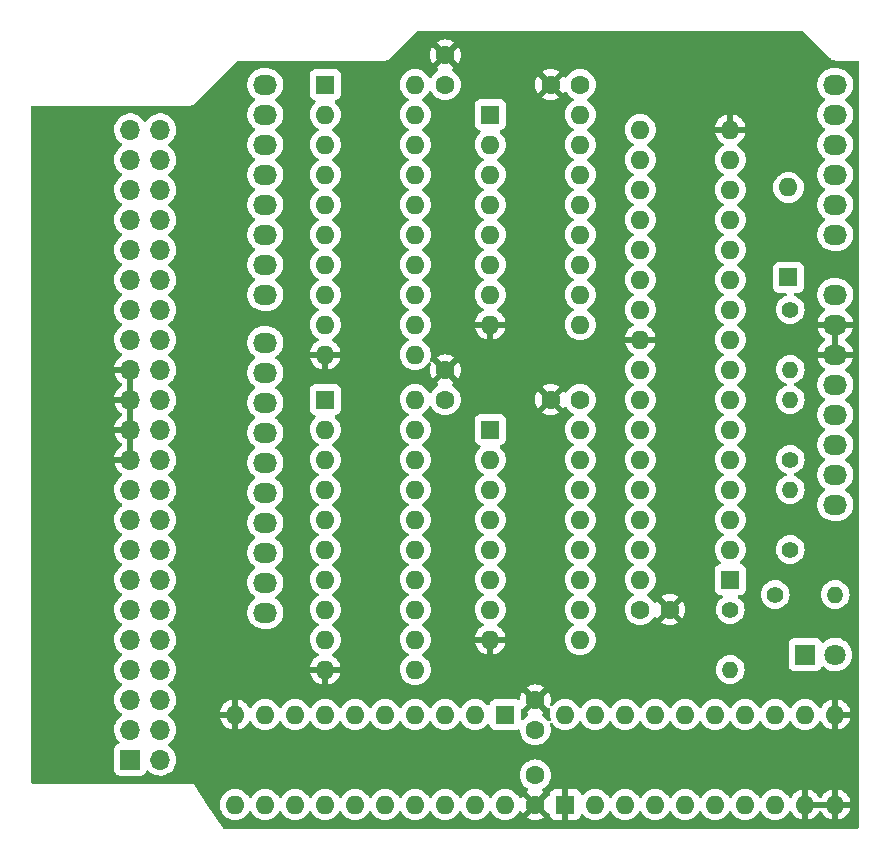
<source format=gbl>
G04 #@! TF.GenerationSoftware,KiCad,Pcbnew,(6.0.5)*
G04 #@! TF.CreationDate,2022-06-29T15:53:13+12:00*
G04 #@! TF.ProjectId,APEDSK-AU,41504544-534b-42d4-9155-2e6b69636164,rev?*
G04 #@! TF.SameCoordinates,Original*
G04 #@! TF.FileFunction,Copper,L4,Bot*
G04 #@! TF.FilePolarity,Positive*
%FSLAX46Y46*%
G04 Gerber Fmt 4.6, Leading zero omitted, Abs format (unit mm)*
G04 Created by KiCad (PCBNEW (6.0.5)) date 2022-06-29 15:53:13*
%MOMM*%
%LPD*%
G01*
G04 APERTURE LIST*
G04 #@! TA.AperFunction,ComponentPad*
%ADD10O,2.032000X1.727200*%
G04 #@! TD*
G04 #@! TA.AperFunction,ComponentPad*
%ADD11C,1.600000*%
G04 #@! TD*
G04 #@! TA.AperFunction,ComponentPad*
%ADD12R,1.800000X1.800000*%
G04 #@! TD*
G04 #@! TA.AperFunction,ComponentPad*
%ADD13C,1.800000*%
G04 #@! TD*
G04 #@! TA.AperFunction,ComponentPad*
%ADD14C,1.400000*%
G04 #@! TD*
G04 #@! TA.AperFunction,ComponentPad*
%ADD15O,1.400000X1.400000*%
G04 #@! TD*
G04 #@! TA.AperFunction,ComponentPad*
%ADD16R,1.600000X1.600000*%
G04 #@! TD*
G04 #@! TA.AperFunction,ComponentPad*
%ADD17O,1.600000X1.600000*%
G04 #@! TD*
G04 #@! TA.AperFunction,ComponentPad*
%ADD18R,1.700000X1.700000*%
G04 #@! TD*
G04 #@! TA.AperFunction,ComponentPad*
%ADD19O,1.700000X1.700000*%
G04 #@! TD*
G04 APERTURE END LIST*
D10*
X171958000Y-108585000D03*
X171958000Y-106045000D03*
X171958000Y-103505000D03*
X171958000Y-100965000D03*
X171958000Y-98425000D03*
X171958000Y-95885000D03*
X171958000Y-93345000D03*
X171958000Y-90805000D03*
X171958000Y-85725000D03*
X171958000Y-83185000D03*
X171958000Y-80645000D03*
X171958000Y-78105000D03*
X171958000Y-75565000D03*
X171958000Y-73025000D03*
X123698000Y-117729000D03*
X123698000Y-115189000D03*
X123698000Y-112649000D03*
X123698000Y-110109000D03*
X123698000Y-107569000D03*
X123698000Y-105029000D03*
X123698000Y-102489000D03*
X123698000Y-99949000D03*
X123698000Y-97409000D03*
X123698000Y-94869000D03*
X123698000Y-90805000D03*
X123698000Y-88265000D03*
X123698000Y-85725000D03*
X123698000Y-83185000D03*
X123698000Y-80645000D03*
X123698000Y-78105000D03*
X123698000Y-75565000D03*
X123698000Y-73025000D03*
D11*
X138938000Y-99695000D03*
X138938000Y-97195000D03*
D12*
X169418000Y-121285000D03*
D13*
X171958000Y-121285000D03*
D14*
X168148000Y-92075000D03*
D15*
X168148000Y-97155000D03*
D14*
X168148000Y-112395000D03*
D15*
X168148000Y-107315000D03*
D14*
X166878000Y-116205000D03*
D15*
X171958000Y-116205000D03*
D11*
X146558000Y-133985000D03*
X146558000Y-131485000D03*
D16*
X144018000Y-126365000D03*
D17*
X141478000Y-126365000D03*
X138938000Y-126365000D03*
X136398000Y-126365000D03*
X133858000Y-126365000D03*
X131318000Y-126365000D03*
X128778000Y-126365000D03*
X126238000Y-126365000D03*
X123698000Y-126365000D03*
X121158000Y-126365000D03*
X121158000Y-133985000D03*
X123698000Y-133985000D03*
X126238000Y-133985000D03*
X128778000Y-133985000D03*
X131318000Y-133985000D03*
X133858000Y-133985000D03*
X136398000Y-133985000D03*
X138938000Y-133985000D03*
X141478000Y-133985000D03*
X144018000Y-133985000D03*
D11*
X146558000Y-127635000D03*
X146558000Y-125135000D03*
D14*
X168148000Y-104775000D03*
D15*
X168148000Y-99695000D03*
D14*
X163068000Y-117475000D03*
D15*
X163068000Y-122555000D03*
D16*
X149098000Y-133985000D03*
D17*
X151638000Y-133985000D03*
X154178000Y-133985000D03*
X156718000Y-133985000D03*
X159258000Y-133985000D03*
X161798000Y-133985000D03*
X164338000Y-133985000D03*
X166878000Y-133985000D03*
X169418000Y-133985000D03*
X171958000Y-133985000D03*
X171958000Y-126365000D03*
X169418000Y-126365000D03*
X166878000Y-126365000D03*
X164338000Y-126365000D03*
X161798000Y-126365000D03*
X159258000Y-126365000D03*
X156718000Y-126365000D03*
X154178000Y-126365000D03*
X151638000Y-126365000D03*
X149098000Y-126365000D03*
D16*
X163068000Y-114935000D03*
D17*
X163068000Y-112395000D03*
X163068000Y-109855000D03*
X163068000Y-107315000D03*
X163068000Y-104775000D03*
X163068000Y-102235000D03*
X163068000Y-99695000D03*
X163068000Y-97155000D03*
X163068000Y-94615000D03*
X163068000Y-92075000D03*
X163068000Y-89535000D03*
X163068000Y-86995000D03*
X163068000Y-84455000D03*
X163068000Y-81915000D03*
X163068000Y-79375000D03*
X163068000Y-76835000D03*
X155448000Y-76835000D03*
X155448000Y-79375000D03*
X155448000Y-81915000D03*
X155448000Y-84455000D03*
X155448000Y-86995000D03*
X155448000Y-89535000D03*
X155448000Y-92075000D03*
X155448000Y-94615000D03*
X155448000Y-97155000D03*
X155448000Y-99695000D03*
X155448000Y-102235000D03*
X155448000Y-104775000D03*
X155448000Y-107315000D03*
X155448000Y-109855000D03*
X155448000Y-112395000D03*
X155448000Y-114935000D03*
D11*
X138938000Y-73025000D03*
X138938000Y-70525000D03*
D16*
X128778000Y-73025000D03*
D17*
X128778000Y-75565000D03*
X128778000Y-78105000D03*
X128778000Y-80645000D03*
X128778000Y-83185000D03*
X128778000Y-85725000D03*
X128778000Y-88265000D03*
X128778000Y-90805000D03*
X128778000Y-93345000D03*
X128778000Y-95885000D03*
X136398000Y-95885000D03*
X136398000Y-93345000D03*
X136398000Y-90805000D03*
X136398000Y-88265000D03*
X136398000Y-85725000D03*
X136398000Y-83185000D03*
X136398000Y-80645000D03*
X136398000Y-78105000D03*
X136398000Y-75565000D03*
X136398000Y-73025000D03*
D16*
X128778000Y-99695000D03*
D17*
X128778000Y-102235000D03*
X128778000Y-104775000D03*
X128778000Y-107315000D03*
X128778000Y-109855000D03*
X128778000Y-112395000D03*
X128778000Y-114935000D03*
X128778000Y-117475000D03*
X128778000Y-120015000D03*
X128778000Y-122555000D03*
X136398000Y-122555000D03*
X136398000Y-120015000D03*
X136398000Y-117475000D03*
X136398000Y-114935000D03*
X136398000Y-112395000D03*
X136398000Y-109855000D03*
X136398000Y-107315000D03*
X136398000Y-104775000D03*
X136398000Y-102235000D03*
X136398000Y-99695000D03*
D16*
X142748000Y-102235000D03*
D17*
X142748000Y-104775000D03*
X142748000Y-107315000D03*
X142748000Y-109855000D03*
X142748000Y-112395000D03*
X142748000Y-114935000D03*
X142748000Y-117475000D03*
X142748000Y-120015000D03*
X150368000Y-120015000D03*
X150368000Y-117475000D03*
X150368000Y-114935000D03*
X150368000Y-112395000D03*
X150368000Y-109855000D03*
X150368000Y-107315000D03*
X150368000Y-104775000D03*
X150368000Y-102235000D03*
D11*
X150368000Y-73025000D03*
X147868000Y-73025000D03*
D16*
X142748000Y-75565000D03*
D17*
X142748000Y-78105000D03*
X142748000Y-80645000D03*
X142748000Y-83185000D03*
X142748000Y-85725000D03*
X142748000Y-88265000D03*
X142748000Y-90805000D03*
X142748000Y-93345000D03*
X150368000Y-93345000D03*
X150368000Y-90805000D03*
X150368000Y-88265000D03*
X150368000Y-85725000D03*
X150368000Y-83185000D03*
X150368000Y-80645000D03*
X150368000Y-78105000D03*
X150368000Y-75565000D03*
D11*
X150368000Y-99695000D03*
X147868000Y-99695000D03*
X155448000Y-117475000D03*
X157948000Y-117475000D03*
D16*
X167998000Y-89365000D03*
D17*
X167998000Y-81745000D03*
D18*
X112268000Y-130175000D03*
D19*
X114808000Y-130175000D03*
X112268000Y-127635000D03*
X114808000Y-127635000D03*
X112268000Y-125095000D03*
X114808000Y-125095000D03*
X112268000Y-122555000D03*
X114808000Y-122555000D03*
X112268000Y-120015000D03*
X114808000Y-120015000D03*
X112268000Y-117475000D03*
X114808000Y-117475000D03*
X112268000Y-114935000D03*
X114808000Y-114935000D03*
X112268000Y-112395000D03*
X114808000Y-112395000D03*
X112268000Y-109855000D03*
X114808000Y-109855000D03*
X112268000Y-107315000D03*
X114808000Y-107315000D03*
X112268000Y-104775000D03*
X114808000Y-104775000D03*
X112268000Y-102235000D03*
X114808000Y-102235000D03*
X112268000Y-99695000D03*
X114808000Y-99695000D03*
X112268000Y-97155000D03*
X114808000Y-97155000D03*
X112268000Y-94615000D03*
X114808000Y-94615000D03*
X112268000Y-92075000D03*
X114808000Y-92075000D03*
X112268000Y-89535000D03*
X114808000Y-89535000D03*
X112268000Y-86995000D03*
X114808000Y-86995000D03*
X112268000Y-84455000D03*
X114808000Y-84455000D03*
X112268000Y-81915000D03*
X114808000Y-81915000D03*
X112268000Y-79375000D03*
X114808000Y-79375000D03*
X112268000Y-76835000D03*
X114808000Y-76835000D03*
G04 #@! TA.AperFunction,Conductor*
G36*
X169223304Y-68473502D02*
G01*
X169244278Y-68490405D01*
X171548180Y-70794308D01*
X171555800Y-70803845D01*
X171556169Y-70803531D01*
X171561984Y-70810364D01*
X171566776Y-70817958D01*
X171578799Y-70828576D01*
X171607116Y-70853585D01*
X171612803Y-70858931D01*
X171624254Y-70870382D01*
X171632638Y-70876666D01*
X171640463Y-70883037D01*
X171675951Y-70914378D01*
X171684075Y-70918192D01*
X171686553Y-70919820D01*
X171701534Y-70928822D01*
X171704115Y-70930235D01*
X171711295Y-70935616D01*
X171755650Y-70952244D01*
X171764948Y-70956162D01*
X171807800Y-70976281D01*
X171816666Y-70977662D01*
X171819467Y-70978518D01*
X171836404Y-70982962D01*
X171839284Y-70983595D01*
X171847684Y-70986744D01*
X171856629Y-70987409D01*
X171856630Y-70987409D01*
X171894889Y-70990252D01*
X171904937Y-70991406D01*
X171908856Y-70992016D01*
X171918386Y-70993500D01*
X171933923Y-70993500D01*
X171943261Y-70993847D01*
X171983990Y-70996874D01*
X171983991Y-70996874D01*
X171992941Y-70997539D01*
X172001716Y-70995666D01*
X172009973Y-70995103D01*
X172025162Y-70993500D01*
X173863500Y-70993500D01*
X173931621Y-71013502D01*
X173978114Y-71067158D01*
X173989500Y-71119500D01*
X173989500Y-135890500D01*
X173969498Y-135958621D01*
X173915842Y-136005114D01*
X173863500Y-136016500D01*
X120227573Y-136016500D01*
X120159452Y-135996498D01*
X120122735Y-135960392D01*
X118805808Y-133985000D01*
X119844502Y-133985000D01*
X119864457Y-134213087D01*
X119865881Y-134218400D01*
X119865881Y-134218402D01*
X119903025Y-134357022D01*
X119923716Y-134434243D01*
X119926039Y-134439224D01*
X119926039Y-134439225D01*
X120018151Y-134636762D01*
X120018154Y-134636767D01*
X120020477Y-134641749D01*
X120066650Y-134707691D01*
X120147559Y-134823240D01*
X120151802Y-134829300D01*
X120313700Y-134991198D01*
X120318208Y-134994355D01*
X120318211Y-134994357D01*
X120359195Y-135023054D01*
X120501251Y-135122523D01*
X120506233Y-135124846D01*
X120506238Y-135124849D01*
X120702765Y-135216490D01*
X120708757Y-135219284D01*
X120714065Y-135220706D01*
X120714067Y-135220707D01*
X120924598Y-135277119D01*
X120924600Y-135277119D01*
X120929913Y-135278543D01*
X121158000Y-135298498D01*
X121386087Y-135278543D01*
X121391400Y-135277119D01*
X121391402Y-135277119D01*
X121601933Y-135220707D01*
X121601935Y-135220706D01*
X121607243Y-135219284D01*
X121613235Y-135216490D01*
X121809762Y-135124849D01*
X121809767Y-135124846D01*
X121814749Y-135122523D01*
X121956805Y-135023054D01*
X121997789Y-134994357D01*
X121997792Y-134994355D01*
X122002300Y-134991198D01*
X122164198Y-134829300D01*
X122168442Y-134823240D01*
X122249350Y-134707691D01*
X122295523Y-134641749D01*
X122297846Y-134636767D01*
X122297849Y-134636762D01*
X122313805Y-134602543D01*
X122360722Y-134549258D01*
X122428999Y-134529797D01*
X122496959Y-134550339D01*
X122542195Y-134602543D01*
X122558151Y-134636762D01*
X122558154Y-134636767D01*
X122560477Y-134641749D01*
X122606650Y-134707691D01*
X122687559Y-134823240D01*
X122691802Y-134829300D01*
X122853700Y-134991198D01*
X122858208Y-134994355D01*
X122858211Y-134994357D01*
X122899195Y-135023054D01*
X123041251Y-135122523D01*
X123046233Y-135124846D01*
X123046238Y-135124849D01*
X123242765Y-135216490D01*
X123248757Y-135219284D01*
X123254065Y-135220706D01*
X123254067Y-135220707D01*
X123464598Y-135277119D01*
X123464600Y-135277119D01*
X123469913Y-135278543D01*
X123698000Y-135298498D01*
X123926087Y-135278543D01*
X123931400Y-135277119D01*
X123931402Y-135277119D01*
X124141933Y-135220707D01*
X124141935Y-135220706D01*
X124147243Y-135219284D01*
X124153235Y-135216490D01*
X124349762Y-135124849D01*
X124349767Y-135124846D01*
X124354749Y-135122523D01*
X124496805Y-135023054D01*
X124537789Y-134994357D01*
X124537792Y-134994355D01*
X124542300Y-134991198D01*
X124704198Y-134829300D01*
X124708442Y-134823240D01*
X124789350Y-134707691D01*
X124835523Y-134641749D01*
X124837846Y-134636767D01*
X124837849Y-134636762D01*
X124853805Y-134602543D01*
X124900722Y-134549258D01*
X124968999Y-134529797D01*
X125036959Y-134550339D01*
X125082195Y-134602543D01*
X125098151Y-134636762D01*
X125098154Y-134636767D01*
X125100477Y-134641749D01*
X125146650Y-134707691D01*
X125227559Y-134823240D01*
X125231802Y-134829300D01*
X125393700Y-134991198D01*
X125398208Y-134994355D01*
X125398211Y-134994357D01*
X125439195Y-135023054D01*
X125581251Y-135122523D01*
X125586233Y-135124846D01*
X125586238Y-135124849D01*
X125782765Y-135216490D01*
X125788757Y-135219284D01*
X125794065Y-135220706D01*
X125794067Y-135220707D01*
X126004598Y-135277119D01*
X126004600Y-135277119D01*
X126009913Y-135278543D01*
X126238000Y-135298498D01*
X126466087Y-135278543D01*
X126471400Y-135277119D01*
X126471402Y-135277119D01*
X126681933Y-135220707D01*
X126681935Y-135220706D01*
X126687243Y-135219284D01*
X126693235Y-135216490D01*
X126889762Y-135124849D01*
X126889767Y-135124846D01*
X126894749Y-135122523D01*
X127036805Y-135023054D01*
X127077789Y-134994357D01*
X127077792Y-134994355D01*
X127082300Y-134991198D01*
X127244198Y-134829300D01*
X127248442Y-134823240D01*
X127329350Y-134707691D01*
X127375523Y-134641749D01*
X127377846Y-134636767D01*
X127377849Y-134636762D01*
X127393805Y-134602543D01*
X127440722Y-134549258D01*
X127508999Y-134529797D01*
X127576959Y-134550339D01*
X127622195Y-134602543D01*
X127638151Y-134636762D01*
X127638154Y-134636767D01*
X127640477Y-134641749D01*
X127686650Y-134707691D01*
X127767559Y-134823240D01*
X127771802Y-134829300D01*
X127933700Y-134991198D01*
X127938208Y-134994355D01*
X127938211Y-134994357D01*
X127979195Y-135023054D01*
X128121251Y-135122523D01*
X128126233Y-135124846D01*
X128126238Y-135124849D01*
X128322765Y-135216490D01*
X128328757Y-135219284D01*
X128334065Y-135220706D01*
X128334067Y-135220707D01*
X128544598Y-135277119D01*
X128544600Y-135277119D01*
X128549913Y-135278543D01*
X128778000Y-135298498D01*
X129006087Y-135278543D01*
X129011400Y-135277119D01*
X129011402Y-135277119D01*
X129221933Y-135220707D01*
X129221935Y-135220706D01*
X129227243Y-135219284D01*
X129233235Y-135216490D01*
X129429762Y-135124849D01*
X129429767Y-135124846D01*
X129434749Y-135122523D01*
X129576805Y-135023054D01*
X129617789Y-134994357D01*
X129617792Y-134994355D01*
X129622300Y-134991198D01*
X129784198Y-134829300D01*
X129788442Y-134823240D01*
X129869350Y-134707691D01*
X129915523Y-134641749D01*
X129917846Y-134636767D01*
X129917849Y-134636762D01*
X129933805Y-134602543D01*
X129980722Y-134549258D01*
X130048999Y-134529797D01*
X130116959Y-134550339D01*
X130162195Y-134602543D01*
X130178151Y-134636762D01*
X130178154Y-134636767D01*
X130180477Y-134641749D01*
X130226650Y-134707691D01*
X130307559Y-134823240D01*
X130311802Y-134829300D01*
X130473700Y-134991198D01*
X130478208Y-134994355D01*
X130478211Y-134994357D01*
X130519195Y-135023054D01*
X130661251Y-135122523D01*
X130666233Y-135124846D01*
X130666238Y-135124849D01*
X130862765Y-135216490D01*
X130868757Y-135219284D01*
X130874065Y-135220706D01*
X130874067Y-135220707D01*
X131084598Y-135277119D01*
X131084600Y-135277119D01*
X131089913Y-135278543D01*
X131318000Y-135298498D01*
X131546087Y-135278543D01*
X131551400Y-135277119D01*
X131551402Y-135277119D01*
X131761933Y-135220707D01*
X131761935Y-135220706D01*
X131767243Y-135219284D01*
X131773235Y-135216490D01*
X131969762Y-135124849D01*
X131969767Y-135124846D01*
X131974749Y-135122523D01*
X132116805Y-135023054D01*
X132157789Y-134994357D01*
X132157792Y-134994355D01*
X132162300Y-134991198D01*
X132324198Y-134829300D01*
X132328442Y-134823240D01*
X132409350Y-134707691D01*
X132455523Y-134641749D01*
X132457846Y-134636767D01*
X132457849Y-134636762D01*
X132473805Y-134602543D01*
X132520722Y-134549258D01*
X132588999Y-134529797D01*
X132656959Y-134550339D01*
X132702195Y-134602543D01*
X132718151Y-134636762D01*
X132718154Y-134636767D01*
X132720477Y-134641749D01*
X132766650Y-134707691D01*
X132847559Y-134823240D01*
X132851802Y-134829300D01*
X133013700Y-134991198D01*
X133018208Y-134994355D01*
X133018211Y-134994357D01*
X133059195Y-135023054D01*
X133201251Y-135122523D01*
X133206233Y-135124846D01*
X133206238Y-135124849D01*
X133402765Y-135216490D01*
X133408757Y-135219284D01*
X133414065Y-135220706D01*
X133414067Y-135220707D01*
X133624598Y-135277119D01*
X133624600Y-135277119D01*
X133629913Y-135278543D01*
X133858000Y-135298498D01*
X134086087Y-135278543D01*
X134091400Y-135277119D01*
X134091402Y-135277119D01*
X134301933Y-135220707D01*
X134301935Y-135220706D01*
X134307243Y-135219284D01*
X134313235Y-135216490D01*
X134509762Y-135124849D01*
X134509767Y-135124846D01*
X134514749Y-135122523D01*
X134656805Y-135023054D01*
X134697789Y-134994357D01*
X134697792Y-134994355D01*
X134702300Y-134991198D01*
X134864198Y-134829300D01*
X134868442Y-134823240D01*
X134949350Y-134707691D01*
X134995523Y-134641749D01*
X134997846Y-134636767D01*
X134997849Y-134636762D01*
X135013805Y-134602543D01*
X135060722Y-134549258D01*
X135128999Y-134529797D01*
X135196959Y-134550339D01*
X135242195Y-134602543D01*
X135258151Y-134636762D01*
X135258154Y-134636767D01*
X135260477Y-134641749D01*
X135306650Y-134707691D01*
X135387559Y-134823240D01*
X135391802Y-134829300D01*
X135553700Y-134991198D01*
X135558208Y-134994355D01*
X135558211Y-134994357D01*
X135599195Y-135023054D01*
X135741251Y-135122523D01*
X135746233Y-135124846D01*
X135746238Y-135124849D01*
X135942765Y-135216490D01*
X135948757Y-135219284D01*
X135954065Y-135220706D01*
X135954067Y-135220707D01*
X136164598Y-135277119D01*
X136164600Y-135277119D01*
X136169913Y-135278543D01*
X136398000Y-135298498D01*
X136626087Y-135278543D01*
X136631400Y-135277119D01*
X136631402Y-135277119D01*
X136841933Y-135220707D01*
X136841935Y-135220706D01*
X136847243Y-135219284D01*
X136853235Y-135216490D01*
X137049762Y-135124849D01*
X137049767Y-135124846D01*
X137054749Y-135122523D01*
X137196805Y-135023054D01*
X137237789Y-134994357D01*
X137237792Y-134994355D01*
X137242300Y-134991198D01*
X137404198Y-134829300D01*
X137408442Y-134823240D01*
X137489350Y-134707691D01*
X137535523Y-134641749D01*
X137537846Y-134636767D01*
X137537849Y-134636762D01*
X137553805Y-134602543D01*
X137600722Y-134549258D01*
X137668999Y-134529797D01*
X137736959Y-134550339D01*
X137782195Y-134602543D01*
X137798151Y-134636762D01*
X137798154Y-134636767D01*
X137800477Y-134641749D01*
X137846650Y-134707691D01*
X137927559Y-134823240D01*
X137931802Y-134829300D01*
X138093700Y-134991198D01*
X138098208Y-134994355D01*
X138098211Y-134994357D01*
X138139195Y-135023054D01*
X138281251Y-135122523D01*
X138286233Y-135124846D01*
X138286238Y-135124849D01*
X138482765Y-135216490D01*
X138488757Y-135219284D01*
X138494065Y-135220706D01*
X138494067Y-135220707D01*
X138704598Y-135277119D01*
X138704600Y-135277119D01*
X138709913Y-135278543D01*
X138938000Y-135298498D01*
X139166087Y-135278543D01*
X139171400Y-135277119D01*
X139171402Y-135277119D01*
X139381933Y-135220707D01*
X139381935Y-135220706D01*
X139387243Y-135219284D01*
X139393235Y-135216490D01*
X139589762Y-135124849D01*
X139589767Y-135124846D01*
X139594749Y-135122523D01*
X139736805Y-135023054D01*
X139777789Y-134994357D01*
X139777792Y-134994355D01*
X139782300Y-134991198D01*
X139944198Y-134829300D01*
X139948442Y-134823240D01*
X140029350Y-134707691D01*
X140075523Y-134641749D01*
X140077846Y-134636767D01*
X140077849Y-134636762D01*
X140093805Y-134602543D01*
X140140722Y-134549258D01*
X140208999Y-134529797D01*
X140276959Y-134550339D01*
X140322195Y-134602543D01*
X140338151Y-134636762D01*
X140338154Y-134636767D01*
X140340477Y-134641749D01*
X140386650Y-134707691D01*
X140467559Y-134823240D01*
X140471802Y-134829300D01*
X140633700Y-134991198D01*
X140638208Y-134994355D01*
X140638211Y-134994357D01*
X140679195Y-135023054D01*
X140821251Y-135122523D01*
X140826233Y-135124846D01*
X140826238Y-135124849D01*
X141022765Y-135216490D01*
X141028757Y-135219284D01*
X141034065Y-135220706D01*
X141034067Y-135220707D01*
X141244598Y-135277119D01*
X141244600Y-135277119D01*
X141249913Y-135278543D01*
X141478000Y-135298498D01*
X141706087Y-135278543D01*
X141711400Y-135277119D01*
X141711402Y-135277119D01*
X141921933Y-135220707D01*
X141921935Y-135220706D01*
X141927243Y-135219284D01*
X141933235Y-135216490D01*
X142129762Y-135124849D01*
X142129767Y-135124846D01*
X142134749Y-135122523D01*
X142276805Y-135023054D01*
X142317789Y-134994357D01*
X142317792Y-134994355D01*
X142322300Y-134991198D01*
X142484198Y-134829300D01*
X142488442Y-134823240D01*
X142569350Y-134707691D01*
X142615523Y-134641749D01*
X142617846Y-134636767D01*
X142617849Y-134636762D01*
X142633805Y-134602543D01*
X142680722Y-134549258D01*
X142748999Y-134529797D01*
X142816959Y-134550339D01*
X142862195Y-134602543D01*
X142878151Y-134636762D01*
X142878154Y-134636767D01*
X142880477Y-134641749D01*
X142926650Y-134707691D01*
X143007559Y-134823240D01*
X143011802Y-134829300D01*
X143173700Y-134991198D01*
X143178208Y-134994355D01*
X143178211Y-134994357D01*
X143219195Y-135023054D01*
X143361251Y-135122523D01*
X143366233Y-135124846D01*
X143366238Y-135124849D01*
X143562765Y-135216490D01*
X143568757Y-135219284D01*
X143574065Y-135220706D01*
X143574067Y-135220707D01*
X143784598Y-135277119D01*
X143784600Y-135277119D01*
X143789913Y-135278543D01*
X144018000Y-135298498D01*
X144246087Y-135278543D01*
X144251400Y-135277119D01*
X144251402Y-135277119D01*
X144461933Y-135220707D01*
X144461935Y-135220706D01*
X144467243Y-135219284D01*
X144473235Y-135216490D01*
X144669762Y-135124849D01*
X144669767Y-135124846D01*
X144674749Y-135122523D01*
X144748243Y-135071062D01*
X145836493Y-135071062D01*
X145845789Y-135083077D01*
X145896994Y-135118931D01*
X145906489Y-135124414D01*
X146103947Y-135216490D01*
X146114239Y-135220236D01*
X146324688Y-135276625D01*
X146335481Y-135278528D01*
X146552525Y-135297517D01*
X146563475Y-135297517D01*
X146780519Y-135278528D01*
X146791312Y-135276625D01*
X147001761Y-135220236D01*
X147012053Y-135216490D01*
X147209511Y-135124414D01*
X147219006Y-135118931D01*
X147271048Y-135082491D01*
X147279424Y-135072012D01*
X147272356Y-135058566D01*
X146570812Y-134357022D01*
X146556868Y-134349408D01*
X146555035Y-134349539D01*
X146548420Y-134353790D01*
X145842923Y-135059287D01*
X145836493Y-135071062D01*
X144748243Y-135071062D01*
X144816805Y-135023054D01*
X144857789Y-134994357D01*
X144857792Y-134994355D01*
X144862300Y-134991198D01*
X145024198Y-134829300D01*
X145028442Y-134823240D01*
X145109350Y-134707691D01*
X145155523Y-134641749D01*
X145157846Y-134636767D01*
X145157849Y-134636762D01*
X145174081Y-134601951D01*
X145220998Y-134548666D01*
X145289275Y-134529205D01*
X145357235Y-134549747D01*
X145402471Y-134601951D01*
X145418586Y-134636511D01*
X145424069Y-134646006D01*
X145460509Y-134698048D01*
X145470988Y-134706424D01*
X145484434Y-134699356D01*
X146185978Y-133997812D01*
X146192356Y-133986132D01*
X146922408Y-133986132D01*
X146922539Y-133987965D01*
X146926790Y-133994580D01*
X147632287Y-134700077D01*
X147646230Y-134707691D01*
X147655011Y-134707063D01*
X147724385Y-134722154D01*
X147774588Y-134772355D01*
X147788370Y-134826350D01*
X147789817Y-134826272D01*
X147790371Y-134836490D01*
X147795895Y-134887352D01*
X147799521Y-134902604D01*
X147844676Y-135023054D01*
X147853214Y-135038649D01*
X147929715Y-135140724D01*
X147942276Y-135153285D01*
X148044351Y-135229786D01*
X148059946Y-135238324D01*
X148180394Y-135283478D01*
X148195649Y-135287105D01*
X148246514Y-135292631D01*
X148253328Y-135293000D01*
X148825885Y-135293000D01*
X148841124Y-135288525D01*
X148842329Y-135287135D01*
X148844000Y-135279452D01*
X148844000Y-135274884D01*
X149352000Y-135274884D01*
X149356475Y-135290123D01*
X149357865Y-135291328D01*
X149365548Y-135292999D01*
X149942669Y-135292999D01*
X149949490Y-135292629D01*
X150000352Y-135287105D01*
X150015604Y-135283479D01*
X150136054Y-135238324D01*
X150151649Y-135229786D01*
X150253724Y-135153285D01*
X150266285Y-135140724D01*
X150342786Y-135038649D01*
X150351324Y-135023054D01*
X150396478Y-134902606D01*
X150400104Y-134887357D01*
X150400479Y-134883904D01*
X150401522Y-134881394D01*
X150401932Y-134879669D01*
X150402211Y-134879735D01*
X150427719Y-134818341D01*
X150486080Y-134777912D01*
X150557034Y-134775454D01*
X150618054Y-134811747D01*
X150627344Y-134823240D01*
X150628641Y-134824786D01*
X150631802Y-134829300D01*
X150793700Y-134991198D01*
X150798208Y-134994355D01*
X150798211Y-134994357D01*
X150839195Y-135023054D01*
X150981251Y-135122523D01*
X150986233Y-135124846D01*
X150986238Y-135124849D01*
X151182765Y-135216490D01*
X151188757Y-135219284D01*
X151194065Y-135220706D01*
X151194067Y-135220707D01*
X151404598Y-135277119D01*
X151404600Y-135277119D01*
X151409913Y-135278543D01*
X151638000Y-135298498D01*
X151866087Y-135278543D01*
X151871400Y-135277119D01*
X151871402Y-135277119D01*
X152081933Y-135220707D01*
X152081935Y-135220706D01*
X152087243Y-135219284D01*
X152093235Y-135216490D01*
X152289762Y-135124849D01*
X152289767Y-135124846D01*
X152294749Y-135122523D01*
X152436805Y-135023054D01*
X152477789Y-134994357D01*
X152477792Y-134994355D01*
X152482300Y-134991198D01*
X152644198Y-134829300D01*
X152648442Y-134823240D01*
X152729350Y-134707691D01*
X152775523Y-134641749D01*
X152777846Y-134636767D01*
X152777849Y-134636762D01*
X152793805Y-134602543D01*
X152840722Y-134549258D01*
X152908999Y-134529797D01*
X152976959Y-134550339D01*
X153022195Y-134602543D01*
X153038151Y-134636762D01*
X153038154Y-134636767D01*
X153040477Y-134641749D01*
X153086650Y-134707691D01*
X153167559Y-134823240D01*
X153171802Y-134829300D01*
X153333700Y-134991198D01*
X153338208Y-134994355D01*
X153338211Y-134994357D01*
X153379195Y-135023054D01*
X153521251Y-135122523D01*
X153526233Y-135124846D01*
X153526238Y-135124849D01*
X153722765Y-135216490D01*
X153728757Y-135219284D01*
X153734065Y-135220706D01*
X153734067Y-135220707D01*
X153944598Y-135277119D01*
X153944600Y-135277119D01*
X153949913Y-135278543D01*
X154178000Y-135298498D01*
X154406087Y-135278543D01*
X154411400Y-135277119D01*
X154411402Y-135277119D01*
X154621933Y-135220707D01*
X154621935Y-135220706D01*
X154627243Y-135219284D01*
X154633235Y-135216490D01*
X154829762Y-135124849D01*
X154829767Y-135124846D01*
X154834749Y-135122523D01*
X154976805Y-135023054D01*
X155017789Y-134994357D01*
X155017792Y-134994355D01*
X155022300Y-134991198D01*
X155184198Y-134829300D01*
X155188442Y-134823240D01*
X155269350Y-134707691D01*
X155315523Y-134641749D01*
X155317846Y-134636767D01*
X155317849Y-134636762D01*
X155333805Y-134602543D01*
X155380722Y-134549258D01*
X155448999Y-134529797D01*
X155516959Y-134550339D01*
X155562195Y-134602543D01*
X155578151Y-134636762D01*
X155578154Y-134636767D01*
X155580477Y-134641749D01*
X155626650Y-134707691D01*
X155707559Y-134823240D01*
X155711802Y-134829300D01*
X155873700Y-134991198D01*
X155878208Y-134994355D01*
X155878211Y-134994357D01*
X155919195Y-135023054D01*
X156061251Y-135122523D01*
X156066233Y-135124846D01*
X156066238Y-135124849D01*
X156262765Y-135216490D01*
X156268757Y-135219284D01*
X156274065Y-135220706D01*
X156274067Y-135220707D01*
X156484598Y-135277119D01*
X156484600Y-135277119D01*
X156489913Y-135278543D01*
X156718000Y-135298498D01*
X156946087Y-135278543D01*
X156951400Y-135277119D01*
X156951402Y-135277119D01*
X157161933Y-135220707D01*
X157161935Y-135220706D01*
X157167243Y-135219284D01*
X157173235Y-135216490D01*
X157369762Y-135124849D01*
X157369767Y-135124846D01*
X157374749Y-135122523D01*
X157516805Y-135023054D01*
X157557789Y-134994357D01*
X157557792Y-134994355D01*
X157562300Y-134991198D01*
X157724198Y-134829300D01*
X157728442Y-134823240D01*
X157809350Y-134707691D01*
X157855523Y-134641749D01*
X157857846Y-134636767D01*
X157857849Y-134636762D01*
X157873805Y-134602543D01*
X157920722Y-134549258D01*
X157988999Y-134529797D01*
X158056959Y-134550339D01*
X158102195Y-134602543D01*
X158118151Y-134636762D01*
X158118154Y-134636767D01*
X158120477Y-134641749D01*
X158166650Y-134707691D01*
X158247559Y-134823240D01*
X158251802Y-134829300D01*
X158413700Y-134991198D01*
X158418208Y-134994355D01*
X158418211Y-134994357D01*
X158459195Y-135023054D01*
X158601251Y-135122523D01*
X158606233Y-135124846D01*
X158606238Y-135124849D01*
X158802765Y-135216490D01*
X158808757Y-135219284D01*
X158814065Y-135220706D01*
X158814067Y-135220707D01*
X159024598Y-135277119D01*
X159024600Y-135277119D01*
X159029913Y-135278543D01*
X159258000Y-135298498D01*
X159486087Y-135278543D01*
X159491400Y-135277119D01*
X159491402Y-135277119D01*
X159701933Y-135220707D01*
X159701935Y-135220706D01*
X159707243Y-135219284D01*
X159713235Y-135216490D01*
X159909762Y-135124849D01*
X159909767Y-135124846D01*
X159914749Y-135122523D01*
X160056805Y-135023054D01*
X160097789Y-134994357D01*
X160097792Y-134994355D01*
X160102300Y-134991198D01*
X160264198Y-134829300D01*
X160268442Y-134823240D01*
X160349350Y-134707691D01*
X160395523Y-134641749D01*
X160397846Y-134636767D01*
X160397849Y-134636762D01*
X160413805Y-134602543D01*
X160460722Y-134549258D01*
X160528999Y-134529797D01*
X160596959Y-134550339D01*
X160642195Y-134602543D01*
X160658151Y-134636762D01*
X160658154Y-134636767D01*
X160660477Y-134641749D01*
X160706650Y-134707691D01*
X160787559Y-134823240D01*
X160791802Y-134829300D01*
X160953700Y-134991198D01*
X160958208Y-134994355D01*
X160958211Y-134994357D01*
X160999195Y-135023054D01*
X161141251Y-135122523D01*
X161146233Y-135124846D01*
X161146238Y-135124849D01*
X161342765Y-135216490D01*
X161348757Y-135219284D01*
X161354065Y-135220706D01*
X161354067Y-135220707D01*
X161564598Y-135277119D01*
X161564600Y-135277119D01*
X161569913Y-135278543D01*
X161798000Y-135298498D01*
X162026087Y-135278543D01*
X162031400Y-135277119D01*
X162031402Y-135277119D01*
X162241933Y-135220707D01*
X162241935Y-135220706D01*
X162247243Y-135219284D01*
X162253235Y-135216490D01*
X162449762Y-135124849D01*
X162449767Y-135124846D01*
X162454749Y-135122523D01*
X162596805Y-135023054D01*
X162637789Y-134994357D01*
X162637792Y-134994355D01*
X162642300Y-134991198D01*
X162804198Y-134829300D01*
X162808442Y-134823240D01*
X162889350Y-134707691D01*
X162935523Y-134641749D01*
X162937846Y-134636767D01*
X162937849Y-134636762D01*
X162953805Y-134602543D01*
X163000722Y-134549258D01*
X163068999Y-134529797D01*
X163136959Y-134550339D01*
X163182195Y-134602543D01*
X163198151Y-134636762D01*
X163198154Y-134636767D01*
X163200477Y-134641749D01*
X163246650Y-134707691D01*
X163327559Y-134823240D01*
X163331802Y-134829300D01*
X163493700Y-134991198D01*
X163498208Y-134994355D01*
X163498211Y-134994357D01*
X163539195Y-135023054D01*
X163681251Y-135122523D01*
X163686233Y-135124846D01*
X163686238Y-135124849D01*
X163882765Y-135216490D01*
X163888757Y-135219284D01*
X163894065Y-135220706D01*
X163894067Y-135220707D01*
X164104598Y-135277119D01*
X164104600Y-135277119D01*
X164109913Y-135278543D01*
X164338000Y-135298498D01*
X164566087Y-135278543D01*
X164571400Y-135277119D01*
X164571402Y-135277119D01*
X164781933Y-135220707D01*
X164781935Y-135220706D01*
X164787243Y-135219284D01*
X164793235Y-135216490D01*
X164989762Y-135124849D01*
X164989767Y-135124846D01*
X164994749Y-135122523D01*
X165136805Y-135023054D01*
X165177789Y-134994357D01*
X165177792Y-134994355D01*
X165182300Y-134991198D01*
X165344198Y-134829300D01*
X165348442Y-134823240D01*
X165429350Y-134707691D01*
X165475523Y-134641749D01*
X165477846Y-134636767D01*
X165477849Y-134636762D01*
X165493805Y-134602543D01*
X165540722Y-134549258D01*
X165608999Y-134529797D01*
X165676959Y-134550339D01*
X165722195Y-134602543D01*
X165738151Y-134636762D01*
X165738154Y-134636767D01*
X165740477Y-134641749D01*
X165786650Y-134707691D01*
X165867559Y-134823240D01*
X165871802Y-134829300D01*
X166033700Y-134991198D01*
X166038208Y-134994355D01*
X166038211Y-134994357D01*
X166079195Y-135023054D01*
X166221251Y-135122523D01*
X166226233Y-135124846D01*
X166226238Y-135124849D01*
X166422765Y-135216490D01*
X166428757Y-135219284D01*
X166434065Y-135220706D01*
X166434067Y-135220707D01*
X166644598Y-135277119D01*
X166644600Y-135277119D01*
X166649913Y-135278543D01*
X166878000Y-135298498D01*
X167106087Y-135278543D01*
X167111400Y-135277119D01*
X167111402Y-135277119D01*
X167321933Y-135220707D01*
X167321935Y-135220706D01*
X167327243Y-135219284D01*
X167333235Y-135216490D01*
X167529762Y-135124849D01*
X167529767Y-135124846D01*
X167534749Y-135122523D01*
X167676805Y-135023054D01*
X167717789Y-134994357D01*
X167717792Y-134994355D01*
X167722300Y-134991198D01*
X167884198Y-134829300D01*
X167888442Y-134823240D01*
X167969350Y-134707691D01*
X168015523Y-134641749D01*
X168017846Y-134636767D01*
X168017849Y-134636762D01*
X168034081Y-134601951D01*
X168080998Y-134548666D01*
X168149275Y-134529205D01*
X168217235Y-134549747D01*
X168262471Y-134601951D01*
X168278586Y-134636511D01*
X168284069Y-134646007D01*
X168409028Y-134824467D01*
X168416084Y-134832875D01*
X168570125Y-134986916D01*
X168578533Y-134993972D01*
X168756993Y-135118931D01*
X168766489Y-135124414D01*
X168963947Y-135216490D01*
X168974239Y-135220236D01*
X169146503Y-135266394D01*
X169160599Y-135266058D01*
X169164000Y-135258116D01*
X169164000Y-135252967D01*
X169672000Y-135252967D01*
X169675973Y-135266498D01*
X169684522Y-135267727D01*
X169861761Y-135220236D01*
X169872053Y-135216490D01*
X170069511Y-135124414D01*
X170079007Y-135118931D01*
X170257467Y-134993972D01*
X170265875Y-134986916D01*
X170419916Y-134832875D01*
X170426972Y-134824467D01*
X170551931Y-134646007D01*
X170557414Y-134636511D01*
X170573805Y-134601359D01*
X170620722Y-134548074D01*
X170688999Y-134528613D01*
X170756959Y-134549155D01*
X170802195Y-134601359D01*
X170818586Y-134636511D01*
X170824069Y-134646007D01*
X170949028Y-134824467D01*
X170956084Y-134832875D01*
X171110125Y-134986916D01*
X171118533Y-134993972D01*
X171296993Y-135118931D01*
X171306489Y-135124414D01*
X171503947Y-135216490D01*
X171514239Y-135220236D01*
X171686503Y-135266394D01*
X171700599Y-135266058D01*
X171704000Y-135258116D01*
X171704000Y-135252967D01*
X172212000Y-135252967D01*
X172215973Y-135266498D01*
X172224522Y-135267727D01*
X172401761Y-135220236D01*
X172412053Y-135216490D01*
X172609511Y-135124414D01*
X172619007Y-135118931D01*
X172797467Y-134993972D01*
X172805875Y-134986916D01*
X172959916Y-134832875D01*
X172966972Y-134824467D01*
X173091931Y-134646007D01*
X173097414Y-134636511D01*
X173189490Y-134439053D01*
X173193236Y-134428761D01*
X173239394Y-134256497D01*
X173239058Y-134242401D01*
X173231116Y-134239000D01*
X172230115Y-134239000D01*
X172214876Y-134243475D01*
X172213671Y-134244865D01*
X172212000Y-134252548D01*
X172212000Y-135252967D01*
X171704000Y-135252967D01*
X171704000Y-134257115D01*
X171699525Y-134241876D01*
X171698135Y-134240671D01*
X171690452Y-134239000D01*
X169690115Y-134239000D01*
X169674876Y-134243475D01*
X169673671Y-134244865D01*
X169672000Y-134252548D01*
X169672000Y-135252967D01*
X169164000Y-135252967D01*
X169164000Y-133712885D01*
X169672000Y-133712885D01*
X169676475Y-133728124D01*
X169677865Y-133729329D01*
X169685548Y-133731000D01*
X171685885Y-133731000D01*
X171701124Y-133726525D01*
X171702329Y-133725135D01*
X171704000Y-133717452D01*
X171704000Y-133712885D01*
X172212000Y-133712885D01*
X172216475Y-133728124D01*
X172217865Y-133729329D01*
X172225548Y-133731000D01*
X173225967Y-133731000D01*
X173239498Y-133727027D01*
X173240727Y-133718478D01*
X173193236Y-133541239D01*
X173189490Y-133530947D01*
X173097414Y-133333489D01*
X173091931Y-133323993D01*
X172966972Y-133145533D01*
X172959916Y-133137125D01*
X172805875Y-132983084D01*
X172797467Y-132976028D01*
X172619007Y-132851069D01*
X172609511Y-132845586D01*
X172412053Y-132753510D01*
X172401761Y-132749764D01*
X172229497Y-132703606D01*
X172215401Y-132703942D01*
X172212000Y-132711884D01*
X172212000Y-133712885D01*
X171704000Y-133712885D01*
X171704000Y-132717033D01*
X171700027Y-132703502D01*
X171691478Y-132702273D01*
X171514239Y-132749764D01*
X171503947Y-132753510D01*
X171306489Y-132845586D01*
X171296993Y-132851069D01*
X171118533Y-132976028D01*
X171110125Y-132983084D01*
X170956084Y-133137125D01*
X170949028Y-133145533D01*
X170824069Y-133323993D01*
X170818586Y-133333489D01*
X170802195Y-133368641D01*
X170755278Y-133421926D01*
X170687001Y-133441387D01*
X170619041Y-133420845D01*
X170573805Y-133368641D01*
X170557414Y-133333489D01*
X170551931Y-133323993D01*
X170426972Y-133145533D01*
X170419916Y-133137125D01*
X170265875Y-132983084D01*
X170257467Y-132976028D01*
X170079007Y-132851069D01*
X170069511Y-132845586D01*
X169872053Y-132753510D01*
X169861761Y-132749764D01*
X169689497Y-132703606D01*
X169675401Y-132703942D01*
X169672000Y-132711884D01*
X169672000Y-133712885D01*
X169164000Y-133712885D01*
X169164000Y-132717033D01*
X169160027Y-132703502D01*
X169151478Y-132702273D01*
X168974239Y-132749764D01*
X168963947Y-132753510D01*
X168766489Y-132845586D01*
X168756993Y-132851069D01*
X168578533Y-132976028D01*
X168570125Y-132983084D01*
X168416084Y-133137125D01*
X168409028Y-133145533D01*
X168284069Y-133323993D01*
X168278586Y-133333489D01*
X168262471Y-133368049D01*
X168215554Y-133421334D01*
X168147277Y-133440795D01*
X168079317Y-133420253D01*
X168034081Y-133368049D01*
X168017849Y-133333238D01*
X168017846Y-133333233D01*
X168015523Y-133328251D01*
X167934229Y-133212152D01*
X167887357Y-133145211D01*
X167887355Y-133145208D01*
X167884198Y-133140700D01*
X167722300Y-132978802D01*
X167717792Y-132975645D01*
X167717789Y-132975643D01*
X167591920Y-132887509D01*
X167534749Y-132847477D01*
X167529767Y-132845154D01*
X167529762Y-132845151D01*
X167332225Y-132753039D01*
X167332224Y-132753039D01*
X167327243Y-132750716D01*
X167321935Y-132749294D01*
X167321933Y-132749293D01*
X167111402Y-132692881D01*
X167111400Y-132692881D01*
X167106087Y-132691457D01*
X166878000Y-132671502D01*
X166649913Y-132691457D01*
X166644600Y-132692881D01*
X166644598Y-132692881D01*
X166434067Y-132749293D01*
X166434065Y-132749294D01*
X166428757Y-132750716D01*
X166423776Y-132753039D01*
X166423775Y-132753039D01*
X166226238Y-132845151D01*
X166226233Y-132845154D01*
X166221251Y-132847477D01*
X166164080Y-132887509D01*
X166038211Y-132975643D01*
X166038208Y-132975645D01*
X166033700Y-132978802D01*
X165871802Y-133140700D01*
X165868645Y-133145208D01*
X165868643Y-133145211D01*
X165821771Y-133212152D01*
X165740477Y-133328251D01*
X165738154Y-133333233D01*
X165738151Y-133333238D01*
X165722195Y-133367457D01*
X165675278Y-133420742D01*
X165607001Y-133440203D01*
X165539041Y-133419661D01*
X165493805Y-133367457D01*
X165477849Y-133333238D01*
X165477846Y-133333233D01*
X165475523Y-133328251D01*
X165394229Y-133212152D01*
X165347357Y-133145211D01*
X165347355Y-133145208D01*
X165344198Y-133140700D01*
X165182300Y-132978802D01*
X165177792Y-132975645D01*
X165177789Y-132975643D01*
X165051920Y-132887509D01*
X164994749Y-132847477D01*
X164989767Y-132845154D01*
X164989762Y-132845151D01*
X164792225Y-132753039D01*
X164792224Y-132753039D01*
X164787243Y-132750716D01*
X164781935Y-132749294D01*
X164781933Y-132749293D01*
X164571402Y-132692881D01*
X164571400Y-132692881D01*
X164566087Y-132691457D01*
X164338000Y-132671502D01*
X164109913Y-132691457D01*
X164104600Y-132692881D01*
X164104598Y-132692881D01*
X163894067Y-132749293D01*
X163894065Y-132749294D01*
X163888757Y-132750716D01*
X163883776Y-132753039D01*
X163883775Y-132753039D01*
X163686238Y-132845151D01*
X163686233Y-132845154D01*
X163681251Y-132847477D01*
X163624080Y-132887509D01*
X163498211Y-132975643D01*
X163498208Y-132975645D01*
X163493700Y-132978802D01*
X163331802Y-133140700D01*
X163328645Y-133145208D01*
X163328643Y-133145211D01*
X163281771Y-133212152D01*
X163200477Y-133328251D01*
X163198154Y-133333233D01*
X163198151Y-133333238D01*
X163182195Y-133367457D01*
X163135278Y-133420742D01*
X163067001Y-133440203D01*
X162999041Y-133419661D01*
X162953805Y-133367457D01*
X162937849Y-133333238D01*
X162937846Y-133333233D01*
X162935523Y-133328251D01*
X162854229Y-133212152D01*
X162807357Y-133145211D01*
X162807355Y-133145208D01*
X162804198Y-133140700D01*
X162642300Y-132978802D01*
X162637792Y-132975645D01*
X162637789Y-132975643D01*
X162511920Y-132887509D01*
X162454749Y-132847477D01*
X162449767Y-132845154D01*
X162449762Y-132845151D01*
X162252225Y-132753039D01*
X162252224Y-132753039D01*
X162247243Y-132750716D01*
X162241935Y-132749294D01*
X162241933Y-132749293D01*
X162031402Y-132692881D01*
X162031400Y-132692881D01*
X162026087Y-132691457D01*
X161798000Y-132671502D01*
X161569913Y-132691457D01*
X161564600Y-132692881D01*
X161564598Y-132692881D01*
X161354067Y-132749293D01*
X161354065Y-132749294D01*
X161348757Y-132750716D01*
X161343776Y-132753039D01*
X161343775Y-132753039D01*
X161146238Y-132845151D01*
X161146233Y-132845154D01*
X161141251Y-132847477D01*
X161084080Y-132887509D01*
X160958211Y-132975643D01*
X160958208Y-132975645D01*
X160953700Y-132978802D01*
X160791802Y-133140700D01*
X160788645Y-133145208D01*
X160788643Y-133145211D01*
X160741771Y-133212152D01*
X160660477Y-133328251D01*
X160658154Y-133333233D01*
X160658151Y-133333238D01*
X160642195Y-133367457D01*
X160595278Y-133420742D01*
X160527001Y-133440203D01*
X160459041Y-133419661D01*
X160413805Y-133367457D01*
X160397849Y-133333238D01*
X160397846Y-133333233D01*
X160395523Y-133328251D01*
X160314229Y-133212152D01*
X160267357Y-133145211D01*
X160267355Y-133145208D01*
X160264198Y-133140700D01*
X160102300Y-132978802D01*
X160097792Y-132975645D01*
X160097789Y-132975643D01*
X159971920Y-132887509D01*
X159914749Y-132847477D01*
X159909767Y-132845154D01*
X159909762Y-132845151D01*
X159712225Y-132753039D01*
X159712224Y-132753039D01*
X159707243Y-132750716D01*
X159701935Y-132749294D01*
X159701933Y-132749293D01*
X159491402Y-132692881D01*
X159491400Y-132692881D01*
X159486087Y-132691457D01*
X159258000Y-132671502D01*
X159029913Y-132691457D01*
X159024600Y-132692881D01*
X159024598Y-132692881D01*
X158814067Y-132749293D01*
X158814065Y-132749294D01*
X158808757Y-132750716D01*
X158803776Y-132753039D01*
X158803775Y-132753039D01*
X158606238Y-132845151D01*
X158606233Y-132845154D01*
X158601251Y-132847477D01*
X158544080Y-132887509D01*
X158418211Y-132975643D01*
X158418208Y-132975645D01*
X158413700Y-132978802D01*
X158251802Y-133140700D01*
X158248645Y-133145208D01*
X158248643Y-133145211D01*
X158201771Y-133212152D01*
X158120477Y-133328251D01*
X158118154Y-133333233D01*
X158118151Y-133333238D01*
X158102195Y-133367457D01*
X158055278Y-133420742D01*
X157987001Y-133440203D01*
X157919041Y-133419661D01*
X157873805Y-133367457D01*
X157857849Y-133333238D01*
X157857846Y-133333233D01*
X157855523Y-133328251D01*
X157774229Y-133212152D01*
X157727357Y-133145211D01*
X157727355Y-133145208D01*
X157724198Y-133140700D01*
X157562300Y-132978802D01*
X157557792Y-132975645D01*
X157557789Y-132975643D01*
X157431920Y-132887509D01*
X157374749Y-132847477D01*
X157369767Y-132845154D01*
X157369762Y-132845151D01*
X157172225Y-132753039D01*
X157172224Y-132753039D01*
X157167243Y-132750716D01*
X157161935Y-132749294D01*
X157161933Y-132749293D01*
X156951402Y-132692881D01*
X156951400Y-132692881D01*
X156946087Y-132691457D01*
X156718000Y-132671502D01*
X156489913Y-132691457D01*
X156484600Y-132692881D01*
X156484598Y-132692881D01*
X156274067Y-132749293D01*
X156274065Y-132749294D01*
X156268757Y-132750716D01*
X156263776Y-132753039D01*
X156263775Y-132753039D01*
X156066238Y-132845151D01*
X156066233Y-132845154D01*
X156061251Y-132847477D01*
X156004080Y-132887509D01*
X155878211Y-132975643D01*
X155878208Y-132975645D01*
X155873700Y-132978802D01*
X155711802Y-133140700D01*
X155708645Y-133145208D01*
X155708643Y-133145211D01*
X155661771Y-133212152D01*
X155580477Y-133328251D01*
X155578154Y-133333233D01*
X155578151Y-133333238D01*
X155562195Y-133367457D01*
X155515278Y-133420742D01*
X155447001Y-133440203D01*
X155379041Y-133419661D01*
X155333805Y-133367457D01*
X155317849Y-133333238D01*
X155317846Y-133333233D01*
X155315523Y-133328251D01*
X155234229Y-133212152D01*
X155187357Y-133145211D01*
X155187355Y-133145208D01*
X155184198Y-133140700D01*
X155022300Y-132978802D01*
X155017792Y-132975645D01*
X155017789Y-132975643D01*
X154891920Y-132887509D01*
X154834749Y-132847477D01*
X154829767Y-132845154D01*
X154829762Y-132845151D01*
X154632225Y-132753039D01*
X154632224Y-132753039D01*
X154627243Y-132750716D01*
X154621935Y-132749294D01*
X154621933Y-132749293D01*
X154411402Y-132692881D01*
X154411400Y-132692881D01*
X154406087Y-132691457D01*
X154178000Y-132671502D01*
X153949913Y-132691457D01*
X153944600Y-132692881D01*
X153944598Y-132692881D01*
X153734067Y-132749293D01*
X153734065Y-132749294D01*
X153728757Y-132750716D01*
X153723776Y-132753039D01*
X153723775Y-132753039D01*
X153526238Y-132845151D01*
X153526233Y-132845154D01*
X153521251Y-132847477D01*
X153464080Y-132887509D01*
X153338211Y-132975643D01*
X153338208Y-132975645D01*
X153333700Y-132978802D01*
X153171802Y-133140700D01*
X153168645Y-133145208D01*
X153168643Y-133145211D01*
X153121771Y-133212152D01*
X153040477Y-133328251D01*
X153038154Y-133333233D01*
X153038151Y-133333238D01*
X153022195Y-133367457D01*
X152975278Y-133420742D01*
X152907001Y-133440203D01*
X152839041Y-133419661D01*
X152793805Y-133367457D01*
X152777849Y-133333238D01*
X152777846Y-133333233D01*
X152775523Y-133328251D01*
X152694229Y-133212152D01*
X152647357Y-133145211D01*
X152647355Y-133145208D01*
X152644198Y-133140700D01*
X152482300Y-132978802D01*
X152477792Y-132975645D01*
X152477789Y-132975643D01*
X152351920Y-132887509D01*
X152294749Y-132847477D01*
X152289767Y-132845154D01*
X152289762Y-132845151D01*
X152092225Y-132753039D01*
X152092224Y-132753039D01*
X152087243Y-132750716D01*
X152081935Y-132749294D01*
X152081933Y-132749293D01*
X151871402Y-132692881D01*
X151871400Y-132692881D01*
X151866087Y-132691457D01*
X151638000Y-132671502D01*
X151409913Y-132691457D01*
X151404600Y-132692881D01*
X151404598Y-132692881D01*
X151194067Y-132749293D01*
X151194065Y-132749294D01*
X151188757Y-132750716D01*
X151183776Y-132753039D01*
X151183775Y-132753039D01*
X150986238Y-132845151D01*
X150986233Y-132845154D01*
X150981251Y-132847477D01*
X150924080Y-132887509D01*
X150798211Y-132975643D01*
X150798208Y-132975645D01*
X150793700Y-132978802D01*
X150631802Y-133140700D01*
X150628643Y-133145211D01*
X150625108Y-133149424D01*
X150624140Y-133148612D01*
X150573506Y-133189090D01*
X150502887Y-133196404D01*
X150439524Y-133164376D01*
X150403536Y-133103177D01*
X150400480Y-133086099D01*
X150400105Y-133082648D01*
X150396479Y-133067396D01*
X150351324Y-132946946D01*
X150342786Y-132931351D01*
X150266285Y-132829276D01*
X150253724Y-132816715D01*
X150151649Y-132740214D01*
X150136054Y-132731676D01*
X150015606Y-132686522D01*
X150000351Y-132682895D01*
X149949486Y-132677369D01*
X149942672Y-132677000D01*
X149370115Y-132677000D01*
X149354876Y-132681475D01*
X149353671Y-132682865D01*
X149352000Y-132690548D01*
X149352000Y-135274884D01*
X148844000Y-135274884D01*
X148844000Y-132695116D01*
X148839525Y-132679877D01*
X148838135Y-132678672D01*
X148830452Y-132677001D01*
X148253331Y-132677001D01*
X148246510Y-132677371D01*
X148195648Y-132682895D01*
X148180396Y-132686521D01*
X148059946Y-132731676D01*
X148044351Y-132740214D01*
X147942276Y-132816715D01*
X147929715Y-132829276D01*
X147853214Y-132931351D01*
X147844676Y-132946946D01*
X147799522Y-133067394D01*
X147795895Y-133082649D01*
X147790369Y-133133514D01*
X147789816Y-133143725D01*
X147788205Y-133143638D01*
X147769998Y-133205647D01*
X147716342Y-133252140D01*
X147651027Y-133262856D01*
X147647146Y-133262454D01*
X147631566Y-133270644D01*
X146930022Y-133972188D01*
X146922408Y-133986132D01*
X146192356Y-133986132D01*
X146193592Y-133983868D01*
X146193461Y-133982035D01*
X146189210Y-133975420D01*
X145483713Y-133269923D01*
X145471938Y-133263493D01*
X145459923Y-133272789D01*
X145424069Y-133323994D01*
X145418586Y-133333489D01*
X145402471Y-133368049D01*
X145355554Y-133421334D01*
X145287277Y-133440795D01*
X145219317Y-133420253D01*
X145174081Y-133368049D01*
X145157849Y-133333238D01*
X145157846Y-133333233D01*
X145155523Y-133328251D01*
X145074229Y-133212152D01*
X145027357Y-133145211D01*
X145027355Y-133145208D01*
X145024198Y-133140700D01*
X144862300Y-132978802D01*
X144857792Y-132975645D01*
X144857789Y-132975643D01*
X144731920Y-132887509D01*
X144674749Y-132847477D01*
X144669767Y-132845154D01*
X144669762Y-132845151D01*
X144472225Y-132753039D01*
X144472224Y-132753039D01*
X144467243Y-132750716D01*
X144461935Y-132749294D01*
X144461933Y-132749293D01*
X144251402Y-132692881D01*
X144251400Y-132692881D01*
X144246087Y-132691457D01*
X144018000Y-132671502D01*
X143789913Y-132691457D01*
X143784600Y-132692881D01*
X143784598Y-132692881D01*
X143574067Y-132749293D01*
X143574065Y-132749294D01*
X143568757Y-132750716D01*
X143563776Y-132753039D01*
X143563775Y-132753039D01*
X143366238Y-132845151D01*
X143366233Y-132845154D01*
X143361251Y-132847477D01*
X143304080Y-132887509D01*
X143178211Y-132975643D01*
X143178208Y-132975645D01*
X143173700Y-132978802D01*
X143011802Y-133140700D01*
X143008645Y-133145208D01*
X143008643Y-133145211D01*
X142961771Y-133212152D01*
X142880477Y-133328251D01*
X142878154Y-133333233D01*
X142878151Y-133333238D01*
X142862195Y-133367457D01*
X142815278Y-133420742D01*
X142747001Y-133440203D01*
X142679041Y-133419661D01*
X142633805Y-133367457D01*
X142617849Y-133333238D01*
X142617846Y-133333233D01*
X142615523Y-133328251D01*
X142534229Y-133212152D01*
X142487357Y-133145211D01*
X142487355Y-133145208D01*
X142484198Y-133140700D01*
X142322300Y-132978802D01*
X142317792Y-132975645D01*
X142317789Y-132975643D01*
X142191920Y-132887509D01*
X142134749Y-132847477D01*
X142129767Y-132845154D01*
X142129762Y-132845151D01*
X141932225Y-132753039D01*
X141932224Y-132753039D01*
X141927243Y-132750716D01*
X141921935Y-132749294D01*
X141921933Y-132749293D01*
X141711402Y-132692881D01*
X141711400Y-132692881D01*
X141706087Y-132691457D01*
X141478000Y-132671502D01*
X141249913Y-132691457D01*
X141244600Y-132692881D01*
X141244598Y-132692881D01*
X141034067Y-132749293D01*
X141034065Y-132749294D01*
X141028757Y-132750716D01*
X141023776Y-132753039D01*
X141023775Y-132753039D01*
X140826238Y-132845151D01*
X140826233Y-132845154D01*
X140821251Y-132847477D01*
X140764080Y-132887509D01*
X140638211Y-132975643D01*
X140638208Y-132975645D01*
X140633700Y-132978802D01*
X140471802Y-133140700D01*
X140468645Y-133145208D01*
X140468643Y-133145211D01*
X140421771Y-133212152D01*
X140340477Y-133328251D01*
X140338154Y-133333233D01*
X140338151Y-133333238D01*
X140322195Y-133367457D01*
X140275278Y-133420742D01*
X140207001Y-133440203D01*
X140139041Y-133419661D01*
X140093805Y-133367457D01*
X140077849Y-133333238D01*
X140077846Y-133333233D01*
X140075523Y-133328251D01*
X139994229Y-133212152D01*
X139947357Y-133145211D01*
X139947355Y-133145208D01*
X139944198Y-133140700D01*
X139782300Y-132978802D01*
X139777792Y-132975645D01*
X139777789Y-132975643D01*
X139651920Y-132887509D01*
X139594749Y-132847477D01*
X139589767Y-132845154D01*
X139589762Y-132845151D01*
X139392225Y-132753039D01*
X139392224Y-132753039D01*
X139387243Y-132750716D01*
X139381935Y-132749294D01*
X139381933Y-132749293D01*
X139171402Y-132692881D01*
X139171400Y-132692881D01*
X139166087Y-132691457D01*
X138938000Y-132671502D01*
X138709913Y-132691457D01*
X138704600Y-132692881D01*
X138704598Y-132692881D01*
X138494067Y-132749293D01*
X138494065Y-132749294D01*
X138488757Y-132750716D01*
X138483776Y-132753039D01*
X138483775Y-132753039D01*
X138286238Y-132845151D01*
X138286233Y-132845154D01*
X138281251Y-132847477D01*
X138224080Y-132887509D01*
X138098211Y-132975643D01*
X138098208Y-132975645D01*
X138093700Y-132978802D01*
X137931802Y-133140700D01*
X137928645Y-133145208D01*
X137928643Y-133145211D01*
X137881771Y-133212152D01*
X137800477Y-133328251D01*
X137798154Y-133333233D01*
X137798151Y-133333238D01*
X137782195Y-133367457D01*
X137735278Y-133420742D01*
X137667001Y-133440203D01*
X137599041Y-133419661D01*
X137553805Y-133367457D01*
X137537849Y-133333238D01*
X137537846Y-133333233D01*
X137535523Y-133328251D01*
X137454229Y-133212152D01*
X137407357Y-133145211D01*
X137407355Y-133145208D01*
X137404198Y-133140700D01*
X137242300Y-132978802D01*
X137237792Y-132975645D01*
X137237789Y-132975643D01*
X137111920Y-132887509D01*
X137054749Y-132847477D01*
X137049767Y-132845154D01*
X137049762Y-132845151D01*
X136852225Y-132753039D01*
X136852224Y-132753039D01*
X136847243Y-132750716D01*
X136841935Y-132749294D01*
X136841933Y-132749293D01*
X136631402Y-132692881D01*
X136631400Y-132692881D01*
X136626087Y-132691457D01*
X136398000Y-132671502D01*
X136169913Y-132691457D01*
X136164600Y-132692881D01*
X136164598Y-132692881D01*
X135954067Y-132749293D01*
X135954065Y-132749294D01*
X135948757Y-132750716D01*
X135943776Y-132753039D01*
X135943775Y-132753039D01*
X135746238Y-132845151D01*
X135746233Y-132845154D01*
X135741251Y-132847477D01*
X135684080Y-132887509D01*
X135558211Y-132975643D01*
X135558208Y-132975645D01*
X135553700Y-132978802D01*
X135391802Y-133140700D01*
X135388645Y-133145208D01*
X135388643Y-133145211D01*
X135341771Y-133212152D01*
X135260477Y-133328251D01*
X135258154Y-133333233D01*
X135258151Y-133333238D01*
X135242195Y-133367457D01*
X135195278Y-133420742D01*
X135127001Y-133440203D01*
X135059041Y-133419661D01*
X135013805Y-133367457D01*
X134997849Y-133333238D01*
X134997846Y-133333233D01*
X134995523Y-133328251D01*
X134914229Y-133212152D01*
X134867357Y-133145211D01*
X134867355Y-133145208D01*
X134864198Y-133140700D01*
X134702300Y-132978802D01*
X134697792Y-132975645D01*
X134697789Y-132975643D01*
X134571920Y-132887509D01*
X134514749Y-132847477D01*
X134509767Y-132845154D01*
X134509762Y-132845151D01*
X134312225Y-132753039D01*
X134312224Y-132753039D01*
X134307243Y-132750716D01*
X134301935Y-132749294D01*
X134301933Y-132749293D01*
X134091402Y-132692881D01*
X134091400Y-132692881D01*
X134086087Y-132691457D01*
X133858000Y-132671502D01*
X133629913Y-132691457D01*
X133624600Y-132692881D01*
X133624598Y-132692881D01*
X133414067Y-132749293D01*
X133414065Y-132749294D01*
X133408757Y-132750716D01*
X133403776Y-132753039D01*
X133403775Y-132753039D01*
X133206238Y-132845151D01*
X133206233Y-132845154D01*
X133201251Y-132847477D01*
X133144080Y-132887509D01*
X133018211Y-132975643D01*
X133018208Y-132975645D01*
X133013700Y-132978802D01*
X132851802Y-133140700D01*
X132848645Y-133145208D01*
X132848643Y-133145211D01*
X132801771Y-133212152D01*
X132720477Y-133328251D01*
X132718154Y-133333233D01*
X132718151Y-133333238D01*
X132702195Y-133367457D01*
X132655278Y-133420742D01*
X132587001Y-133440203D01*
X132519041Y-133419661D01*
X132473805Y-133367457D01*
X132457849Y-133333238D01*
X132457846Y-133333233D01*
X132455523Y-133328251D01*
X132374229Y-133212152D01*
X132327357Y-133145211D01*
X132327355Y-133145208D01*
X132324198Y-133140700D01*
X132162300Y-132978802D01*
X132157792Y-132975645D01*
X132157789Y-132975643D01*
X132031920Y-132887509D01*
X131974749Y-132847477D01*
X131969767Y-132845154D01*
X131969762Y-132845151D01*
X131772225Y-132753039D01*
X131772224Y-132753039D01*
X131767243Y-132750716D01*
X131761935Y-132749294D01*
X131761933Y-132749293D01*
X131551402Y-132692881D01*
X131551400Y-132692881D01*
X131546087Y-132691457D01*
X131318000Y-132671502D01*
X131089913Y-132691457D01*
X131084600Y-132692881D01*
X131084598Y-132692881D01*
X130874067Y-132749293D01*
X130874065Y-132749294D01*
X130868757Y-132750716D01*
X130863776Y-132753039D01*
X130863775Y-132753039D01*
X130666238Y-132845151D01*
X130666233Y-132845154D01*
X130661251Y-132847477D01*
X130604080Y-132887509D01*
X130478211Y-132975643D01*
X130478208Y-132975645D01*
X130473700Y-132978802D01*
X130311802Y-133140700D01*
X130308645Y-133145208D01*
X130308643Y-133145211D01*
X130261771Y-133212152D01*
X130180477Y-133328251D01*
X130178154Y-133333233D01*
X130178151Y-133333238D01*
X130162195Y-133367457D01*
X130115278Y-133420742D01*
X130047001Y-133440203D01*
X129979041Y-133419661D01*
X129933805Y-133367457D01*
X129917849Y-133333238D01*
X129917846Y-133333233D01*
X129915523Y-133328251D01*
X129834229Y-133212152D01*
X129787357Y-133145211D01*
X129787355Y-133145208D01*
X129784198Y-133140700D01*
X129622300Y-132978802D01*
X129617792Y-132975645D01*
X129617789Y-132975643D01*
X129491920Y-132887509D01*
X129434749Y-132847477D01*
X129429767Y-132845154D01*
X129429762Y-132845151D01*
X129232225Y-132753039D01*
X129232224Y-132753039D01*
X129227243Y-132750716D01*
X129221935Y-132749294D01*
X129221933Y-132749293D01*
X129011402Y-132692881D01*
X129011400Y-132692881D01*
X129006087Y-132691457D01*
X128778000Y-132671502D01*
X128549913Y-132691457D01*
X128544600Y-132692881D01*
X128544598Y-132692881D01*
X128334067Y-132749293D01*
X128334065Y-132749294D01*
X128328757Y-132750716D01*
X128323776Y-132753039D01*
X128323775Y-132753039D01*
X128126238Y-132845151D01*
X128126233Y-132845154D01*
X128121251Y-132847477D01*
X128064080Y-132887509D01*
X127938211Y-132975643D01*
X127938208Y-132975645D01*
X127933700Y-132978802D01*
X127771802Y-133140700D01*
X127768645Y-133145208D01*
X127768643Y-133145211D01*
X127721771Y-133212152D01*
X127640477Y-133328251D01*
X127638154Y-133333233D01*
X127638151Y-133333238D01*
X127622195Y-133367457D01*
X127575278Y-133420742D01*
X127507001Y-133440203D01*
X127439041Y-133419661D01*
X127393805Y-133367457D01*
X127377849Y-133333238D01*
X127377846Y-133333233D01*
X127375523Y-133328251D01*
X127294229Y-133212152D01*
X127247357Y-133145211D01*
X127247355Y-133145208D01*
X127244198Y-133140700D01*
X127082300Y-132978802D01*
X127077792Y-132975645D01*
X127077789Y-132975643D01*
X126951920Y-132887509D01*
X126894749Y-132847477D01*
X126889767Y-132845154D01*
X126889762Y-132845151D01*
X126692225Y-132753039D01*
X126692224Y-132753039D01*
X126687243Y-132750716D01*
X126681935Y-132749294D01*
X126681933Y-132749293D01*
X126471402Y-132692881D01*
X126471400Y-132692881D01*
X126466087Y-132691457D01*
X126238000Y-132671502D01*
X126009913Y-132691457D01*
X126004600Y-132692881D01*
X126004598Y-132692881D01*
X125794067Y-132749293D01*
X125794065Y-132749294D01*
X125788757Y-132750716D01*
X125783776Y-132753039D01*
X125783775Y-132753039D01*
X125586238Y-132845151D01*
X125586233Y-132845154D01*
X125581251Y-132847477D01*
X125524080Y-132887509D01*
X125398211Y-132975643D01*
X125398208Y-132975645D01*
X125393700Y-132978802D01*
X125231802Y-133140700D01*
X125228645Y-133145208D01*
X125228643Y-133145211D01*
X125181771Y-133212152D01*
X125100477Y-133328251D01*
X125098154Y-133333233D01*
X125098151Y-133333238D01*
X125082195Y-133367457D01*
X125035278Y-133420742D01*
X124967001Y-133440203D01*
X124899041Y-133419661D01*
X124853805Y-133367457D01*
X124837849Y-133333238D01*
X124837846Y-133333233D01*
X124835523Y-133328251D01*
X124754229Y-133212152D01*
X124707357Y-133145211D01*
X124707355Y-133145208D01*
X124704198Y-133140700D01*
X124542300Y-132978802D01*
X124537792Y-132975645D01*
X124537789Y-132975643D01*
X124411920Y-132887509D01*
X124354749Y-132847477D01*
X124349767Y-132845154D01*
X124349762Y-132845151D01*
X124152225Y-132753039D01*
X124152224Y-132753039D01*
X124147243Y-132750716D01*
X124141935Y-132749294D01*
X124141933Y-132749293D01*
X123931402Y-132692881D01*
X123931400Y-132692881D01*
X123926087Y-132691457D01*
X123698000Y-132671502D01*
X123469913Y-132691457D01*
X123464600Y-132692881D01*
X123464598Y-132692881D01*
X123254067Y-132749293D01*
X123254065Y-132749294D01*
X123248757Y-132750716D01*
X123243776Y-132753039D01*
X123243775Y-132753039D01*
X123046238Y-132845151D01*
X123046233Y-132845154D01*
X123041251Y-132847477D01*
X122984080Y-132887509D01*
X122858211Y-132975643D01*
X122858208Y-132975645D01*
X122853700Y-132978802D01*
X122691802Y-133140700D01*
X122688645Y-133145208D01*
X122688643Y-133145211D01*
X122641771Y-133212152D01*
X122560477Y-133328251D01*
X122558154Y-133333233D01*
X122558151Y-133333238D01*
X122542195Y-133367457D01*
X122495278Y-133420742D01*
X122427001Y-133440203D01*
X122359041Y-133419661D01*
X122313805Y-133367457D01*
X122297849Y-133333238D01*
X122297846Y-133333233D01*
X122295523Y-133328251D01*
X122214229Y-133212152D01*
X122167357Y-133145211D01*
X122167355Y-133145208D01*
X122164198Y-133140700D01*
X122002300Y-132978802D01*
X121997792Y-132975645D01*
X121997789Y-132975643D01*
X121871920Y-132887509D01*
X121814749Y-132847477D01*
X121809767Y-132845154D01*
X121809762Y-132845151D01*
X121612225Y-132753039D01*
X121612224Y-132753039D01*
X121607243Y-132750716D01*
X121601935Y-132749294D01*
X121601933Y-132749293D01*
X121391402Y-132692881D01*
X121391400Y-132692881D01*
X121386087Y-132691457D01*
X121158000Y-132671502D01*
X120929913Y-132691457D01*
X120924600Y-132692881D01*
X120924598Y-132692881D01*
X120714067Y-132749293D01*
X120714065Y-132749294D01*
X120708757Y-132750716D01*
X120703776Y-132753039D01*
X120703775Y-132753039D01*
X120506238Y-132845151D01*
X120506233Y-132845154D01*
X120501251Y-132847477D01*
X120444080Y-132887509D01*
X120318211Y-132975643D01*
X120318208Y-132975645D01*
X120313700Y-132978802D01*
X120151802Y-133140700D01*
X120148645Y-133145208D01*
X120148643Y-133145211D01*
X120101771Y-133212152D01*
X120020477Y-133328251D01*
X120018154Y-133333233D01*
X120018151Y-133333238D01*
X119977852Y-133419661D01*
X119923716Y-133535757D01*
X119922294Y-133541065D01*
X119922293Y-133541067D01*
X119874756Y-133718478D01*
X119864457Y-133756913D01*
X119844502Y-133985000D01*
X118805808Y-133985000D01*
X117776410Y-132440903D01*
X117774686Y-132438246D01*
X117744014Y-132389634D01*
X117739224Y-132382042D01*
X117712521Y-132358459D01*
X117702056Y-132348065D01*
X117684272Y-132328202D01*
X117684270Y-132328200D01*
X117678287Y-132321518D01*
X117661632Y-132311167D01*
X117644737Y-132298594D01*
X117636777Y-132291564D01*
X117630049Y-132285622D01*
X117597799Y-132270481D01*
X117584842Y-132263444D01*
X117562203Y-132249374D01*
X117562196Y-132249371D01*
X117554574Y-132244634D01*
X117535687Y-132239375D01*
X117515942Y-132232049D01*
X117511768Y-132230089D01*
X117506324Y-132227533D01*
X117506322Y-132227532D01*
X117498200Y-132223719D01*
X117462991Y-132218237D01*
X117448584Y-132215120D01*
X117414255Y-132205561D01*
X117342400Y-132206489D01*
X117340773Y-132206500D01*
X104012500Y-132206500D01*
X103944379Y-132186498D01*
X103897886Y-132132842D01*
X103886500Y-132080500D01*
X103886500Y-127601695D01*
X110905251Y-127601695D01*
X110905548Y-127606848D01*
X110905548Y-127606851D01*
X110917812Y-127819547D01*
X110918110Y-127824715D01*
X110919247Y-127829761D01*
X110919248Y-127829767D01*
X110927955Y-127868402D01*
X110967222Y-128042639D01*
X111051266Y-128249616D01*
X111102019Y-128332438D01*
X111165291Y-128435688D01*
X111167987Y-128440088D01*
X111314250Y-128608938D01*
X111318230Y-128612242D01*
X111322981Y-128616187D01*
X111362616Y-128675090D01*
X111364113Y-128746071D01*
X111326997Y-128806593D01*
X111286725Y-128831112D01*
X111198095Y-128864338D01*
X111171295Y-128874385D01*
X111054739Y-128961739D01*
X110967385Y-129078295D01*
X110916255Y-129214684D01*
X110909500Y-129276866D01*
X110909500Y-131073134D01*
X110916255Y-131135316D01*
X110967385Y-131271705D01*
X111054739Y-131388261D01*
X111171295Y-131475615D01*
X111307684Y-131526745D01*
X111369866Y-131533500D01*
X113166134Y-131533500D01*
X113228316Y-131526745D01*
X113364705Y-131475615D01*
X113481261Y-131388261D01*
X113568615Y-131271705D01*
X113590799Y-131212529D01*
X113612598Y-131154382D01*
X113655240Y-131097618D01*
X113721802Y-131072918D01*
X113791150Y-131088126D01*
X113825817Y-131116114D01*
X113854250Y-131148938D01*
X114026126Y-131291632D01*
X114219000Y-131404338D01*
X114427692Y-131484030D01*
X114432760Y-131485061D01*
X114432763Y-131485062D01*
X114540017Y-131506883D01*
X114646597Y-131528567D01*
X114651772Y-131528757D01*
X114651774Y-131528757D01*
X114864673Y-131536564D01*
X114864677Y-131536564D01*
X114869837Y-131536753D01*
X114874957Y-131536097D01*
X114874959Y-131536097D01*
X115086288Y-131509025D01*
X115086289Y-131509025D01*
X115091416Y-131508368D01*
X115096366Y-131506883D01*
X115169306Y-131485000D01*
X145244502Y-131485000D01*
X145264457Y-131713087D01*
X145323716Y-131934243D01*
X145326039Y-131939224D01*
X145326039Y-131939225D01*
X145418151Y-132136762D01*
X145418154Y-132136767D01*
X145420477Y-132141749D01*
X145473239Y-132217101D01*
X145518548Y-132281808D01*
X145551802Y-132329300D01*
X145713700Y-132491198D01*
X145718208Y-132494355D01*
X145718211Y-132494357D01*
X145821876Y-132566944D01*
X145901251Y-132622523D01*
X145906235Y-132624847D01*
X145908528Y-132626171D01*
X145957521Y-132677553D01*
X145970957Y-132747267D01*
X145944571Y-132813178D01*
X145908528Y-132844409D01*
X145896998Y-132851066D01*
X145844952Y-132887509D01*
X145836576Y-132897988D01*
X145843644Y-132911434D01*
X146545188Y-133612978D01*
X146559132Y-133620592D01*
X146560965Y-133620461D01*
X146567580Y-133616210D01*
X147273077Y-132910713D01*
X147279507Y-132898938D01*
X147270211Y-132886923D01*
X147219002Y-132851066D01*
X147207472Y-132844409D01*
X147158479Y-132793027D01*
X147145042Y-132723313D01*
X147171429Y-132657402D01*
X147207472Y-132626171D01*
X147209765Y-132624847D01*
X147214749Y-132622523D01*
X147294124Y-132566944D01*
X147397789Y-132494357D01*
X147397792Y-132494355D01*
X147402300Y-132491198D01*
X147564198Y-132329300D01*
X147597453Y-132281808D01*
X147642761Y-132217101D01*
X147695523Y-132141749D01*
X147697846Y-132136767D01*
X147697849Y-132136762D01*
X147789961Y-131939225D01*
X147789961Y-131939224D01*
X147792284Y-131934243D01*
X147851543Y-131713087D01*
X147871498Y-131485000D01*
X147851543Y-131256913D01*
X147822611Y-131148938D01*
X147793707Y-131041067D01*
X147793706Y-131041065D01*
X147792284Y-131035757D01*
X147789961Y-131030775D01*
X147697849Y-130833238D01*
X147697846Y-130833233D01*
X147695523Y-130828251D01*
X147589483Y-130676811D01*
X147567357Y-130645211D01*
X147567355Y-130645208D01*
X147564198Y-130640700D01*
X147402300Y-130478802D01*
X147397792Y-130475645D01*
X147397789Y-130475643D01*
X147319611Y-130420902D01*
X147214749Y-130347477D01*
X147209767Y-130345154D01*
X147209762Y-130345151D01*
X147012225Y-130253039D01*
X147012224Y-130253039D01*
X147007243Y-130250716D01*
X147001935Y-130249294D01*
X147001933Y-130249293D01*
X146791402Y-130192881D01*
X146791400Y-130192881D01*
X146786087Y-130191457D01*
X146558000Y-130171502D01*
X146329913Y-130191457D01*
X146324600Y-130192881D01*
X146324598Y-130192881D01*
X146114067Y-130249293D01*
X146114065Y-130249294D01*
X146108757Y-130250716D01*
X146103776Y-130253039D01*
X146103775Y-130253039D01*
X145906238Y-130345151D01*
X145906233Y-130345154D01*
X145901251Y-130347477D01*
X145796389Y-130420902D01*
X145718211Y-130475643D01*
X145718208Y-130475645D01*
X145713700Y-130478802D01*
X145551802Y-130640700D01*
X145548645Y-130645208D01*
X145548643Y-130645211D01*
X145526517Y-130676811D01*
X145420477Y-130828251D01*
X145418154Y-130833233D01*
X145418151Y-130833238D01*
X145326039Y-131030775D01*
X145323716Y-131035757D01*
X145322294Y-131041065D01*
X145322293Y-131041067D01*
X145293389Y-131148938D01*
X145264457Y-131256913D01*
X145244502Y-131485000D01*
X115169306Y-131485000D01*
X115300429Y-131445661D01*
X115300434Y-131445659D01*
X115305384Y-131444174D01*
X115505994Y-131345896D01*
X115687860Y-131216173D01*
X115846096Y-131058489D01*
X115866011Y-131030775D01*
X115973435Y-130881277D01*
X115976453Y-130877077D01*
X115998120Y-130833238D01*
X116073136Y-130681453D01*
X116073137Y-130681451D01*
X116075430Y-130676811D01*
X116140370Y-130463069D01*
X116169529Y-130241590D01*
X116171156Y-130175000D01*
X116152852Y-129952361D01*
X116098431Y-129735702D01*
X116009354Y-129530840D01*
X115888014Y-129343277D01*
X115737670Y-129178051D01*
X115733619Y-129174852D01*
X115733615Y-129174848D01*
X115566414Y-129042800D01*
X115566410Y-129042798D01*
X115562359Y-129039598D01*
X115521053Y-129016796D01*
X115471084Y-128966364D01*
X115456312Y-128896921D01*
X115481428Y-128830516D01*
X115508780Y-128803909D01*
X115557207Y-128769366D01*
X115687860Y-128676173D01*
X115719788Y-128644357D01*
X115842435Y-128522137D01*
X115846096Y-128518489D01*
X115877498Y-128474789D01*
X115973435Y-128341277D01*
X115976453Y-128337077D01*
X115996628Y-128296257D01*
X116073136Y-128141453D01*
X116073137Y-128141451D01*
X116075430Y-128136811D01*
X116140370Y-127923069D01*
X116169529Y-127701590D01*
X116170105Y-127678019D01*
X116171074Y-127638365D01*
X116171074Y-127638361D01*
X116171156Y-127635000D01*
X116152852Y-127412361D01*
X116098431Y-127195702D01*
X116009354Y-126990840D01*
X115918087Y-126849762D01*
X115890822Y-126807617D01*
X115890820Y-126807614D01*
X115888014Y-126803277D01*
X115737670Y-126638051D01*
X115733619Y-126634852D01*
X115733615Y-126634848D01*
X115729404Y-126631522D01*
X119875273Y-126631522D01*
X119922764Y-126808761D01*
X119926510Y-126819053D01*
X120018586Y-127016511D01*
X120024069Y-127026007D01*
X120149028Y-127204467D01*
X120156084Y-127212875D01*
X120310125Y-127366916D01*
X120318533Y-127373972D01*
X120496993Y-127498931D01*
X120506489Y-127504414D01*
X120703947Y-127596490D01*
X120714239Y-127600236D01*
X120886503Y-127646394D01*
X120900599Y-127646058D01*
X120904000Y-127638116D01*
X120904000Y-127632967D01*
X121412000Y-127632967D01*
X121415973Y-127646498D01*
X121424522Y-127647727D01*
X121601761Y-127600236D01*
X121612053Y-127596490D01*
X121809511Y-127504414D01*
X121819007Y-127498931D01*
X121997467Y-127373972D01*
X122005875Y-127366916D01*
X122159916Y-127212875D01*
X122166972Y-127204467D01*
X122291931Y-127026007D01*
X122297414Y-127016511D01*
X122313529Y-126981951D01*
X122360446Y-126928666D01*
X122428723Y-126909205D01*
X122496683Y-126929747D01*
X122541919Y-126981951D01*
X122558151Y-127016762D01*
X122558154Y-127016767D01*
X122560477Y-127021749D01*
X122597951Y-127075267D01*
X122682281Y-127195702D01*
X122691802Y-127209300D01*
X122853700Y-127371198D01*
X122858208Y-127374355D01*
X122858211Y-127374357D01*
X122899542Y-127403297D01*
X123041251Y-127502523D01*
X123046233Y-127504846D01*
X123046238Y-127504849D01*
X123243775Y-127596961D01*
X123248757Y-127599284D01*
X123254065Y-127600706D01*
X123254067Y-127600707D01*
X123464598Y-127657119D01*
X123464600Y-127657119D01*
X123469913Y-127658543D01*
X123698000Y-127678498D01*
X123926087Y-127658543D01*
X123931400Y-127657119D01*
X123931402Y-127657119D01*
X124141933Y-127600707D01*
X124141935Y-127600706D01*
X124147243Y-127599284D01*
X124152225Y-127596961D01*
X124349762Y-127504849D01*
X124349767Y-127504846D01*
X124354749Y-127502523D01*
X124496458Y-127403297D01*
X124537789Y-127374357D01*
X124537792Y-127374355D01*
X124542300Y-127371198D01*
X124704198Y-127209300D01*
X124713720Y-127195702D01*
X124798049Y-127075267D01*
X124835523Y-127021749D01*
X124837846Y-127016767D01*
X124837849Y-127016762D01*
X124853805Y-126982543D01*
X124900722Y-126929258D01*
X124968999Y-126909797D01*
X125036959Y-126930339D01*
X125082195Y-126982543D01*
X125098151Y-127016762D01*
X125098154Y-127016767D01*
X125100477Y-127021749D01*
X125137951Y-127075267D01*
X125222281Y-127195702D01*
X125231802Y-127209300D01*
X125393700Y-127371198D01*
X125398208Y-127374355D01*
X125398211Y-127374357D01*
X125439542Y-127403297D01*
X125581251Y-127502523D01*
X125586233Y-127504846D01*
X125586238Y-127504849D01*
X125783775Y-127596961D01*
X125788757Y-127599284D01*
X125794065Y-127600706D01*
X125794067Y-127600707D01*
X126004598Y-127657119D01*
X126004600Y-127657119D01*
X126009913Y-127658543D01*
X126238000Y-127678498D01*
X126466087Y-127658543D01*
X126471400Y-127657119D01*
X126471402Y-127657119D01*
X126681933Y-127600707D01*
X126681935Y-127600706D01*
X126687243Y-127599284D01*
X126692225Y-127596961D01*
X126889762Y-127504849D01*
X126889767Y-127504846D01*
X126894749Y-127502523D01*
X127036458Y-127403297D01*
X127077789Y-127374357D01*
X127077792Y-127374355D01*
X127082300Y-127371198D01*
X127244198Y-127209300D01*
X127253720Y-127195702D01*
X127338049Y-127075267D01*
X127375523Y-127021749D01*
X127377846Y-127016767D01*
X127377849Y-127016762D01*
X127393805Y-126982543D01*
X127440722Y-126929258D01*
X127508999Y-126909797D01*
X127576959Y-126930339D01*
X127622195Y-126982543D01*
X127638151Y-127016762D01*
X127638154Y-127016767D01*
X127640477Y-127021749D01*
X127677951Y-127075267D01*
X127762281Y-127195702D01*
X127771802Y-127209300D01*
X127933700Y-127371198D01*
X127938208Y-127374355D01*
X127938211Y-127374357D01*
X127979542Y-127403297D01*
X128121251Y-127502523D01*
X128126233Y-127504846D01*
X128126238Y-127504849D01*
X128323775Y-127596961D01*
X128328757Y-127599284D01*
X128334065Y-127600706D01*
X128334067Y-127600707D01*
X128544598Y-127657119D01*
X128544600Y-127657119D01*
X128549913Y-127658543D01*
X128778000Y-127678498D01*
X129006087Y-127658543D01*
X129011400Y-127657119D01*
X129011402Y-127657119D01*
X129221933Y-127600707D01*
X129221935Y-127600706D01*
X129227243Y-127599284D01*
X129232225Y-127596961D01*
X129429762Y-127504849D01*
X129429767Y-127504846D01*
X129434749Y-127502523D01*
X129576458Y-127403297D01*
X129617789Y-127374357D01*
X129617792Y-127374355D01*
X129622300Y-127371198D01*
X129784198Y-127209300D01*
X129793720Y-127195702D01*
X129878049Y-127075267D01*
X129915523Y-127021749D01*
X129917846Y-127016767D01*
X129917849Y-127016762D01*
X129933805Y-126982543D01*
X129980722Y-126929258D01*
X130048999Y-126909797D01*
X130116959Y-126930339D01*
X130162195Y-126982543D01*
X130178151Y-127016762D01*
X130178154Y-127016767D01*
X130180477Y-127021749D01*
X130217951Y-127075267D01*
X130302281Y-127195702D01*
X130311802Y-127209300D01*
X130473700Y-127371198D01*
X130478208Y-127374355D01*
X130478211Y-127374357D01*
X130519542Y-127403297D01*
X130661251Y-127502523D01*
X130666233Y-127504846D01*
X130666238Y-127504849D01*
X130863775Y-127596961D01*
X130868757Y-127599284D01*
X130874065Y-127600706D01*
X130874067Y-127600707D01*
X131084598Y-127657119D01*
X131084600Y-127657119D01*
X131089913Y-127658543D01*
X131318000Y-127678498D01*
X131546087Y-127658543D01*
X131551400Y-127657119D01*
X131551402Y-127657119D01*
X131761933Y-127600707D01*
X131761935Y-127600706D01*
X131767243Y-127599284D01*
X131772225Y-127596961D01*
X131969762Y-127504849D01*
X131969767Y-127504846D01*
X131974749Y-127502523D01*
X132116458Y-127403297D01*
X132157789Y-127374357D01*
X132157792Y-127374355D01*
X132162300Y-127371198D01*
X132324198Y-127209300D01*
X132333720Y-127195702D01*
X132418049Y-127075267D01*
X132455523Y-127021749D01*
X132457846Y-127016767D01*
X132457849Y-127016762D01*
X132473805Y-126982543D01*
X132520722Y-126929258D01*
X132588999Y-126909797D01*
X132656959Y-126930339D01*
X132702195Y-126982543D01*
X132718151Y-127016762D01*
X132718154Y-127016767D01*
X132720477Y-127021749D01*
X132757951Y-127075267D01*
X132842281Y-127195702D01*
X132851802Y-127209300D01*
X133013700Y-127371198D01*
X133018208Y-127374355D01*
X133018211Y-127374357D01*
X133059542Y-127403297D01*
X133201251Y-127502523D01*
X133206233Y-127504846D01*
X133206238Y-127504849D01*
X133403775Y-127596961D01*
X133408757Y-127599284D01*
X133414065Y-127600706D01*
X133414067Y-127600707D01*
X133624598Y-127657119D01*
X133624600Y-127657119D01*
X133629913Y-127658543D01*
X133858000Y-127678498D01*
X134086087Y-127658543D01*
X134091400Y-127657119D01*
X134091402Y-127657119D01*
X134301933Y-127600707D01*
X134301935Y-127600706D01*
X134307243Y-127599284D01*
X134312225Y-127596961D01*
X134509762Y-127504849D01*
X134509767Y-127504846D01*
X134514749Y-127502523D01*
X134656458Y-127403297D01*
X134697789Y-127374357D01*
X134697792Y-127374355D01*
X134702300Y-127371198D01*
X134864198Y-127209300D01*
X134873720Y-127195702D01*
X134958049Y-127075267D01*
X134995523Y-127021749D01*
X134997846Y-127016767D01*
X134997849Y-127016762D01*
X135013805Y-126982543D01*
X135060722Y-126929258D01*
X135128999Y-126909797D01*
X135196959Y-126930339D01*
X135242195Y-126982543D01*
X135258151Y-127016762D01*
X135258154Y-127016767D01*
X135260477Y-127021749D01*
X135297951Y-127075267D01*
X135382281Y-127195702D01*
X135391802Y-127209300D01*
X135553700Y-127371198D01*
X135558208Y-127374355D01*
X135558211Y-127374357D01*
X135599542Y-127403297D01*
X135741251Y-127502523D01*
X135746233Y-127504846D01*
X135746238Y-127504849D01*
X135943775Y-127596961D01*
X135948757Y-127599284D01*
X135954065Y-127600706D01*
X135954067Y-127600707D01*
X136164598Y-127657119D01*
X136164600Y-127657119D01*
X136169913Y-127658543D01*
X136398000Y-127678498D01*
X136626087Y-127658543D01*
X136631400Y-127657119D01*
X136631402Y-127657119D01*
X136841933Y-127600707D01*
X136841935Y-127600706D01*
X136847243Y-127599284D01*
X136852225Y-127596961D01*
X137049762Y-127504849D01*
X137049767Y-127504846D01*
X137054749Y-127502523D01*
X137196458Y-127403297D01*
X137237789Y-127374357D01*
X137237792Y-127374355D01*
X137242300Y-127371198D01*
X137404198Y-127209300D01*
X137413720Y-127195702D01*
X137498049Y-127075267D01*
X137535523Y-127021749D01*
X137537846Y-127016767D01*
X137537849Y-127016762D01*
X137553805Y-126982543D01*
X137600722Y-126929258D01*
X137668999Y-126909797D01*
X137736959Y-126930339D01*
X137782195Y-126982543D01*
X137798151Y-127016762D01*
X137798154Y-127016767D01*
X137800477Y-127021749D01*
X137837951Y-127075267D01*
X137922281Y-127195702D01*
X137931802Y-127209300D01*
X138093700Y-127371198D01*
X138098208Y-127374355D01*
X138098211Y-127374357D01*
X138139542Y-127403297D01*
X138281251Y-127502523D01*
X138286233Y-127504846D01*
X138286238Y-127504849D01*
X138483775Y-127596961D01*
X138488757Y-127599284D01*
X138494065Y-127600706D01*
X138494067Y-127600707D01*
X138704598Y-127657119D01*
X138704600Y-127657119D01*
X138709913Y-127658543D01*
X138938000Y-127678498D01*
X139166087Y-127658543D01*
X139171400Y-127657119D01*
X139171402Y-127657119D01*
X139381933Y-127600707D01*
X139381935Y-127600706D01*
X139387243Y-127599284D01*
X139392225Y-127596961D01*
X139589762Y-127504849D01*
X139589767Y-127504846D01*
X139594749Y-127502523D01*
X139736458Y-127403297D01*
X139777789Y-127374357D01*
X139777792Y-127374355D01*
X139782300Y-127371198D01*
X139944198Y-127209300D01*
X139953720Y-127195702D01*
X140038049Y-127075267D01*
X140075523Y-127021749D01*
X140077846Y-127016767D01*
X140077849Y-127016762D01*
X140093805Y-126982543D01*
X140140722Y-126929258D01*
X140208999Y-126909797D01*
X140276959Y-126930339D01*
X140322195Y-126982543D01*
X140338151Y-127016762D01*
X140338154Y-127016767D01*
X140340477Y-127021749D01*
X140377951Y-127075267D01*
X140462281Y-127195702D01*
X140471802Y-127209300D01*
X140633700Y-127371198D01*
X140638208Y-127374355D01*
X140638211Y-127374357D01*
X140679542Y-127403297D01*
X140821251Y-127502523D01*
X140826233Y-127504846D01*
X140826238Y-127504849D01*
X141023775Y-127596961D01*
X141028757Y-127599284D01*
X141034065Y-127600706D01*
X141034067Y-127600707D01*
X141244598Y-127657119D01*
X141244600Y-127657119D01*
X141249913Y-127658543D01*
X141478000Y-127678498D01*
X141706087Y-127658543D01*
X141711400Y-127657119D01*
X141711402Y-127657119D01*
X141921933Y-127600707D01*
X141921935Y-127600706D01*
X141927243Y-127599284D01*
X141932225Y-127596961D01*
X142129762Y-127504849D01*
X142129767Y-127504846D01*
X142134749Y-127502523D01*
X142276458Y-127403297D01*
X142317789Y-127374357D01*
X142317792Y-127374355D01*
X142322300Y-127371198D01*
X142484198Y-127209300D01*
X142487357Y-127204789D01*
X142490892Y-127200576D01*
X142492026Y-127201527D01*
X142542071Y-127161529D01*
X142612690Y-127154224D01*
X142676049Y-127186258D01*
X142712030Y-127247462D01*
X142715082Y-127264517D01*
X142716255Y-127275316D01*
X142767385Y-127411705D01*
X142854739Y-127528261D01*
X142971295Y-127615615D01*
X143107684Y-127666745D01*
X143169866Y-127673500D01*
X144866134Y-127673500D01*
X144928316Y-127666745D01*
X144998391Y-127640475D01*
X145056303Y-127618765D01*
X145056304Y-127618764D01*
X145064705Y-127615615D01*
X145067823Y-127613278D01*
X145134684Y-127598654D01*
X145201232Y-127623390D01*
X145243843Y-127680177D01*
X145251358Y-127713362D01*
X145263977Y-127857606D01*
X145263978Y-127857611D01*
X145264457Y-127863087D01*
X145265881Y-127868400D01*
X145265881Y-127868402D01*
X145313851Y-128047425D01*
X145323716Y-128084243D01*
X145326039Y-128089224D01*
X145326039Y-128089225D01*
X145418151Y-128286762D01*
X145418154Y-128286767D01*
X145420477Y-128291749D01*
X145448968Y-128332438D01*
X145527078Y-128443990D01*
X145551802Y-128479300D01*
X145713700Y-128641198D01*
X145718208Y-128644355D01*
X145718211Y-128644357D01*
X145763649Y-128676173D01*
X145901251Y-128772523D01*
X145906233Y-128774846D01*
X145906238Y-128774849D01*
X146025618Y-128830516D01*
X146108757Y-128869284D01*
X146114065Y-128870706D01*
X146114067Y-128870707D01*
X146324598Y-128927119D01*
X146324600Y-128927119D01*
X146329913Y-128928543D01*
X146558000Y-128948498D01*
X146786087Y-128928543D01*
X146791400Y-128927119D01*
X146791402Y-128927119D01*
X147001933Y-128870707D01*
X147001935Y-128870706D01*
X147007243Y-128869284D01*
X147090382Y-128830516D01*
X147209762Y-128774849D01*
X147209767Y-128774846D01*
X147214749Y-128772523D01*
X147352351Y-128676173D01*
X147397789Y-128644357D01*
X147397792Y-128644355D01*
X147402300Y-128641198D01*
X147564198Y-128479300D01*
X147588923Y-128443990D01*
X147667032Y-128332438D01*
X147695523Y-128291749D01*
X147697846Y-128286767D01*
X147697849Y-128286762D01*
X147789961Y-128089225D01*
X147789961Y-128089224D01*
X147792284Y-128084243D01*
X147802150Y-128047425D01*
X147850119Y-127868402D01*
X147850119Y-127868400D01*
X147851543Y-127863087D01*
X147871498Y-127635000D01*
X147851543Y-127406913D01*
X147845593Y-127384707D01*
X147801785Y-127221214D01*
X147803475Y-127150238D01*
X147843269Y-127091442D01*
X147908533Y-127063494D01*
X147978547Y-127075267D01*
X148026705Y-127116332D01*
X148082281Y-127195702D01*
X148091802Y-127209300D01*
X148253700Y-127371198D01*
X148258208Y-127374355D01*
X148258211Y-127374357D01*
X148299542Y-127403297D01*
X148441251Y-127502523D01*
X148446233Y-127504846D01*
X148446238Y-127504849D01*
X148643775Y-127596961D01*
X148648757Y-127599284D01*
X148654065Y-127600706D01*
X148654067Y-127600707D01*
X148864598Y-127657119D01*
X148864600Y-127657119D01*
X148869913Y-127658543D01*
X149098000Y-127678498D01*
X149326087Y-127658543D01*
X149331400Y-127657119D01*
X149331402Y-127657119D01*
X149541933Y-127600707D01*
X149541935Y-127600706D01*
X149547243Y-127599284D01*
X149552225Y-127596961D01*
X149749762Y-127504849D01*
X149749767Y-127504846D01*
X149754749Y-127502523D01*
X149896458Y-127403297D01*
X149937789Y-127374357D01*
X149937792Y-127374355D01*
X149942300Y-127371198D01*
X150104198Y-127209300D01*
X150113720Y-127195702D01*
X150198049Y-127075267D01*
X150235523Y-127021749D01*
X150237846Y-127016767D01*
X150237849Y-127016762D01*
X150253805Y-126982543D01*
X150300722Y-126929258D01*
X150368999Y-126909797D01*
X150436959Y-126930339D01*
X150482195Y-126982543D01*
X150498151Y-127016762D01*
X150498154Y-127016767D01*
X150500477Y-127021749D01*
X150537951Y-127075267D01*
X150622281Y-127195702D01*
X150631802Y-127209300D01*
X150793700Y-127371198D01*
X150798208Y-127374355D01*
X150798211Y-127374357D01*
X150839542Y-127403297D01*
X150981251Y-127502523D01*
X150986233Y-127504846D01*
X150986238Y-127504849D01*
X151183775Y-127596961D01*
X151188757Y-127599284D01*
X151194065Y-127600706D01*
X151194067Y-127600707D01*
X151404598Y-127657119D01*
X151404600Y-127657119D01*
X151409913Y-127658543D01*
X151638000Y-127678498D01*
X151866087Y-127658543D01*
X151871400Y-127657119D01*
X151871402Y-127657119D01*
X152081933Y-127600707D01*
X152081935Y-127600706D01*
X152087243Y-127599284D01*
X152092225Y-127596961D01*
X152289762Y-127504849D01*
X152289767Y-127504846D01*
X152294749Y-127502523D01*
X152436458Y-127403297D01*
X152477789Y-127374357D01*
X152477792Y-127374355D01*
X152482300Y-127371198D01*
X152644198Y-127209300D01*
X152653720Y-127195702D01*
X152738049Y-127075267D01*
X152775523Y-127021749D01*
X152777846Y-127016767D01*
X152777849Y-127016762D01*
X152793805Y-126982543D01*
X152840722Y-126929258D01*
X152908999Y-126909797D01*
X152976959Y-126930339D01*
X153022195Y-126982543D01*
X153038151Y-127016762D01*
X153038154Y-127016767D01*
X153040477Y-127021749D01*
X153077951Y-127075267D01*
X153162281Y-127195702D01*
X153171802Y-127209300D01*
X153333700Y-127371198D01*
X153338208Y-127374355D01*
X153338211Y-127374357D01*
X153379542Y-127403297D01*
X153521251Y-127502523D01*
X153526233Y-127504846D01*
X153526238Y-127504849D01*
X153723775Y-127596961D01*
X153728757Y-127599284D01*
X153734065Y-127600706D01*
X153734067Y-127600707D01*
X153944598Y-127657119D01*
X153944600Y-127657119D01*
X153949913Y-127658543D01*
X154178000Y-127678498D01*
X154406087Y-127658543D01*
X154411400Y-127657119D01*
X154411402Y-127657119D01*
X154621933Y-127600707D01*
X154621935Y-127600706D01*
X154627243Y-127599284D01*
X154632225Y-127596961D01*
X154829762Y-127504849D01*
X154829767Y-127504846D01*
X154834749Y-127502523D01*
X154976458Y-127403297D01*
X155017789Y-127374357D01*
X155017792Y-127374355D01*
X155022300Y-127371198D01*
X155184198Y-127209300D01*
X155193720Y-127195702D01*
X155278049Y-127075267D01*
X155315523Y-127021749D01*
X155317846Y-127016767D01*
X155317849Y-127016762D01*
X155333805Y-126982543D01*
X155380722Y-126929258D01*
X155448999Y-126909797D01*
X155516959Y-126930339D01*
X155562195Y-126982543D01*
X155578151Y-127016762D01*
X155578154Y-127016767D01*
X155580477Y-127021749D01*
X155617951Y-127075267D01*
X155702281Y-127195702D01*
X155711802Y-127209300D01*
X155873700Y-127371198D01*
X155878208Y-127374355D01*
X155878211Y-127374357D01*
X155919542Y-127403297D01*
X156061251Y-127502523D01*
X156066233Y-127504846D01*
X156066238Y-127504849D01*
X156263775Y-127596961D01*
X156268757Y-127599284D01*
X156274065Y-127600706D01*
X156274067Y-127600707D01*
X156484598Y-127657119D01*
X156484600Y-127657119D01*
X156489913Y-127658543D01*
X156718000Y-127678498D01*
X156946087Y-127658543D01*
X156951400Y-127657119D01*
X156951402Y-127657119D01*
X157161933Y-127600707D01*
X157161935Y-127600706D01*
X157167243Y-127599284D01*
X157172225Y-127596961D01*
X157369762Y-127504849D01*
X157369767Y-127504846D01*
X157374749Y-127502523D01*
X157516458Y-127403297D01*
X157557789Y-127374357D01*
X157557792Y-127374355D01*
X157562300Y-127371198D01*
X157724198Y-127209300D01*
X157733720Y-127195702D01*
X157818049Y-127075267D01*
X157855523Y-127021749D01*
X157857846Y-127016767D01*
X157857849Y-127016762D01*
X157873805Y-126982543D01*
X157920722Y-126929258D01*
X157988999Y-126909797D01*
X158056959Y-126930339D01*
X158102195Y-126982543D01*
X158118151Y-127016762D01*
X158118154Y-127016767D01*
X158120477Y-127021749D01*
X158157951Y-127075267D01*
X158242281Y-127195702D01*
X158251802Y-127209300D01*
X158413700Y-127371198D01*
X158418208Y-127374355D01*
X158418211Y-127374357D01*
X158459542Y-127403297D01*
X158601251Y-127502523D01*
X158606233Y-127504846D01*
X158606238Y-127504849D01*
X158803775Y-127596961D01*
X158808757Y-127599284D01*
X158814065Y-127600706D01*
X158814067Y-127600707D01*
X159024598Y-127657119D01*
X159024600Y-127657119D01*
X159029913Y-127658543D01*
X159258000Y-127678498D01*
X159486087Y-127658543D01*
X159491400Y-127657119D01*
X159491402Y-127657119D01*
X159701933Y-127600707D01*
X159701935Y-127600706D01*
X159707243Y-127599284D01*
X159712225Y-127596961D01*
X159909762Y-127504849D01*
X159909767Y-127504846D01*
X159914749Y-127502523D01*
X160056458Y-127403297D01*
X160097789Y-127374357D01*
X160097792Y-127374355D01*
X160102300Y-127371198D01*
X160264198Y-127209300D01*
X160273720Y-127195702D01*
X160358049Y-127075267D01*
X160395523Y-127021749D01*
X160397846Y-127016767D01*
X160397849Y-127016762D01*
X160413805Y-126982543D01*
X160460722Y-126929258D01*
X160528999Y-126909797D01*
X160596959Y-126930339D01*
X160642195Y-126982543D01*
X160658151Y-127016762D01*
X160658154Y-127016767D01*
X160660477Y-127021749D01*
X160697951Y-127075267D01*
X160782281Y-127195702D01*
X160791802Y-127209300D01*
X160953700Y-127371198D01*
X160958208Y-127374355D01*
X160958211Y-127374357D01*
X160999542Y-127403297D01*
X161141251Y-127502523D01*
X161146233Y-127504846D01*
X161146238Y-127504849D01*
X161343775Y-127596961D01*
X161348757Y-127599284D01*
X161354065Y-127600706D01*
X161354067Y-127600707D01*
X161564598Y-127657119D01*
X161564600Y-127657119D01*
X161569913Y-127658543D01*
X161798000Y-127678498D01*
X162026087Y-127658543D01*
X162031400Y-127657119D01*
X162031402Y-127657119D01*
X162241933Y-127600707D01*
X162241935Y-127600706D01*
X162247243Y-127599284D01*
X162252225Y-127596961D01*
X162449762Y-127504849D01*
X162449767Y-127504846D01*
X162454749Y-127502523D01*
X162596458Y-127403297D01*
X162637789Y-127374357D01*
X162637792Y-127374355D01*
X162642300Y-127371198D01*
X162804198Y-127209300D01*
X162813720Y-127195702D01*
X162898049Y-127075267D01*
X162935523Y-127021749D01*
X162937846Y-127016767D01*
X162937849Y-127016762D01*
X162953805Y-126982543D01*
X163000722Y-126929258D01*
X163068999Y-126909797D01*
X163136959Y-126930339D01*
X163182195Y-126982543D01*
X163198151Y-127016762D01*
X163198154Y-127016767D01*
X163200477Y-127021749D01*
X163237951Y-127075267D01*
X163322281Y-127195702D01*
X163331802Y-127209300D01*
X163493700Y-127371198D01*
X163498208Y-127374355D01*
X163498211Y-127374357D01*
X163539542Y-127403297D01*
X163681251Y-127502523D01*
X163686233Y-127504846D01*
X163686238Y-127504849D01*
X163883775Y-127596961D01*
X163888757Y-127599284D01*
X163894065Y-127600706D01*
X163894067Y-127600707D01*
X164104598Y-127657119D01*
X164104600Y-127657119D01*
X164109913Y-127658543D01*
X164338000Y-127678498D01*
X164566087Y-127658543D01*
X164571400Y-127657119D01*
X164571402Y-127657119D01*
X164781933Y-127600707D01*
X164781935Y-127600706D01*
X164787243Y-127599284D01*
X164792225Y-127596961D01*
X164989762Y-127504849D01*
X164989767Y-127504846D01*
X164994749Y-127502523D01*
X165136458Y-127403297D01*
X165177789Y-127374357D01*
X165177792Y-127374355D01*
X165182300Y-127371198D01*
X165344198Y-127209300D01*
X165353720Y-127195702D01*
X165438049Y-127075267D01*
X165475523Y-127021749D01*
X165477846Y-127016767D01*
X165477849Y-127016762D01*
X165493805Y-126982543D01*
X165540722Y-126929258D01*
X165608999Y-126909797D01*
X165676959Y-126930339D01*
X165722195Y-126982543D01*
X165738151Y-127016762D01*
X165738154Y-127016767D01*
X165740477Y-127021749D01*
X165777951Y-127075267D01*
X165862281Y-127195702D01*
X165871802Y-127209300D01*
X166033700Y-127371198D01*
X166038208Y-127374355D01*
X166038211Y-127374357D01*
X166079542Y-127403297D01*
X166221251Y-127502523D01*
X166226233Y-127504846D01*
X166226238Y-127504849D01*
X166423775Y-127596961D01*
X166428757Y-127599284D01*
X166434065Y-127600706D01*
X166434067Y-127600707D01*
X166644598Y-127657119D01*
X166644600Y-127657119D01*
X166649913Y-127658543D01*
X166878000Y-127678498D01*
X167106087Y-127658543D01*
X167111400Y-127657119D01*
X167111402Y-127657119D01*
X167321933Y-127600707D01*
X167321935Y-127600706D01*
X167327243Y-127599284D01*
X167332225Y-127596961D01*
X167529762Y-127504849D01*
X167529767Y-127504846D01*
X167534749Y-127502523D01*
X167676458Y-127403297D01*
X167717789Y-127374357D01*
X167717792Y-127374355D01*
X167722300Y-127371198D01*
X167884198Y-127209300D01*
X167893720Y-127195702D01*
X167978049Y-127075267D01*
X168015523Y-127021749D01*
X168017846Y-127016767D01*
X168017849Y-127016762D01*
X168033805Y-126982543D01*
X168080722Y-126929258D01*
X168148999Y-126909797D01*
X168216959Y-126930339D01*
X168262195Y-126982543D01*
X168278151Y-127016762D01*
X168278154Y-127016767D01*
X168280477Y-127021749D01*
X168317951Y-127075267D01*
X168402281Y-127195702D01*
X168411802Y-127209300D01*
X168573700Y-127371198D01*
X168578208Y-127374355D01*
X168578211Y-127374357D01*
X168619542Y-127403297D01*
X168761251Y-127502523D01*
X168766233Y-127504846D01*
X168766238Y-127504849D01*
X168963775Y-127596961D01*
X168968757Y-127599284D01*
X168974065Y-127600706D01*
X168974067Y-127600707D01*
X169184598Y-127657119D01*
X169184600Y-127657119D01*
X169189913Y-127658543D01*
X169418000Y-127678498D01*
X169646087Y-127658543D01*
X169651400Y-127657119D01*
X169651402Y-127657119D01*
X169861933Y-127600707D01*
X169861935Y-127600706D01*
X169867243Y-127599284D01*
X169872225Y-127596961D01*
X170069762Y-127504849D01*
X170069767Y-127504846D01*
X170074749Y-127502523D01*
X170216458Y-127403297D01*
X170257789Y-127374357D01*
X170257792Y-127374355D01*
X170262300Y-127371198D01*
X170424198Y-127209300D01*
X170433720Y-127195702D01*
X170518049Y-127075267D01*
X170555523Y-127021749D01*
X170557846Y-127016767D01*
X170557849Y-127016762D01*
X170574081Y-126981951D01*
X170620998Y-126928666D01*
X170689275Y-126909205D01*
X170757235Y-126929747D01*
X170802471Y-126981951D01*
X170818586Y-127016511D01*
X170824069Y-127026007D01*
X170949028Y-127204467D01*
X170956084Y-127212875D01*
X171110125Y-127366916D01*
X171118533Y-127373972D01*
X171296993Y-127498931D01*
X171306489Y-127504414D01*
X171503947Y-127596490D01*
X171514239Y-127600236D01*
X171686503Y-127646394D01*
X171700599Y-127646058D01*
X171704000Y-127638116D01*
X171704000Y-127632967D01*
X172212000Y-127632967D01*
X172215973Y-127646498D01*
X172224522Y-127647727D01*
X172401761Y-127600236D01*
X172412053Y-127596490D01*
X172609511Y-127504414D01*
X172619007Y-127498931D01*
X172797467Y-127373972D01*
X172805875Y-127366916D01*
X172959916Y-127212875D01*
X172966972Y-127204467D01*
X173091931Y-127026007D01*
X173097414Y-127016511D01*
X173189490Y-126819053D01*
X173193236Y-126808761D01*
X173239394Y-126636497D01*
X173239058Y-126622401D01*
X173231116Y-126619000D01*
X172230115Y-126619000D01*
X172214876Y-126623475D01*
X172213671Y-126624865D01*
X172212000Y-126632548D01*
X172212000Y-127632967D01*
X171704000Y-127632967D01*
X171704000Y-126092885D01*
X172212000Y-126092885D01*
X172216475Y-126108124D01*
X172217865Y-126109329D01*
X172225548Y-126111000D01*
X173225967Y-126111000D01*
X173239498Y-126107027D01*
X173240727Y-126098478D01*
X173193236Y-125921239D01*
X173189490Y-125910947D01*
X173097414Y-125713489D01*
X173091931Y-125703993D01*
X172966972Y-125525533D01*
X172959916Y-125517125D01*
X172805875Y-125363084D01*
X172797467Y-125356028D01*
X172619007Y-125231069D01*
X172609511Y-125225586D01*
X172412053Y-125133510D01*
X172401761Y-125129764D01*
X172229497Y-125083606D01*
X172215401Y-125083942D01*
X172212000Y-125091884D01*
X172212000Y-126092885D01*
X171704000Y-126092885D01*
X171704000Y-125097033D01*
X171700027Y-125083502D01*
X171691478Y-125082273D01*
X171514239Y-125129764D01*
X171503947Y-125133510D01*
X171306489Y-125225586D01*
X171296993Y-125231069D01*
X171118533Y-125356028D01*
X171110125Y-125363084D01*
X170956084Y-125517125D01*
X170949028Y-125525533D01*
X170824069Y-125703993D01*
X170818586Y-125713489D01*
X170802471Y-125748049D01*
X170755554Y-125801334D01*
X170687277Y-125820795D01*
X170619317Y-125800253D01*
X170574081Y-125748049D01*
X170557849Y-125713238D01*
X170557846Y-125713233D01*
X170555523Y-125708251D01*
X170427582Y-125525533D01*
X170427357Y-125525211D01*
X170427355Y-125525208D01*
X170424198Y-125520700D01*
X170262300Y-125358802D01*
X170257792Y-125355645D01*
X170257789Y-125355643D01*
X170149112Y-125279547D01*
X170074749Y-125227477D01*
X170069767Y-125225154D01*
X170069762Y-125225151D01*
X169872225Y-125133039D01*
X169872224Y-125133039D01*
X169867243Y-125130716D01*
X169861935Y-125129294D01*
X169861933Y-125129293D01*
X169651402Y-125072881D01*
X169651400Y-125072881D01*
X169646087Y-125071457D01*
X169418000Y-125051502D01*
X169189913Y-125071457D01*
X169184600Y-125072881D01*
X169184598Y-125072881D01*
X168974067Y-125129293D01*
X168974065Y-125129294D01*
X168968757Y-125130716D01*
X168963776Y-125133039D01*
X168963775Y-125133039D01*
X168766238Y-125225151D01*
X168766233Y-125225154D01*
X168761251Y-125227477D01*
X168686888Y-125279547D01*
X168578211Y-125355643D01*
X168578208Y-125355645D01*
X168573700Y-125358802D01*
X168411802Y-125520700D01*
X168408645Y-125525208D01*
X168408643Y-125525211D01*
X168408418Y-125525533D01*
X168280477Y-125708251D01*
X168278154Y-125713233D01*
X168278151Y-125713238D01*
X168262195Y-125747457D01*
X168215278Y-125800742D01*
X168147001Y-125820203D01*
X168079041Y-125799661D01*
X168033805Y-125747457D01*
X168017849Y-125713238D01*
X168017846Y-125713233D01*
X168015523Y-125708251D01*
X167887582Y-125525533D01*
X167887357Y-125525211D01*
X167887355Y-125525208D01*
X167884198Y-125520700D01*
X167722300Y-125358802D01*
X167717792Y-125355645D01*
X167717789Y-125355643D01*
X167609112Y-125279547D01*
X167534749Y-125227477D01*
X167529767Y-125225154D01*
X167529762Y-125225151D01*
X167332225Y-125133039D01*
X167332224Y-125133039D01*
X167327243Y-125130716D01*
X167321935Y-125129294D01*
X167321933Y-125129293D01*
X167111402Y-125072881D01*
X167111400Y-125072881D01*
X167106087Y-125071457D01*
X166878000Y-125051502D01*
X166649913Y-125071457D01*
X166644600Y-125072881D01*
X166644598Y-125072881D01*
X166434067Y-125129293D01*
X166434065Y-125129294D01*
X166428757Y-125130716D01*
X166423776Y-125133039D01*
X166423775Y-125133039D01*
X166226238Y-125225151D01*
X166226233Y-125225154D01*
X166221251Y-125227477D01*
X166146888Y-125279547D01*
X166038211Y-125355643D01*
X166038208Y-125355645D01*
X166033700Y-125358802D01*
X165871802Y-125520700D01*
X165868645Y-125525208D01*
X165868643Y-125525211D01*
X165868418Y-125525533D01*
X165740477Y-125708251D01*
X165738154Y-125713233D01*
X165738151Y-125713238D01*
X165722195Y-125747457D01*
X165675278Y-125800742D01*
X165607001Y-125820203D01*
X165539041Y-125799661D01*
X165493805Y-125747457D01*
X165477849Y-125713238D01*
X165477846Y-125713233D01*
X165475523Y-125708251D01*
X165347582Y-125525533D01*
X165347357Y-125525211D01*
X165347355Y-125525208D01*
X165344198Y-125520700D01*
X165182300Y-125358802D01*
X165177792Y-125355645D01*
X165177789Y-125355643D01*
X165069112Y-125279547D01*
X164994749Y-125227477D01*
X164989767Y-125225154D01*
X164989762Y-125225151D01*
X164792225Y-125133039D01*
X164792224Y-125133039D01*
X164787243Y-125130716D01*
X164781935Y-125129294D01*
X164781933Y-125129293D01*
X164571402Y-125072881D01*
X164571400Y-125072881D01*
X164566087Y-125071457D01*
X164338000Y-125051502D01*
X164109913Y-125071457D01*
X164104600Y-125072881D01*
X164104598Y-125072881D01*
X163894067Y-125129293D01*
X163894065Y-125129294D01*
X163888757Y-125130716D01*
X163883776Y-125133039D01*
X163883775Y-125133039D01*
X163686238Y-125225151D01*
X163686233Y-125225154D01*
X163681251Y-125227477D01*
X163606888Y-125279547D01*
X163498211Y-125355643D01*
X163498208Y-125355645D01*
X163493700Y-125358802D01*
X163331802Y-125520700D01*
X163328645Y-125525208D01*
X163328643Y-125525211D01*
X163328418Y-125525533D01*
X163200477Y-125708251D01*
X163198154Y-125713233D01*
X163198151Y-125713238D01*
X163182195Y-125747457D01*
X163135278Y-125800742D01*
X163067001Y-125820203D01*
X162999041Y-125799661D01*
X162953805Y-125747457D01*
X162937849Y-125713238D01*
X162937846Y-125713233D01*
X162935523Y-125708251D01*
X162807582Y-125525533D01*
X162807357Y-125525211D01*
X162807355Y-125525208D01*
X162804198Y-125520700D01*
X162642300Y-125358802D01*
X162637792Y-125355645D01*
X162637789Y-125355643D01*
X162529112Y-125279547D01*
X162454749Y-125227477D01*
X162449767Y-125225154D01*
X162449762Y-125225151D01*
X162252225Y-125133039D01*
X162252224Y-125133039D01*
X162247243Y-125130716D01*
X162241935Y-125129294D01*
X162241933Y-125129293D01*
X162031402Y-125072881D01*
X162031400Y-125072881D01*
X162026087Y-125071457D01*
X161798000Y-125051502D01*
X161569913Y-125071457D01*
X161564600Y-125072881D01*
X161564598Y-125072881D01*
X161354067Y-125129293D01*
X161354065Y-125129294D01*
X161348757Y-125130716D01*
X161343776Y-125133039D01*
X161343775Y-125133039D01*
X161146238Y-125225151D01*
X161146233Y-125225154D01*
X161141251Y-125227477D01*
X161066888Y-125279547D01*
X160958211Y-125355643D01*
X160958208Y-125355645D01*
X160953700Y-125358802D01*
X160791802Y-125520700D01*
X160788645Y-125525208D01*
X160788643Y-125525211D01*
X160788418Y-125525533D01*
X160660477Y-125708251D01*
X160658154Y-125713233D01*
X160658151Y-125713238D01*
X160642195Y-125747457D01*
X160595278Y-125800742D01*
X160527001Y-125820203D01*
X160459041Y-125799661D01*
X160413805Y-125747457D01*
X160397849Y-125713238D01*
X160397846Y-125713233D01*
X160395523Y-125708251D01*
X160267582Y-125525533D01*
X160267357Y-125525211D01*
X160267355Y-125525208D01*
X160264198Y-125520700D01*
X160102300Y-125358802D01*
X160097792Y-125355645D01*
X160097789Y-125355643D01*
X159989112Y-125279547D01*
X159914749Y-125227477D01*
X159909767Y-125225154D01*
X159909762Y-125225151D01*
X159712225Y-125133039D01*
X159712224Y-125133039D01*
X159707243Y-125130716D01*
X159701935Y-125129294D01*
X159701933Y-125129293D01*
X159491402Y-125072881D01*
X159491400Y-125072881D01*
X159486087Y-125071457D01*
X159258000Y-125051502D01*
X159029913Y-125071457D01*
X159024600Y-125072881D01*
X159024598Y-125072881D01*
X158814067Y-125129293D01*
X158814065Y-125129294D01*
X158808757Y-125130716D01*
X158803776Y-125133039D01*
X158803775Y-125133039D01*
X158606238Y-125225151D01*
X158606233Y-125225154D01*
X158601251Y-125227477D01*
X158526888Y-125279547D01*
X158418211Y-125355643D01*
X158418208Y-125355645D01*
X158413700Y-125358802D01*
X158251802Y-125520700D01*
X158248645Y-125525208D01*
X158248643Y-125525211D01*
X158248418Y-125525533D01*
X158120477Y-125708251D01*
X158118154Y-125713233D01*
X158118151Y-125713238D01*
X158102195Y-125747457D01*
X158055278Y-125800742D01*
X157987001Y-125820203D01*
X157919041Y-125799661D01*
X157873805Y-125747457D01*
X157857849Y-125713238D01*
X157857846Y-125713233D01*
X157855523Y-125708251D01*
X157727582Y-125525533D01*
X157727357Y-125525211D01*
X157727355Y-125525208D01*
X157724198Y-125520700D01*
X157562300Y-125358802D01*
X157557792Y-125355645D01*
X157557789Y-125355643D01*
X157449112Y-125279547D01*
X157374749Y-125227477D01*
X157369767Y-125225154D01*
X157369762Y-125225151D01*
X157172225Y-125133039D01*
X157172224Y-125133039D01*
X157167243Y-125130716D01*
X157161935Y-125129294D01*
X157161933Y-125129293D01*
X156951402Y-125072881D01*
X156951400Y-125072881D01*
X156946087Y-125071457D01*
X156718000Y-125051502D01*
X156489913Y-125071457D01*
X156484600Y-125072881D01*
X156484598Y-125072881D01*
X156274067Y-125129293D01*
X156274065Y-125129294D01*
X156268757Y-125130716D01*
X156263776Y-125133039D01*
X156263775Y-125133039D01*
X156066238Y-125225151D01*
X156066233Y-125225154D01*
X156061251Y-125227477D01*
X155986888Y-125279547D01*
X155878211Y-125355643D01*
X155878208Y-125355645D01*
X155873700Y-125358802D01*
X155711802Y-125520700D01*
X155708645Y-125525208D01*
X155708643Y-125525211D01*
X155708418Y-125525533D01*
X155580477Y-125708251D01*
X155578154Y-125713233D01*
X155578151Y-125713238D01*
X155562195Y-125747457D01*
X155515278Y-125800742D01*
X155447001Y-125820203D01*
X155379041Y-125799661D01*
X155333805Y-125747457D01*
X155317849Y-125713238D01*
X155317846Y-125713233D01*
X155315523Y-125708251D01*
X155187582Y-125525533D01*
X155187357Y-125525211D01*
X155187355Y-125525208D01*
X155184198Y-125520700D01*
X155022300Y-125358802D01*
X155017792Y-125355645D01*
X155017789Y-125355643D01*
X154909112Y-125279547D01*
X154834749Y-125227477D01*
X154829767Y-125225154D01*
X154829762Y-125225151D01*
X154632225Y-125133039D01*
X154632224Y-125133039D01*
X154627243Y-125130716D01*
X154621935Y-125129294D01*
X154621933Y-125129293D01*
X154411402Y-125072881D01*
X154411400Y-125072881D01*
X154406087Y-125071457D01*
X154178000Y-125051502D01*
X153949913Y-125071457D01*
X153944600Y-125072881D01*
X153944598Y-125072881D01*
X153734067Y-125129293D01*
X153734065Y-125129294D01*
X153728757Y-125130716D01*
X153723776Y-125133039D01*
X153723775Y-125133039D01*
X153526238Y-125225151D01*
X153526233Y-125225154D01*
X153521251Y-125227477D01*
X153446888Y-125279547D01*
X153338211Y-125355643D01*
X153338208Y-125355645D01*
X153333700Y-125358802D01*
X153171802Y-125520700D01*
X153168645Y-125525208D01*
X153168643Y-125525211D01*
X153168418Y-125525533D01*
X153040477Y-125708251D01*
X153038154Y-125713233D01*
X153038151Y-125713238D01*
X153022195Y-125747457D01*
X152975278Y-125800742D01*
X152907001Y-125820203D01*
X152839041Y-125799661D01*
X152793805Y-125747457D01*
X152777849Y-125713238D01*
X152777846Y-125713233D01*
X152775523Y-125708251D01*
X152647582Y-125525533D01*
X152647357Y-125525211D01*
X152647355Y-125525208D01*
X152644198Y-125520700D01*
X152482300Y-125358802D01*
X152477792Y-125355645D01*
X152477789Y-125355643D01*
X152369112Y-125279547D01*
X152294749Y-125227477D01*
X152289767Y-125225154D01*
X152289762Y-125225151D01*
X152092225Y-125133039D01*
X152092224Y-125133039D01*
X152087243Y-125130716D01*
X152081935Y-125129294D01*
X152081933Y-125129293D01*
X151871402Y-125072881D01*
X151871400Y-125072881D01*
X151866087Y-125071457D01*
X151638000Y-125051502D01*
X151409913Y-125071457D01*
X151404600Y-125072881D01*
X151404598Y-125072881D01*
X151194067Y-125129293D01*
X151194065Y-125129294D01*
X151188757Y-125130716D01*
X151183776Y-125133039D01*
X151183775Y-125133039D01*
X150986238Y-125225151D01*
X150986233Y-125225154D01*
X150981251Y-125227477D01*
X150906888Y-125279547D01*
X150798211Y-125355643D01*
X150798208Y-125355645D01*
X150793700Y-125358802D01*
X150631802Y-125520700D01*
X150628645Y-125525208D01*
X150628643Y-125525211D01*
X150628418Y-125525533D01*
X150500477Y-125708251D01*
X150498154Y-125713233D01*
X150498151Y-125713238D01*
X150482195Y-125747457D01*
X150435278Y-125800742D01*
X150367001Y-125820203D01*
X150299041Y-125799661D01*
X150253805Y-125747457D01*
X150237849Y-125713238D01*
X150237846Y-125713233D01*
X150235523Y-125708251D01*
X150107582Y-125525533D01*
X150107357Y-125525211D01*
X150107355Y-125525208D01*
X150104198Y-125520700D01*
X149942300Y-125358802D01*
X149937792Y-125355645D01*
X149937789Y-125355643D01*
X149829112Y-125279547D01*
X149754749Y-125227477D01*
X149749767Y-125225154D01*
X149749762Y-125225151D01*
X149552225Y-125133039D01*
X149552224Y-125133039D01*
X149547243Y-125130716D01*
X149541935Y-125129294D01*
X149541933Y-125129293D01*
X149331402Y-125072881D01*
X149331400Y-125072881D01*
X149326087Y-125071457D01*
X149098000Y-125051502D01*
X148869913Y-125071457D01*
X148864600Y-125072881D01*
X148864598Y-125072881D01*
X148654067Y-125129293D01*
X148654065Y-125129294D01*
X148648757Y-125130716D01*
X148643776Y-125133039D01*
X148643775Y-125133039D01*
X148446238Y-125225151D01*
X148446233Y-125225154D01*
X148441251Y-125227477D01*
X148366888Y-125279547D01*
X148258211Y-125355643D01*
X148258208Y-125355645D01*
X148253700Y-125358802D01*
X148091802Y-125520700D01*
X148088644Y-125525210D01*
X148088639Y-125525216D01*
X148043229Y-125590069D01*
X147987772Y-125634398D01*
X147917153Y-125641707D01*
X147853793Y-125609677D01*
X147817807Y-125548476D01*
X147818309Y-125485188D01*
X147849625Y-125368313D01*
X147851528Y-125357519D01*
X147870517Y-125140475D01*
X147870517Y-125129525D01*
X147851528Y-124912481D01*
X147849625Y-124901688D01*
X147793236Y-124691239D01*
X147789490Y-124680947D01*
X147697414Y-124483489D01*
X147691931Y-124473994D01*
X147655491Y-124421952D01*
X147645012Y-124413576D01*
X147631566Y-124420644D01*
X146930022Y-125122188D01*
X146922408Y-125136132D01*
X146922539Y-125137965D01*
X146926790Y-125144580D01*
X147632287Y-125850077D01*
X147644062Y-125856507D01*
X147645680Y-125855255D01*
X147711799Y-125829393D01*
X147781404Y-125843383D01*
X147832395Y-125892783D01*
X147848585Y-125961909D01*
X147844487Y-125987521D01*
X147804457Y-126136913D01*
X147784502Y-126365000D01*
X147804457Y-126593087D01*
X147805881Y-126598400D01*
X147805881Y-126598402D01*
X147854215Y-126778786D01*
X147852525Y-126849762D01*
X147812731Y-126908558D01*
X147747467Y-126936506D01*
X147677453Y-126924733D01*
X147629295Y-126883668D01*
X147567357Y-126795211D01*
X147567355Y-126795208D01*
X147564198Y-126790700D01*
X147402300Y-126628802D01*
X147397792Y-126625645D01*
X147397789Y-126625643D01*
X147219253Y-126500631D01*
X147214749Y-126497477D01*
X147209765Y-126495153D01*
X147207472Y-126493829D01*
X147158479Y-126442447D01*
X147145043Y-126372733D01*
X147171429Y-126306822D01*
X147207472Y-126275591D01*
X147219002Y-126268934D01*
X147271048Y-126232491D01*
X147279424Y-126222012D01*
X147272356Y-126208566D01*
X146570812Y-125507022D01*
X146556868Y-125499408D01*
X146555035Y-125499539D01*
X146548420Y-125503790D01*
X145842923Y-126209287D01*
X145836493Y-126221062D01*
X145845789Y-126233077D01*
X145896998Y-126268934D01*
X145908528Y-126275591D01*
X145957521Y-126326973D01*
X145970958Y-126396687D01*
X145944571Y-126462598D01*
X145908528Y-126493829D01*
X145906235Y-126495153D01*
X145901251Y-126497477D01*
X145896747Y-126500631D01*
X145718211Y-126625643D01*
X145718208Y-126625645D01*
X145713700Y-126628802D01*
X145551802Y-126790700D01*
X145548903Y-126794841D01*
X145489906Y-126834088D01*
X145418918Y-126835210D01*
X145358592Y-126797776D01*
X145328082Y-126733670D01*
X145326500Y-126713768D01*
X145326500Y-125982526D01*
X145346502Y-125914405D01*
X145400158Y-125867912D01*
X145465472Y-125857196D01*
X145468853Y-125857546D01*
X145484434Y-125849356D01*
X146185978Y-125147812D01*
X146193592Y-125133868D01*
X146193461Y-125132035D01*
X146189210Y-125125420D01*
X145483713Y-124419923D01*
X145471938Y-124413493D01*
X145459923Y-124422789D01*
X145424069Y-124473994D01*
X145418586Y-124483489D01*
X145326510Y-124680947D01*
X145322764Y-124691239D01*
X145266375Y-124901688D01*
X145264472Y-124912480D01*
X145255176Y-125018729D01*
X145229312Y-125084847D01*
X145171809Y-125126486D01*
X145100922Y-125130427D01*
X145070655Y-125118845D01*
X145064705Y-125114385D01*
X145056304Y-125111236D01*
X145056301Y-125111234D01*
X144953993Y-125072881D01*
X144928316Y-125063255D01*
X144866134Y-125056500D01*
X143169866Y-125056500D01*
X143107684Y-125063255D01*
X142971295Y-125114385D01*
X142854739Y-125201739D01*
X142767385Y-125318295D01*
X142716255Y-125454684D01*
X142715083Y-125465474D01*
X142714197Y-125467606D01*
X142713575Y-125470222D01*
X142713152Y-125470121D01*
X142687845Y-125531035D01*
X142629483Y-125571463D01*
X142558529Y-125573922D01*
X142497510Y-125537629D01*
X142490511Y-125528969D01*
X142487354Y-125525207D01*
X142484198Y-125520700D01*
X142322300Y-125358802D01*
X142317792Y-125355645D01*
X142317789Y-125355643D01*
X142209112Y-125279547D01*
X142134749Y-125227477D01*
X142129767Y-125225154D01*
X142129762Y-125225151D01*
X141932225Y-125133039D01*
X141932224Y-125133039D01*
X141927243Y-125130716D01*
X141921935Y-125129294D01*
X141921933Y-125129293D01*
X141711402Y-125072881D01*
X141711400Y-125072881D01*
X141706087Y-125071457D01*
X141478000Y-125051502D01*
X141249913Y-125071457D01*
X141244600Y-125072881D01*
X141244598Y-125072881D01*
X141034067Y-125129293D01*
X141034065Y-125129294D01*
X141028757Y-125130716D01*
X141023776Y-125133039D01*
X141023775Y-125133039D01*
X140826238Y-125225151D01*
X140826233Y-125225154D01*
X140821251Y-125227477D01*
X140746888Y-125279547D01*
X140638211Y-125355643D01*
X140638208Y-125355645D01*
X140633700Y-125358802D01*
X140471802Y-125520700D01*
X140468645Y-125525208D01*
X140468643Y-125525211D01*
X140468418Y-125525533D01*
X140340477Y-125708251D01*
X140338154Y-125713233D01*
X140338151Y-125713238D01*
X140322195Y-125747457D01*
X140275278Y-125800742D01*
X140207001Y-125820203D01*
X140139041Y-125799661D01*
X140093805Y-125747457D01*
X140077849Y-125713238D01*
X140077846Y-125713233D01*
X140075523Y-125708251D01*
X139947582Y-125525533D01*
X139947357Y-125525211D01*
X139947355Y-125525208D01*
X139944198Y-125520700D01*
X139782300Y-125358802D01*
X139777792Y-125355645D01*
X139777789Y-125355643D01*
X139669112Y-125279547D01*
X139594749Y-125227477D01*
X139589767Y-125225154D01*
X139589762Y-125225151D01*
X139392225Y-125133039D01*
X139392224Y-125133039D01*
X139387243Y-125130716D01*
X139381935Y-125129294D01*
X139381933Y-125129293D01*
X139171402Y-125072881D01*
X139171400Y-125072881D01*
X139166087Y-125071457D01*
X138938000Y-125051502D01*
X138709913Y-125071457D01*
X138704600Y-125072881D01*
X138704598Y-125072881D01*
X138494067Y-125129293D01*
X138494065Y-125129294D01*
X138488757Y-125130716D01*
X138483776Y-125133039D01*
X138483775Y-125133039D01*
X138286238Y-125225151D01*
X138286233Y-125225154D01*
X138281251Y-125227477D01*
X138206888Y-125279547D01*
X138098211Y-125355643D01*
X138098208Y-125355645D01*
X138093700Y-125358802D01*
X137931802Y-125520700D01*
X137928645Y-125525208D01*
X137928643Y-125525211D01*
X137928418Y-125525533D01*
X137800477Y-125708251D01*
X137798154Y-125713233D01*
X137798151Y-125713238D01*
X137782195Y-125747457D01*
X137735278Y-125800742D01*
X137667001Y-125820203D01*
X137599041Y-125799661D01*
X137553805Y-125747457D01*
X137537849Y-125713238D01*
X137537846Y-125713233D01*
X137535523Y-125708251D01*
X137407582Y-125525533D01*
X137407357Y-125525211D01*
X137407355Y-125525208D01*
X137404198Y-125520700D01*
X137242300Y-125358802D01*
X137237792Y-125355645D01*
X137237789Y-125355643D01*
X137129112Y-125279547D01*
X137054749Y-125227477D01*
X137049767Y-125225154D01*
X137049762Y-125225151D01*
X136852225Y-125133039D01*
X136852224Y-125133039D01*
X136847243Y-125130716D01*
X136841935Y-125129294D01*
X136841933Y-125129293D01*
X136631402Y-125072881D01*
X136631400Y-125072881D01*
X136626087Y-125071457D01*
X136398000Y-125051502D01*
X136169913Y-125071457D01*
X136164600Y-125072881D01*
X136164598Y-125072881D01*
X135954067Y-125129293D01*
X135954065Y-125129294D01*
X135948757Y-125130716D01*
X135943776Y-125133039D01*
X135943775Y-125133039D01*
X135746238Y-125225151D01*
X135746233Y-125225154D01*
X135741251Y-125227477D01*
X135666888Y-125279547D01*
X135558211Y-125355643D01*
X135558208Y-125355645D01*
X135553700Y-125358802D01*
X135391802Y-125520700D01*
X135388645Y-125525208D01*
X135388643Y-125525211D01*
X135388418Y-125525533D01*
X135260477Y-125708251D01*
X135258154Y-125713233D01*
X135258151Y-125713238D01*
X135242195Y-125747457D01*
X135195278Y-125800742D01*
X135127001Y-125820203D01*
X135059041Y-125799661D01*
X135013805Y-125747457D01*
X134997849Y-125713238D01*
X134997846Y-125713233D01*
X134995523Y-125708251D01*
X134867582Y-125525533D01*
X134867357Y-125525211D01*
X134867355Y-125525208D01*
X134864198Y-125520700D01*
X134702300Y-125358802D01*
X134697792Y-125355645D01*
X134697789Y-125355643D01*
X134589112Y-125279547D01*
X134514749Y-125227477D01*
X134509767Y-125225154D01*
X134509762Y-125225151D01*
X134312225Y-125133039D01*
X134312224Y-125133039D01*
X134307243Y-125130716D01*
X134301935Y-125129294D01*
X134301933Y-125129293D01*
X134091402Y-125072881D01*
X134091400Y-125072881D01*
X134086087Y-125071457D01*
X133858000Y-125051502D01*
X133629913Y-125071457D01*
X133624600Y-125072881D01*
X133624598Y-125072881D01*
X133414067Y-125129293D01*
X133414065Y-125129294D01*
X133408757Y-125130716D01*
X133403776Y-125133039D01*
X133403775Y-125133039D01*
X133206238Y-125225151D01*
X133206233Y-125225154D01*
X133201251Y-125227477D01*
X133126888Y-125279547D01*
X133018211Y-125355643D01*
X133018208Y-125355645D01*
X133013700Y-125358802D01*
X132851802Y-125520700D01*
X132848645Y-125525208D01*
X132848643Y-125525211D01*
X132848418Y-125525533D01*
X132720477Y-125708251D01*
X132718154Y-125713233D01*
X132718151Y-125713238D01*
X132702195Y-125747457D01*
X132655278Y-125800742D01*
X132587001Y-125820203D01*
X132519041Y-125799661D01*
X132473805Y-125747457D01*
X132457849Y-125713238D01*
X132457846Y-125713233D01*
X132455523Y-125708251D01*
X132327582Y-125525533D01*
X132327357Y-125525211D01*
X132327355Y-125525208D01*
X132324198Y-125520700D01*
X132162300Y-125358802D01*
X132157792Y-125355645D01*
X132157789Y-125355643D01*
X132049112Y-125279547D01*
X131974749Y-125227477D01*
X131969767Y-125225154D01*
X131969762Y-125225151D01*
X131772225Y-125133039D01*
X131772224Y-125133039D01*
X131767243Y-125130716D01*
X131761935Y-125129294D01*
X131761933Y-125129293D01*
X131551402Y-125072881D01*
X131551400Y-125072881D01*
X131546087Y-125071457D01*
X131318000Y-125051502D01*
X131089913Y-125071457D01*
X131084600Y-125072881D01*
X131084598Y-125072881D01*
X130874067Y-125129293D01*
X130874065Y-125129294D01*
X130868757Y-125130716D01*
X130863776Y-125133039D01*
X130863775Y-125133039D01*
X130666238Y-125225151D01*
X130666233Y-125225154D01*
X130661251Y-125227477D01*
X130586888Y-125279547D01*
X130478211Y-125355643D01*
X130478208Y-125355645D01*
X130473700Y-125358802D01*
X130311802Y-125520700D01*
X130308645Y-125525208D01*
X130308643Y-125525211D01*
X130308418Y-125525533D01*
X130180477Y-125708251D01*
X130178154Y-125713233D01*
X130178151Y-125713238D01*
X130162195Y-125747457D01*
X130115278Y-125800742D01*
X130047001Y-125820203D01*
X129979041Y-125799661D01*
X129933805Y-125747457D01*
X129917849Y-125713238D01*
X129917846Y-125713233D01*
X129915523Y-125708251D01*
X129787582Y-125525533D01*
X129787357Y-125525211D01*
X129787355Y-125525208D01*
X129784198Y-125520700D01*
X129622300Y-125358802D01*
X129617792Y-125355645D01*
X129617789Y-125355643D01*
X129509112Y-125279547D01*
X129434749Y-125227477D01*
X129429767Y-125225154D01*
X129429762Y-125225151D01*
X129232225Y-125133039D01*
X129232224Y-125133039D01*
X129227243Y-125130716D01*
X129221935Y-125129294D01*
X129221933Y-125129293D01*
X129011402Y-125072881D01*
X129011400Y-125072881D01*
X129006087Y-125071457D01*
X128778000Y-125051502D01*
X128549913Y-125071457D01*
X128544600Y-125072881D01*
X128544598Y-125072881D01*
X128334067Y-125129293D01*
X128334065Y-125129294D01*
X128328757Y-125130716D01*
X128323776Y-125133039D01*
X128323775Y-125133039D01*
X128126238Y-125225151D01*
X128126233Y-125225154D01*
X128121251Y-125227477D01*
X128046888Y-125279547D01*
X127938211Y-125355643D01*
X127938208Y-125355645D01*
X127933700Y-125358802D01*
X127771802Y-125520700D01*
X127768645Y-125525208D01*
X127768643Y-125525211D01*
X127768418Y-125525533D01*
X127640477Y-125708251D01*
X127638154Y-125713233D01*
X127638151Y-125713238D01*
X127622195Y-125747457D01*
X127575278Y-125800742D01*
X127507001Y-125820203D01*
X127439041Y-125799661D01*
X127393805Y-125747457D01*
X127377849Y-125713238D01*
X127377846Y-125713233D01*
X127375523Y-125708251D01*
X127247582Y-125525533D01*
X127247357Y-125525211D01*
X127247355Y-125525208D01*
X127244198Y-125520700D01*
X127082300Y-125358802D01*
X127077792Y-125355645D01*
X127077789Y-125355643D01*
X126969112Y-125279547D01*
X126894749Y-125227477D01*
X126889767Y-125225154D01*
X126889762Y-125225151D01*
X126692225Y-125133039D01*
X126692224Y-125133039D01*
X126687243Y-125130716D01*
X126681935Y-125129294D01*
X126681933Y-125129293D01*
X126471402Y-125072881D01*
X126471400Y-125072881D01*
X126466087Y-125071457D01*
X126238000Y-125051502D01*
X126009913Y-125071457D01*
X126004600Y-125072881D01*
X126004598Y-125072881D01*
X125794067Y-125129293D01*
X125794065Y-125129294D01*
X125788757Y-125130716D01*
X125783776Y-125133039D01*
X125783775Y-125133039D01*
X125586238Y-125225151D01*
X125586233Y-125225154D01*
X125581251Y-125227477D01*
X125506888Y-125279547D01*
X125398211Y-125355643D01*
X125398208Y-125355645D01*
X125393700Y-125358802D01*
X125231802Y-125520700D01*
X125228645Y-125525208D01*
X125228643Y-125525211D01*
X125228418Y-125525533D01*
X125100477Y-125708251D01*
X125098154Y-125713233D01*
X125098151Y-125713238D01*
X125082195Y-125747457D01*
X125035278Y-125800742D01*
X124967001Y-125820203D01*
X124899041Y-125799661D01*
X124853805Y-125747457D01*
X124837849Y-125713238D01*
X124837846Y-125713233D01*
X124835523Y-125708251D01*
X124707582Y-125525533D01*
X124707357Y-125525211D01*
X124707355Y-125525208D01*
X124704198Y-125520700D01*
X124542300Y-125358802D01*
X124537792Y-125355645D01*
X124537789Y-125355643D01*
X124429112Y-125279547D01*
X124354749Y-125227477D01*
X124349767Y-125225154D01*
X124349762Y-125225151D01*
X124152225Y-125133039D01*
X124152224Y-125133039D01*
X124147243Y-125130716D01*
X124141935Y-125129294D01*
X124141933Y-125129293D01*
X123931402Y-125072881D01*
X123931400Y-125072881D01*
X123926087Y-125071457D01*
X123698000Y-125051502D01*
X123469913Y-125071457D01*
X123464600Y-125072881D01*
X123464598Y-125072881D01*
X123254067Y-125129293D01*
X123254065Y-125129294D01*
X123248757Y-125130716D01*
X123243776Y-125133039D01*
X123243775Y-125133039D01*
X123046238Y-125225151D01*
X123046233Y-125225154D01*
X123041251Y-125227477D01*
X122966888Y-125279547D01*
X122858211Y-125355643D01*
X122858208Y-125355645D01*
X122853700Y-125358802D01*
X122691802Y-125520700D01*
X122688645Y-125525208D01*
X122688643Y-125525211D01*
X122688418Y-125525533D01*
X122560477Y-125708251D01*
X122558154Y-125713233D01*
X122558151Y-125713238D01*
X122541919Y-125748049D01*
X122495002Y-125801334D01*
X122426725Y-125820795D01*
X122358765Y-125800253D01*
X122313529Y-125748049D01*
X122297414Y-125713489D01*
X122291931Y-125703993D01*
X122166972Y-125525533D01*
X122159916Y-125517125D01*
X122005875Y-125363084D01*
X121997467Y-125356028D01*
X121819007Y-125231069D01*
X121809511Y-125225586D01*
X121612053Y-125133510D01*
X121601761Y-125129764D01*
X121429497Y-125083606D01*
X121415401Y-125083942D01*
X121412000Y-125091884D01*
X121412000Y-127632967D01*
X120904000Y-127632967D01*
X120904000Y-126637115D01*
X120899525Y-126621876D01*
X120898135Y-126620671D01*
X120890452Y-126619000D01*
X119890033Y-126619000D01*
X119876502Y-126622973D01*
X119875273Y-126631522D01*
X115729404Y-126631522D01*
X115566414Y-126502800D01*
X115566410Y-126502798D01*
X115562359Y-126499598D01*
X115521053Y-126476796D01*
X115471084Y-126426364D01*
X115456312Y-126356921D01*
X115481428Y-126290516D01*
X115508780Y-126263909D01*
X115568849Y-126221062D01*
X115687860Y-126136173D01*
X115730679Y-126093503D01*
X119876606Y-126093503D01*
X119876942Y-126107599D01*
X119884884Y-126111000D01*
X120885885Y-126111000D01*
X120901124Y-126106525D01*
X120902329Y-126105135D01*
X120904000Y-126097452D01*
X120904000Y-125097033D01*
X120900027Y-125083502D01*
X120891478Y-125082273D01*
X120714239Y-125129764D01*
X120703947Y-125133510D01*
X120506489Y-125225586D01*
X120496993Y-125231069D01*
X120318533Y-125356028D01*
X120310125Y-125363084D01*
X120156084Y-125517125D01*
X120149028Y-125525533D01*
X120024069Y-125703993D01*
X120018586Y-125713489D01*
X119926510Y-125910947D01*
X119922764Y-125921239D01*
X119876606Y-126093503D01*
X115730679Y-126093503D01*
X115846096Y-125978489D01*
X115905594Y-125895689D01*
X115973435Y-125801277D01*
X115976453Y-125797077D01*
X115997320Y-125754857D01*
X116073136Y-125601453D01*
X116073137Y-125601451D01*
X116075430Y-125596811D01*
X116113891Y-125470222D01*
X116138865Y-125388023D01*
X116138865Y-125388021D01*
X116140370Y-125383069D01*
X116169529Y-125161590D01*
X116170151Y-125136132D01*
X116171074Y-125098365D01*
X116171074Y-125098361D01*
X116171156Y-125095000D01*
X116152852Y-124872361D01*
X116098431Y-124655702D01*
X116009354Y-124450840D01*
X115888014Y-124263277D01*
X115737670Y-124098051D01*
X115733619Y-124094852D01*
X115733615Y-124094848D01*
X115674280Y-124047988D01*
X145836576Y-124047988D01*
X145843644Y-124061434D01*
X146545188Y-124762978D01*
X146559132Y-124770592D01*
X146560965Y-124770461D01*
X146567580Y-124766210D01*
X147273077Y-124060713D01*
X147279507Y-124048938D01*
X147270211Y-124036923D01*
X147219006Y-124001069D01*
X147209511Y-123995586D01*
X147012053Y-123903510D01*
X147001761Y-123899764D01*
X146791312Y-123843375D01*
X146780519Y-123841472D01*
X146563475Y-123822483D01*
X146552525Y-123822483D01*
X146335481Y-123841472D01*
X146324688Y-123843375D01*
X146114239Y-123899764D01*
X146103947Y-123903510D01*
X145906489Y-123995586D01*
X145896994Y-124001069D01*
X145844952Y-124037509D01*
X145836576Y-124047988D01*
X115674280Y-124047988D01*
X115566414Y-123962800D01*
X115566410Y-123962798D01*
X115562359Y-123959598D01*
X115521053Y-123936796D01*
X115471084Y-123886364D01*
X115456312Y-123816921D01*
X115481428Y-123750516D01*
X115508780Y-123723909D01*
X115557817Y-123688931D01*
X115687860Y-123596173D01*
X115719788Y-123564357D01*
X115769209Y-123515107D01*
X115846096Y-123438489D01*
X115877498Y-123394789D01*
X115973435Y-123261277D01*
X115976453Y-123257077D01*
X115996628Y-123216257D01*
X116073136Y-123061453D01*
X116073137Y-123061451D01*
X116075430Y-123056811D01*
X116140370Y-122843069D01*
X116143207Y-122821522D01*
X127495273Y-122821522D01*
X127542764Y-122998761D01*
X127546510Y-123009053D01*
X127638586Y-123206511D01*
X127644069Y-123216007D01*
X127769028Y-123394467D01*
X127776084Y-123402875D01*
X127930125Y-123556916D01*
X127938533Y-123563972D01*
X128116993Y-123688931D01*
X128126489Y-123694414D01*
X128323947Y-123786490D01*
X128334239Y-123790236D01*
X128506503Y-123836394D01*
X128520599Y-123836058D01*
X128524000Y-123828116D01*
X128524000Y-123822967D01*
X129032000Y-123822967D01*
X129035973Y-123836498D01*
X129044522Y-123837727D01*
X129221761Y-123790236D01*
X129232053Y-123786490D01*
X129429511Y-123694414D01*
X129439007Y-123688931D01*
X129617467Y-123563972D01*
X129625875Y-123556916D01*
X129779916Y-123402875D01*
X129786972Y-123394467D01*
X129911931Y-123216007D01*
X129917414Y-123206511D01*
X130009490Y-123009053D01*
X130013236Y-122998761D01*
X130059394Y-122826497D01*
X130059058Y-122812401D01*
X130051116Y-122809000D01*
X129050115Y-122809000D01*
X129034876Y-122813475D01*
X129033671Y-122814865D01*
X129032000Y-122822548D01*
X129032000Y-123822967D01*
X128524000Y-123822967D01*
X128524000Y-122827115D01*
X128519525Y-122811876D01*
X128518135Y-122810671D01*
X128510452Y-122809000D01*
X127510033Y-122809000D01*
X127496502Y-122812973D01*
X127495273Y-122821522D01*
X116143207Y-122821522D01*
X116169529Y-122621590D01*
X116171156Y-122555000D01*
X135084502Y-122555000D01*
X135104457Y-122783087D01*
X135105881Y-122788400D01*
X135105881Y-122788402D01*
X135153851Y-122967425D01*
X135163716Y-123004243D01*
X135166039Y-123009224D01*
X135166039Y-123009225D01*
X135258151Y-123206762D01*
X135258154Y-123206767D01*
X135260477Y-123211749D01*
X135288968Y-123252438D01*
X135367078Y-123363990D01*
X135391802Y-123399300D01*
X135553700Y-123561198D01*
X135558208Y-123564355D01*
X135558211Y-123564357D01*
X135598445Y-123592529D01*
X135741251Y-123692523D01*
X135746233Y-123694846D01*
X135746238Y-123694849D01*
X135938150Y-123784338D01*
X135948757Y-123789284D01*
X135954065Y-123790706D01*
X135954067Y-123790707D01*
X136164598Y-123847119D01*
X136164600Y-123847119D01*
X136169913Y-123848543D01*
X136398000Y-123868498D01*
X136626087Y-123848543D01*
X136631400Y-123847119D01*
X136631402Y-123847119D01*
X136841933Y-123790707D01*
X136841935Y-123790706D01*
X136847243Y-123789284D01*
X136857850Y-123784338D01*
X137049762Y-123694849D01*
X137049767Y-123694846D01*
X137054749Y-123692523D01*
X137197555Y-123592529D01*
X137237789Y-123564357D01*
X137237792Y-123564355D01*
X137242300Y-123561198D01*
X137404198Y-123399300D01*
X137428923Y-123363990D01*
X137507032Y-123252438D01*
X137535523Y-123211749D01*
X137537846Y-123206767D01*
X137537849Y-123206762D01*
X137629961Y-123009225D01*
X137629961Y-123009224D01*
X137632284Y-123004243D01*
X137642150Y-122967425D01*
X137690119Y-122788402D01*
X137690119Y-122788400D01*
X137691543Y-122783087D01*
X137711498Y-122555000D01*
X161854884Y-122555000D01*
X161873314Y-122765655D01*
X161874738Y-122770968D01*
X161874738Y-122770970D01*
X161889617Y-122826497D01*
X161928044Y-122969910D01*
X161930366Y-122974891D01*
X161930367Y-122974892D01*
X161968567Y-123056811D01*
X162017411Y-123161558D01*
X162138699Y-123334776D01*
X162288224Y-123484301D01*
X162461442Y-123605589D01*
X162466420Y-123607910D01*
X162466423Y-123607912D01*
X162640169Y-123688931D01*
X162653090Y-123694956D01*
X162658398Y-123696378D01*
X162658400Y-123696379D01*
X162852030Y-123748262D01*
X162852032Y-123748262D01*
X162857345Y-123749686D01*
X163068000Y-123768116D01*
X163278655Y-123749686D01*
X163283968Y-123748262D01*
X163283970Y-123748262D01*
X163477600Y-123696379D01*
X163477602Y-123696378D01*
X163482910Y-123694956D01*
X163495831Y-123688931D01*
X163669577Y-123607912D01*
X163669580Y-123607910D01*
X163674558Y-123605589D01*
X163847776Y-123484301D01*
X163997301Y-123334776D01*
X164118589Y-123161558D01*
X164167434Y-123056811D01*
X164205633Y-122974892D01*
X164205634Y-122974891D01*
X164207956Y-122969910D01*
X164246384Y-122826497D01*
X164261262Y-122770970D01*
X164261262Y-122770968D01*
X164262686Y-122765655D01*
X164281116Y-122555000D01*
X164262686Y-122344345D01*
X164260858Y-122337522D01*
X164232887Y-122233134D01*
X168009500Y-122233134D01*
X168016255Y-122295316D01*
X168067385Y-122431705D01*
X168154739Y-122548261D01*
X168271295Y-122635615D01*
X168407684Y-122686745D01*
X168469866Y-122693500D01*
X170366134Y-122693500D01*
X170428316Y-122686745D01*
X170564705Y-122635615D01*
X170681261Y-122548261D01*
X170768615Y-122431705D01*
X170793180Y-122366178D01*
X170835822Y-122309414D01*
X170902383Y-122284714D01*
X170971732Y-122299921D01*
X170991647Y-122313464D01*
X171056724Y-122367492D01*
X171147349Y-122442730D01*
X171347322Y-122559584D01*
X171563694Y-122642209D01*
X171568760Y-122643240D01*
X171568761Y-122643240D01*
X171621846Y-122654040D01*
X171790656Y-122688385D01*
X171920089Y-122693131D01*
X172016949Y-122696683D01*
X172016953Y-122696683D01*
X172022113Y-122696872D01*
X172027233Y-122696216D01*
X172027235Y-122696216D01*
X172101166Y-122686745D01*
X172251847Y-122667442D01*
X172256795Y-122665957D01*
X172256802Y-122665956D01*
X172468747Y-122602369D01*
X172473690Y-122600886D01*
X172554236Y-122561427D01*
X172677049Y-122501262D01*
X172677052Y-122501260D01*
X172681684Y-122498991D01*
X172870243Y-122364494D01*
X173034303Y-122201005D01*
X173169458Y-122012917D01*
X173201324Y-121948442D01*
X173269784Y-121809922D01*
X173269785Y-121809920D01*
X173272078Y-121805280D01*
X173339408Y-121583671D01*
X173369640Y-121354041D01*
X173369828Y-121346364D01*
X173371245Y-121288365D01*
X173371245Y-121288361D01*
X173371327Y-121285000D01*
X173361961Y-121171081D01*
X173352773Y-121059318D01*
X173352772Y-121059312D01*
X173352349Y-121054167D01*
X173295925Y-120829533D01*
X173291818Y-120820088D01*
X173205630Y-120621868D01*
X173205628Y-120621865D01*
X173203570Y-120617131D01*
X173077764Y-120422665D01*
X172921887Y-120251358D01*
X172917836Y-120248159D01*
X172917832Y-120248155D01*
X172744177Y-120111011D01*
X172744172Y-120111008D01*
X172740123Y-120107810D01*
X172735607Y-120105317D01*
X172735604Y-120105315D01*
X172541879Y-119998373D01*
X172541875Y-119998371D01*
X172537355Y-119995876D01*
X172532486Y-119994152D01*
X172532482Y-119994150D01*
X172323903Y-119920288D01*
X172323899Y-119920287D01*
X172319028Y-119918562D01*
X172313935Y-119917655D01*
X172313932Y-119917654D01*
X172096095Y-119878851D01*
X172096089Y-119878850D01*
X172091006Y-119877945D01*
X172018096Y-119877054D01*
X171864581Y-119875179D01*
X171864579Y-119875179D01*
X171859411Y-119875116D01*
X171630464Y-119910150D01*
X171410314Y-119982106D01*
X171405726Y-119984494D01*
X171405722Y-119984496D01*
X171209461Y-120086663D01*
X171204872Y-120089052D01*
X171200739Y-120092155D01*
X171200736Y-120092157D01*
X171023790Y-120225012D01*
X171019655Y-120228117D01*
X171010586Y-120237607D01*
X171002170Y-120246414D01*
X170940646Y-120281844D01*
X170869733Y-120278387D01*
X170811947Y-120237141D01*
X170793094Y-120203592D01*
X170771768Y-120146705D01*
X170771767Y-120146703D01*
X170768615Y-120138295D01*
X170681261Y-120021739D01*
X170564705Y-119934385D01*
X170428316Y-119883255D01*
X170366134Y-119876500D01*
X168469866Y-119876500D01*
X168407684Y-119883255D01*
X168271295Y-119934385D01*
X168154739Y-120021739D01*
X168067385Y-120138295D01*
X168016255Y-120274684D01*
X168009500Y-120336866D01*
X168009500Y-122233134D01*
X164232887Y-122233134D01*
X164209379Y-122145400D01*
X164209378Y-122145398D01*
X164207956Y-122140090D01*
X164194503Y-122111239D01*
X164120912Y-121953423D01*
X164120910Y-121953420D01*
X164118589Y-121948442D01*
X163997301Y-121775224D01*
X163847776Y-121625699D01*
X163674558Y-121504411D01*
X163669580Y-121502090D01*
X163669577Y-121502088D01*
X163487892Y-121417367D01*
X163487891Y-121417366D01*
X163482910Y-121415044D01*
X163477602Y-121413622D01*
X163477600Y-121413621D01*
X163283970Y-121361738D01*
X163283968Y-121361738D01*
X163278655Y-121360314D01*
X163068000Y-121341884D01*
X162857345Y-121360314D01*
X162852032Y-121361738D01*
X162852030Y-121361738D01*
X162658400Y-121413621D01*
X162658398Y-121413622D01*
X162653090Y-121415044D01*
X162648109Y-121417366D01*
X162648108Y-121417367D01*
X162466423Y-121502088D01*
X162466420Y-121502090D01*
X162461442Y-121504411D01*
X162288224Y-121625699D01*
X162138699Y-121775224D01*
X162017411Y-121948442D01*
X162015090Y-121953420D01*
X162015088Y-121953423D01*
X161941497Y-122111239D01*
X161928044Y-122140090D01*
X161926622Y-122145398D01*
X161926621Y-122145400D01*
X161875142Y-122337522D01*
X161873314Y-122344345D01*
X161854884Y-122555000D01*
X137711498Y-122555000D01*
X137691543Y-122326913D01*
X137684600Y-122301000D01*
X137633707Y-122111067D01*
X137633706Y-122111065D01*
X137632284Y-122105757D01*
X137620092Y-122079610D01*
X137537849Y-121903238D01*
X137537846Y-121903233D01*
X137535523Y-121898251D01*
X137446651Y-121771329D01*
X137407357Y-121715211D01*
X137407355Y-121715208D01*
X137404198Y-121710700D01*
X137242300Y-121548802D01*
X137237792Y-121545645D01*
X137237789Y-121545643D01*
X137159611Y-121490902D01*
X137054749Y-121417477D01*
X137049767Y-121415154D01*
X137049762Y-121415151D01*
X137015543Y-121399195D01*
X136962258Y-121352278D01*
X136942797Y-121284001D01*
X136963339Y-121216041D01*
X137015543Y-121170805D01*
X137049762Y-121154849D01*
X137049767Y-121154846D01*
X137054749Y-121152523D01*
X137202372Y-121049156D01*
X137237789Y-121024357D01*
X137237792Y-121024355D01*
X137242300Y-121021198D01*
X137404198Y-120859300D01*
X137421533Y-120834544D01*
X137507032Y-120712438D01*
X137535523Y-120671749D01*
X137537846Y-120666767D01*
X137537849Y-120666762D01*
X137629961Y-120469225D01*
X137629961Y-120469224D01*
X137632284Y-120464243D01*
X137642150Y-120427425D01*
X137681245Y-120281522D01*
X141465273Y-120281522D01*
X141512764Y-120458761D01*
X141516510Y-120469053D01*
X141608586Y-120666511D01*
X141614069Y-120676007D01*
X141739028Y-120854467D01*
X141746084Y-120862875D01*
X141900125Y-121016916D01*
X141908533Y-121023972D01*
X142086993Y-121148931D01*
X142096489Y-121154414D01*
X142293947Y-121246490D01*
X142304239Y-121250236D01*
X142476503Y-121296394D01*
X142490599Y-121296058D01*
X142494000Y-121288116D01*
X142494000Y-121282967D01*
X143002000Y-121282967D01*
X143005973Y-121296498D01*
X143014522Y-121297727D01*
X143191761Y-121250236D01*
X143202053Y-121246490D01*
X143399511Y-121154414D01*
X143409007Y-121148931D01*
X143587467Y-121023972D01*
X143595875Y-121016916D01*
X143749916Y-120862875D01*
X143756972Y-120854467D01*
X143881931Y-120676007D01*
X143887414Y-120666511D01*
X143979490Y-120469053D01*
X143983236Y-120458761D01*
X144029394Y-120286497D01*
X144029058Y-120272401D01*
X144021116Y-120269000D01*
X143020115Y-120269000D01*
X143004876Y-120273475D01*
X143003671Y-120274865D01*
X143002000Y-120282548D01*
X143002000Y-121282967D01*
X142494000Y-121282967D01*
X142494000Y-120287115D01*
X142489525Y-120271876D01*
X142488135Y-120270671D01*
X142480452Y-120269000D01*
X141480033Y-120269000D01*
X141466502Y-120272973D01*
X141465273Y-120281522D01*
X137681245Y-120281522D01*
X137690119Y-120248402D01*
X137690119Y-120248400D01*
X137691543Y-120243087D01*
X137711498Y-120015000D01*
X137691543Y-119786913D01*
X137684600Y-119761000D01*
X137633707Y-119571067D01*
X137633706Y-119571065D01*
X137632284Y-119565757D01*
X137620092Y-119539610D01*
X137537849Y-119363238D01*
X137537846Y-119363233D01*
X137535523Y-119358251D01*
X137462098Y-119253389D01*
X137407357Y-119175211D01*
X137407355Y-119175208D01*
X137404198Y-119170700D01*
X137242300Y-119008802D01*
X137237792Y-119005645D01*
X137237789Y-119005643D01*
X137136090Y-118934433D01*
X137054749Y-118877477D01*
X137049767Y-118875154D01*
X137049762Y-118875151D01*
X137015543Y-118859195D01*
X136962258Y-118812278D01*
X136942797Y-118744001D01*
X136963339Y-118676041D01*
X137015543Y-118630805D01*
X137049762Y-118614849D01*
X137049767Y-118614846D01*
X137054749Y-118612523D01*
X137197555Y-118512529D01*
X137237789Y-118484357D01*
X137237792Y-118484355D01*
X137242300Y-118481198D01*
X137404198Y-118319300D01*
X137428923Y-118283990D01*
X137507032Y-118172438D01*
X137535523Y-118131749D01*
X137537846Y-118126767D01*
X137537849Y-118126762D01*
X137629961Y-117929225D01*
X137629961Y-117929224D01*
X137632284Y-117924243D01*
X137639632Y-117896822D01*
X137690119Y-117708402D01*
X137690119Y-117708400D01*
X137691543Y-117703087D01*
X137711498Y-117475000D01*
X141434502Y-117475000D01*
X141454457Y-117703087D01*
X141455881Y-117708400D01*
X141455881Y-117708402D01*
X141506369Y-117896822D01*
X141513716Y-117924243D01*
X141516039Y-117929224D01*
X141516039Y-117929225D01*
X141608151Y-118126762D01*
X141608154Y-118126767D01*
X141610477Y-118131749D01*
X141638968Y-118172438D01*
X141717078Y-118283990D01*
X141741802Y-118319300D01*
X141903700Y-118481198D01*
X141908208Y-118484355D01*
X141908211Y-118484357D01*
X141948445Y-118512529D01*
X142091251Y-118612523D01*
X142096233Y-118614846D01*
X142096238Y-118614849D01*
X142131049Y-118631081D01*
X142184334Y-118677998D01*
X142203795Y-118746275D01*
X142183253Y-118814235D01*
X142131049Y-118859471D01*
X142096489Y-118875586D01*
X142086993Y-118881069D01*
X141908533Y-119006028D01*
X141900125Y-119013084D01*
X141746084Y-119167125D01*
X141739028Y-119175533D01*
X141614069Y-119353993D01*
X141608586Y-119363489D01*
X141516510Y-119560947D01*
X141512764Y-119571239D01*
X141466606Y-119743503D01*
X141466942Y-119757599D01*
X141474884Y-119761000D01*
X144015967Y-119761000D01*
X144029498Y-119757027D01*
X144030727Y-119748478D01*
X143983236Y-119571239D01*
X143979490Y-119560947D01*
X143887414Y-119363489D01*
X143881931Y-119353993D01*
X143756972Y-119175533D01*
X143749916Y-119167125D01*
X143595875Y-119013084D01*
X143587467Y-119006028D01*
X143409007Y-118881069D01*
X143399511Y-118875586D01*
X143364951Y-118859471D01*
X143311666Y-118812554D01*
X143292205Y-118744277D01*
X143312747Y-118676317D01*
X143364951Y-118631081D01*
X143399762Y-118614849D01*
X143399767Y-118614846D01*
X143404749Y-118612523D01*
X143547555Y-118512529D01*
X143587789Y-118484357D01*
X143587792Y-118484355D01*
X143592300Y-118481198D01*
X143754198Y-118319300D01*
X143778923Y-118283990D01*
X143857032Y-118172438D01*
X143885523Y-118131749D01*
X143887846Y-118126767D01*
X143887849Y-118126762D01*
X143979961Y-117929225D01*
X143979961Y-117929224D01*
X143982284Y-117924243D01*
X143989632Y-117896822D01*
X144040119Y-117708402D01*
X144040119Y-117708400D01*
X144041543Y-117703087D01*
X144061498Y-117475000D01*
X144041543Y-117246913D01*
X144035593Y-117224707D01*
X143983707Y-117031067D01*
X143983706Y-117031065D01*
X143982284Y-117025757D01*
X143974609Y-117009297D01*
X143887849Y-116823238D01*
X143887846Y-116823233D01*
X143885523Y-116818251D01*
X143771776Y-116655804D01*
X143757357Y-116635211D01*
X143757355Y-116635208D01*
X143754198Y-116630700D01*
X143592300Y-116468802D01*
X143587792Y-116465645D01*
X143587789Y-116465643D01*
X143495059Y-116400713D01*
X143404749Y-116337477D01*
X143399767Y-116335154D01*
X143399762Y-116335151D01*
X143365543Y-116319195D01*
X143312258Y-116272278D01*
X143292797Y-116204001D01*
X143313339Y-116136041D01*
X143365543Y-116090805D01*
X143399762Y-116074849D01*
X143399767Y-116074846D01*
X143404749Y-116072523D01*
X143547555Y-115972529D01*
X143587789Y-115944357D01*
X143587792Y-115944355D01*
X143592300Y-115941198D01*
X143754198Y-115779300D01*
X143778923Y-115743990D01*
X143857032Y-115632438D01*
X143885523Y-115591749D01*
X143887846Y-115586767D01*
X143887849Y-115586762D01*
X143979961Y-115389225D01*
X143979961Y-115389224D01*
X143982284Y-115384243D01*
X143989632Y-115356822D01*
X144040119Y-115168402D01*
X144040119Y-115168400D01*
X144041543Y-115163087D01*
X144061498Y-114935000D01*
X144041543Y-114706913D01*
X144035593Y-114684707D01*
X143983707Y-114491067D01*
X143983706Y-114491065D01*
X143982284Y-114485757D01*
X143974609Y-114469297D01*
X143887849Y-114283238D01*
X143887846Y-114283233D01*
X143885523Y-114278251D01*
X143771776Y-114115804D01*
X143757357Y-114095211D01*
X143757355Y-114095208D01*
X143754198Y-114090700D01*
X143592300Y-113928802D01*
X143587792Y-113925645D01*
X143587789Y-113925643D01*
X143495365Y-113860927D01*
X143404749Y-113797477D01*
X143399767Y-113795154D01*
X143399762Y-113795151D01*
X143365543Y-113779195D01*
X143312258Y-113732278D01*
X143292797Y-113664001D01*
X143313339Y-113596041D01*
X143365543Y-113550805D01*
X143399762Y-113534849D01*
X143399767Y-113534846D01*
X143404749Y-113532523D01*
X143573289Y-113414510D01*
X143587789Y-113404357D01*
X143587792Y-113404355D01*
X143592300Y-113401198D01*
X143754198Y-113239300D01*
X143778923Y-113203990D01*
X143857032Y-113092438D01*
X143885523Y-113051749D01*
X143887846Y-113046767D01*
X143887849Y-113046762D01*
X143979961Y-112849225D01*
X143979961Y-112849224D01*
X143982284Y-112844243D01*
X143989632Y-112816822D01*
X144040119Y-112628402D01*
X144040119Y-112628400D01*
X144041543Y-112623087D01*
X144061498Y-112395000D01*
X144041543Y-112166913D01*
X144035593Y-112144707D01*
X143983707Y-111951067D01*
X143983706Y-111951065D01*
X143982284Y-111945757D01*
X143974609Y-111929297D01*
X143887849Y-111743238D01*
X143887846Y-111743233D01*
X143885523Y-111738251D01*
X143771776Y-111575804D01*
X143757357Y-111555211D01*
X143757355Y-111555208D01*
X143754198Y-111550700D01*
X143592300Y-111388802D01*
X143587792Y-111385645D01*
X143587789Y-111385643D01*
X143495365Y-111320927D01*
X143404749Y-111257477D01*
X143399767Y-111255154D01*
X143399762Y-111255151D01*
X143365543Y-111239195D01*
X143312258Y-111192278D01*
X143292797Y-111124001D01*
X143313339Y-111056041D01*
X143365543Y-111010805D01*
X143399762Y-110994849D01*
X143399767Y-110994846D01*
X143404749Y-110992523D01*
X143547555Y-110892529D01*
X143587789Y-110864357D01*
X143587792Y-110864355D01*
X143592300Y-110861198D01*
X143754198Y-110699300D01*
X143778923Y-110663990D01*
X143857032Y-110552438D01*
X143885523Y-110511749D01*
X143887846Y-110506767D01*
X143887849Y-110506762D01*
X143979961Y-110309225D01*
X143979961Y-110309224D01*
X143982284Y-110304243D01*
X143989632Y-110276822D01*
X144040119Y-110088402D01*
X144040119Y-110088400D01*
X144041543Y-110083087D01*
X144061498Y-109855000D01*
X144041543Y-109626913D01*
X144035593Y-109604707D01*
X143983707Y-109411067D01*
X143983706Y-109411065D01*
X143982284Y-109405757D01*
X143974609Y-109389297D01*
X143887849Y-109203238D01*
X143887846Y-109203233D01*
X143885523Y-109198251D01*
X143771776Y-109035804D01*
X143757357Y-109015211D01*
X143757355Y-109015208D01*
X143754198Y-109010700D01*
X143592300Y-108848802D01*
X143587792Y-108845645D01*
X143587789Y-108845643D01*
X143495365Y-108780927D01*
X143404749Y-108717477D01*
X143399767Y-108715154D01*
X143399762Y-108715151D01*
X143365543Y-108699195D01*
X143312258Y-108652278D01*
X143292797Y-108584001D01*
X143313339Y-108516041D01*
X143365543Y-108470805D01*
X143399762Y-108454849D01*
X143399767Y-108454846D01*
X143404749Y-108452523D01*
X143547555Y-108352529D01*
X143587789Y-108324357D01*
X143587792Y-108324355D01*
X143592300Y-108321198D01*
X143754198Y-108159300D01*
X143778923Y-108123990D01*
X143857032Y-108012438D01*
X143885523Y-107971749D01*
X143887846Y-107966767D01*
X143887849Y-107966762D01*
X143979961Y-107769225D01*
X143979961Y-107769224D01*
X143982284Y-107764243D01*
X143989632Y-107736822D01*
X144040119Y-107548402D01*
X144040119Y-107548400D01*
X144041543Y-107543087D01*
X144061498Y-107315000D01*
X144041543Y-107086913D01*
X144035593Y-107064707D01*
X143983707Y-106871067D01*
X143983706Y-106871065D01*
X143982284Y-106865757D01*
X143974609Y-106849297D01*
X143887849Y-106663238D01*
X143887846Y-106663233D01*
X143885523Y-106658251D01*
X143771776Y-106495804D01*
X143757357Y-106475211D01*
X143757355Y-106475208D01*
X143754198Y-106470700D01*
X143592300Y-106308802D01*
X143587792Y-106305645D01*
X143587789Y-106305643D01*
X143495365Y-106240927D01*
X143404749Y-106177477D01*
X143399767Y-106175154D01*
X143399762Y-106175151D01*
X143365543Y-106159195D01*
X143312258Y-106112278D01*
X143292797Y-106044001D01*
X143313339Y-105976041D01*
X143365543Y-105930805D01*
X143399762Y-105914849D01*
X143399767Y-105914846D01*
X143404749Y-105912523D01*
X143538069Y-105819171D01*
X143587789Y-105784357D01*
X143587792Y-105784355D01*
X143592300Y-105781198D01*
X143754198Y-105619300D01*
X143778923Y-105583990D01*
X143853784Y-105477077D01*
X143885523Y-105431749D01*
X143887846Y-105426767D01*
X143887849Y-105426762D01*
X143979961Y-105229225D01*
X143979961Y-105229224D01*
X143982284Y-105224243D01*
X143989632Y-105196822D01*
X144040119Y-105008402D01*
X144040119Y-105008400D01*
X144041543Y-105003087D01*
X144061498Y-104775000D01*
X144041543Y-104546913D01*
X144034600Y-104521000D01*
X143983707Y-104331067D01*
X143983706Y-104331065D01*
X143982284Y-104325757D01*
X143974689Y-104309470D01*
X143887849Y-104123238D01*
X143887846Y-104123233D01*
X143885523Y-104118251D01*
X143771776Y-103955804D01*
X143757357Y-103935211D01*
X143757355Y-103935208D01*
X143754198Y-103930700D01*
X143592300Y-103768802D01*
X143587789Y-103765643D01*
X143583576Y-103762108D01*
X143584527Y-103760974D01*
X143544529Y-103710929D01*
X143537224Y-103640310D01*
X143569258Y-103576951D01*
X143630462Y-103540970D01*
X143647517Y-103537918D01*
X143658316Y-103536745D01*
X143794705Y-103485615D01*
X143911261Y-103398261D01*
X143998615Y-103281705D01*
X144049745Y-103145316D01*
X144056500Y-103083134D01*
X144056500Y-101386866D01*
X144049745Y-101324684D01*
X143998615Y-101188295D01*
X143911261Y-101071739D01*
X143794705Y-100984385D01*
X143658316Y-100933255D01*
X143596134Y-100926500D01*
X141899866Y-100926500D01*
X141837684Y-100933255D01*
X141701295Y-100984385D01*
X141584739Y-101071739D01*
X141497385Y-101188295D01*
X141446255Y-101324684D01*
X141439500Y-101386866D01*
X141439500Y-103083134D01*
X141446255Y-103145316D01*
X141497385Y-103281705D01*
X141584739Y-103398261D01*
X141701295Y-103485615D01*
X141837684Y-103536745D01*
X141848474Y-103537917D01*
X141850606Y-103538803D01*
X141853222Y-103539425D01*
X141853121Y-103539848D01*
X141914035Y-103565155D01*
X141954463Y-103623517D01*
X141956922Y-103694471D01*
X141920629Y-103755490D01*
X141911969Y-103762489D01*
X141908207Y-103765646D01*
X141903700Y-103768802D01*
X141741802Y-103930700D01*
X141738645Y-103935208D01*
X141738643Y-103935211D01*
X141724224Y-103955804D01*
X141610477Y-104118251D01*
X141608154Y-104123233D01*
X141608151Y-104123238D01*
X141521311Y-104309470D01*
X141513716Y-104325757D01*
X141512294Y-104331065D01*
X141512293Y-104331067D01*
X141461400Y-104521000D01*
X141454457Y-104546913D01*
X141434502Y-104775000D01*
X141454457Y-105003087D01*
X141455881Y-105008400D01*
X141455881Y-105008402D01*
X141506369Y-105196822D01*
X141513716Y-105224243D01*
X141516039Y-105229224D01*
X141516039Y-105229225D01*
X141608151Y-105426762D01*
X141608154Y-105426767D01*
X141610477Y-105431749D01*
X141642216Y-105477077D01*
X141717078Y-105583990D01*
X141741802Y-105619300D01*
X141903700Y-105781198D01*
X141908208Y-105784355D01*
X141908211Y-105784357D01*
X141957931Y-105819171D01*
X142091251Y-105912523D01*
X142096233Y-105914846D01*
X142096238Y-105914849D01*
X142130457Y-105930805D01*
X142183742Y-105977722D01*
X142203203Y-106045999D01*
X142182661Y-106113959D01*
X142130457Y-106159195D01*
X142096238Y-106175151D01*
X142096233Y-106175154D01*
X142091251Y-106177477D01*
X142000635Y-106240927D01*
X141908211Y-106305643D01*
X141908208Y-106305645D01*
X141903700Y-106308802D01*
X141741802Y-106470700D01*
X141738645Y-106475208D01*
X141738643Y-106475211D01*
X141724224Y-106495804D01*
X141610477Y-106658251D01*
X141608154Y-106663233D01*
X141608151Y-106663238D01*
X141521391Y-106849297D01*
X141513716Y-106865757D01*
X141512294Y-106871065D01*
X141512293Y-106871067D01*
X141460407Y-107064707D01*
X141454457Y-107086913D01*
X141434502Y-107315000D01*
X141454457Y-107543087D01*
X141455881Y-107548400D01*
X141455881Y-107548402D01*
X141506369Y-107736822D01*
X141513716Y-107764243D01*
X141516039Y-107769224D01*
X141516039Y-107769225D01*
X141608151Y-107966762D01*
X141608154Y-107966767D01*
X141610477Y-107971749D01*
X141638968Y-108012438D01*
X141717078Y-108123990D01*
X141741802Y-108159300D01*
X141903700Y-108321198D01*
X141908208Y-108324355D01*
X141908211Y-108324357D01*
X141948445Y-108352529D01*
X142091251Y-108452523D01*
X142096233Y-108454846D01*
X142096238Y-108454849D01*
X142130457Y-108470805D01*
X142183742Y-108517722D01*
X142203203Y-108585999D01*
X142182661Y-108653959D01*
X142130457Y-108699195D01*
X142096238Y-108715151D01*
X142096233Y-108715154D01*
X142091251Y-108717477D01*
X142000635Y-108780927D01*
X141908211Y-108845643D01*
X141908208Y-108845645D01*
X141903700Y-108848802D01*
X141741802Y-109010700D01*
X141738645Y-109015208D01*
X141738643Y-109015211D01*
X141724224Y-109035804D01*
X141610477Y-109198251D01*
X141608154Y-109203233D01*
X141608151Y-109203238D01*
X141521391Y-109389297D01*
X141513716Y-109405757D01*
X141512294Y-109411065D01*
X141512293Y-109411067D01*
X141460407Y-109604707D01*
X141454457Y-109626913D01*
X141434502Y-109855000D01*
X141454457Y-110083087D01*
X141455881Y-110088400D01*
X141455881Y-110088402D01*
X141506369Y-110276822D01*
X141513716Y-110304243D01*
X141516039Y-110309224D01*
X141516039Y-110309225D01*
X141608151Y-110506762D01*
X141608154Y-110506767D01*
X141610477Y-110511749D01*
X141638968Y-110552438D01*
X141717078Y-110663990D01*
X141741802Y-110699300D01*
X141903700Y-110861198D01*
X141908208Y-110864355D01*
X141908211Y-110864357D01*
X141948445Y-110892529D01*
X142091251Y-110992523D01*
X142096233Y-110994846D01*
X142096238Y-110994849D01*
X142130457Y-111010805D01*
X142183742Y-111057722D01*
X142203203Y-111125999D01*
X142182661Y-111193959D01*
X142130457Y-111239195D01*
X142096238Y-111255151D01*
X142096233Y-111255154D01*
X142091251Y-111257477D01*
X142000635Y-111320927D01*
X141908211Y-111385643D01*
X141908208Y-111385645D01*
X141903700Y-111388802D01*
X141741802Y-111550700D01*
X141738645Y-111555208D01*
X141738643Y-111555211D01*
X141724224Y-111575804D01*
X141610477Y-111738251D01*
X141608154Y-111743233D01*
X141608151Y-111743238D01*
X141521391Y-111929297D01*
X141513716Y-111945757D01*
X141512294Y-111951065D01*
X141512293Y-111951067D01*
X141460407Y-112144707D01*
X141454457Y-112166913D01*
X141434502Y-112395000D01*
X141454457Y-112623087D01*
X141455881Y-112628400D01*
X141455881Y-112628402D01*
X141506369Y-112816822D01*
X141513716Y-112844243D01*
X141516039Y-112849224D01*
X141516039Y-112849225D01*
X141608151Y-113046762D01*
X141608154Y-113046767D01*
X141610477Y-113051749D01*
X141638968Y-113092438D01*
X141717078Y-113203990D01*
X141741802Y-113239300D01*
X141903700Y-113401198D01*
X141908208Y-113404355D01*
X141908211Y-113404357D01*
X141922711Y-113414510D01*
X142091251Y-113532523D01*
X142096233Y-113534846D01*
X142096238Y-113534849D01*
X142130457Y-113550805D01*
X142183742Y-113597722D01*
X142203203Y-113665999D01*
X142182661Y-113733959D01*
X142130457Y-113779195D01*
X142096238Y-113795151D01*
X142096233Y-113795154D01*
X142091251Y-113797477D01*
X142000635Y-113860927D01*
X141908211Y-113925643D01*
X141908208Y-113925645D01*
X141903700Y-113928802D01*
X141741802Y-114090700D01*
X141738645Y-114095208D01*
X141738643Y-114095211D01*
X141724224Y-114115804D01*
X141610477Y-114278251D01*
X141608154Y-114283233D01*
X141608151Y-114283238D01*
X141521391Y-114469297D01*
X141513716Y-114485757D01*
X141512294Y-114491065D01*
X141512293Y-114491067D01*
X141460407Y-114684707D01*
X141454457Y-114706913D01*
X141434502Y-114935000D01*
X141454457Y-115163087D01*
X141455881Y-115168400D01*
X141455881Y-115168402D01*
X141506369Y-115356822D01*
X141513716Y-115384243D01*
X141516039Y-115389224D01*
X141516039Y-115389225D01*
X141608151Y-115586762D01*
X141608154Y-115586767D01*
X141610477Y-115591749D01*
X141638968Y-115632438D01*
X141717078Y-115743990D01*
X141741802Y-115779300D01*
X141903700Y-115941198D01*
X141908208Y-115944355D01*
X141908211Y-115944357D01*
X141948445Y-115972529D01*
X142091251Y-116072523D01*
X142096233Y-116074846D01*
X142096238Y-116074849D01*
X142130457Y-116090805D01*
X142183742Y-116137722D01*
X142203203Y-116205999D01*
X142182661Y-116273959D01*
X142130457Y-116319195D01*
X142096238Y-116335151D01*
X142096233Y-116335154D01*
X142091251Y-116337477D01*
X142000941Y-116400713D01*
X141908211Y-116465643D01*
X141908208Y-116465645D01*
X141903700Y-116468802D01*
X141741802Y-116630700D01*
X141738645Y-116635208D01*
X141738643Y-116635211D01*
X141724224Y-116655804D01*
X141610477Y-116818251D01*
X141608154Y-116823233D01*
X141608151Y-116823238D01*
X141521391Y-117009297D01*
X141513716Y-117025757D01*
X141512294Y-117031065D01*
X141512293Y-117031067D01*
X141460407Y-117224707D01*
X141454457Y-117246913D01*
X141434502Y-117475000D01*
X137711498Y-117475000D01*
X137691543Y-117246913D01*
X137685593Y-117224707D01*
X137633707Y-117031067D01*
X137633706Y-117031065D01*
X137632284Y-117025757D01*
X137624609Y-117009297D01*
X137537849Y-116823238D01*
X137537846Y-116823233D01*
X137535523Y-116818251D01*
X137421776Y-116655804D01*
X137407357Y-116635211D01*
X137407355Y-116635208D01*
X137404198Y-116630700D01*
X137242300Y-116468802D01*
X137237792Y-116465645D01*
X137237789Y-116465643D01*
X137145059Y-116400713D01*
X137054749Y-116337477D01*
X137049767Y-116335154D01*
X137049762Y-116335151D01*
X137015543Y-116319195D01*
X136962258Y-116272278D01*
X136942797Y-116204001D01*
X136963339Y-116136041D01*
X137015543Y-116090805D01*
X137049762Y-116074849D01*
X137049767Y-116074846D01*
X137054749Y-116072523D01*
X137197555Y-115972529D01*
X137237789Y-115944357D01*
X137237792Y-115944355D01*
X137242300Y-115941198D01*
X137404198Y-115779300D01*
X137428923Y-115743990D01*
X137507032Y-115632438D01*
X137535523Y-115591749D01*
X137537846Y-115586767D01*
X137537849Y-115586762D01*
X137629961Y-115389225D01*
X137629961Y-115389224D01*
X137632284Y-115384243D01*
X137639632Y-115356822D01*
X137690119Y-115168402D01*
X137690119Y-115168400D01*
X137691543Y-115163087D01*
X137711498Y-114935000D01*
X137691543Y-114706913D01*
X137685593Y-114684707D01*
X137633707Y-114491067D01*
X137633706Y-114491065D01*
X137632284Y-114485757D01*
X137624609Y-114469297D01*
X137537849Y-114283238D01*
X137537846Y-114283233D01*
X137535523Y-114278251D01*
X137421776Y-114115804D01*
X137407357Y-114095211D01*
X137407355Y-114095208D01*
X137404198Y-114090700D01*
X137242300Y-113928802D01*
X137237792Y-113925645D01*
X137237789Y-113925643D01*
X137145365Y-113860927D01*
X137054749Y-113797477D01*
X137049767Y-113795154D01*
X137049762Y-113795151D01*
X137015543Y-113779195D01*
X136962258Y-113732278D01*
X136942797Y-113664001D01*
X136963339Y-113596041D01*
X137015543Y-113550805D01*
X137049762Y-113534849D01*
X137049767Y-113534846D01*
X137054749Y-113532523D01*
X137223289Y-113414510D01*
X137237789Y-113404357D01*
X137237792Y-113404355D01*
X137242300Y-113401198D01*
X137404198Y-113239300D01*
X137428923Y-113203990D01*
X137507032Y-113092438D01*
X137535523Y-113051749D01*
X137537846Y-113046767D01*
X137537849Y-113046762D01*
X137629961Y-112849225D01*
X137629961Y-112849224D01*
X137632284Y-112844243D01*
X137639632Y-112816822D01*
X137690119Y-112628402D01*
X137690119Y-112628400D01*
X137691543Y-112623087D01*
X137711498Y-112395000D01*
X137691543Y-112166913D01*
X137685593Y-112144707D01*
X137633707Y-111951067D01*
X137633706Y-111951065D01*
X137632284Y-111945757D01*
X137624609Y-111929297D01*
X137537849Y-111743238D01*
X137537846Y-111743233D01*
X137535523Y-111738251D01*
X137421776Y-111575804D01*
X137407357Y-111555211D01*
X137407355Y-111555208D01*
X137404198Y-111550700D01*
X137242300Y-111388802D01*
X137237792Y-111385645D01*
X137237789Y-111385643D01*
X137145365Y-111320927D01*
X137054749Y-111257477D01*
X137049767Y-111255154D01*
X137049762Y-111255151D01*
X137015543Y-111239195D01*
X136962258Y-111192278D01*
X136942797Y-111124001D01*
X136963339Y-111056041D01*
X137015543Y-111010805D01*
X137049762Y-110994849D01*
X137049767Y-110994846D01*
X137054749Y-110992523D01*
X137197555Y-110892529D01*
X137237789Y-110864357D01*
X137237792Y-110864355D01*
X137242300Y-110861198D01*
X137404198Y-110699300D01*
X137428923Y-110663990D01*
X137507032Y-110552438D01*
X137535523Y-110511749D01*
X137537846Y-110506767D01*
X137537849Y-110506762D01*
X137629961Y-110309225D01*
X137629961Y-110309224D01*
X137632284Y-110304243D01*
X137639632Y-110276822D01*
X137690119Y-110088402D01*
X137690119Y-110088400D01*
X137691543Y-110083087D01*
X137711498Y-109855000D01*
X137691543Y-109626913D01*
X137685593Y-109604707D01*
X137633707Y-109411067D01*
X137633706Y-109411065D01*
X137632284Y-109405757D01*
X137624609Y-109389297D01*
X137537849Y-109203238D01*
X137537846Y-109203233D01*
X137535523Y-109198251D01*
X137421776Y-109035804D01*
X137407357Y-109015211D01*
X137407355Y-109015208D01*
X137404198Y-109010700D01*
X137242300Y-108848802D01*
X137237792Y-108845645D01*
X137237789Y-108845643D01*
X137145365Y-108780927D01*
X137054749Y-108717477D01*
X137049767Y-108715154D01*
X137049762Y-108715151D01*
X137015543Y-108699195D01*
X136962258Y-108652278D01*
X136942797Y-108584001D01*
X136963339Y-108516041D01*
X137015543Y-108470805D01*
X137049762Y-108454849D01*
X137049767Y-108454846D01*
X137054749Y-108452523D01*
X137197555Y-108352529D01*
X137237789Y-108324357D01*
X137237792Y-108324355D01*
X137242300Y-108321198D01*
X137404198Y-108159300D01*
X137428923Y-108123990D01*
X137507032Y-108012438D01*
X137535523Y-107971749D01*
X137537846Y-107966767D01*
X137537849Y-107966762D01*
X137629961Y-107769225D01*
X137629961Y-107769224D01*
X137632284Y-107764243D01*
X137639632Y-107736822D01*
X137690119Y-107548402D01*
X137690119Y-107548400D01*
X137691543Y-107543087D01*
X137711498Y-107315000D01*
X137691543Y-107086913D01*
X137685593Y-107064707D01*
X137633707Y-106871067D01*
X137633706Y-106871065D01*
X137632284Y-106865757D01*
X137624609Y-106849297D01*
X137537849Y-106663238D01*
X137537846Y-106663233D01*
X137535523Y-106658251D01*
X137421776Y-106495804D01*
X137407357Y-106475211D01*
X137407355Y-106475208D01*
X137404198Y-106470700D01*
X137242300Y-106308802D01*
X137237792Y-106305645D01*
X137237789Y-106305643D01*
X137145365Y-106240927D01*
X137054749Y-106177477D01*
X137049767Y-106175154D01*
X137049762Y-106175151D01*
X137015543Y-106159195D01*
X136962258Y-106112278D01*
X136942797Y-106044001D01*
X136963339Y-105976041D01*
X137015543Y-105930805D01*
X137049762Y-105914849D01*
X137049767Y-105914846D01*
X137054749Y-105912523D01*
X137188069Y-105819171D01*
X137237789Y-105784357D01*
X137237792Y-105784355D01*
X137242300Y-105781198D01*
X137404198Y-105619300D01*
X137428923Y-105583990D01*
X137503784Y-105477077D01*
X137535523Y-105431749D01*
X137537846Y-105426767D01*
X137537849Y-105426762D01*
X137629961Y-105229225D01*
X137629961Y-105229224D01*
X137632284Y-105224243D01*
X137639632Y-105196822D01*
X137690119Y-105008402D01*
X137690119Y-105008400D01*
X137691543Y-105003087D01*
X137711498Y-104775000D01*
X137691543Y-104546913D01*
X137684600Y-104521000D01*
X137633707Y-104331067D01*
X137633706Y-104331065D01*
X137632284Y-104325757D01*
X137624689Y-104309470D01*
X137537849Y-104123238D01*
X137537846Y-104123233D01*
X137535523Y-104118251D01*
X137421776Y-103955804D01*
X137407357Y-103935211D01*
X137407355Y-103935208D01*
X137404198Y-103930700D01*
X137242300Y-103768802D01*
X137237792Y-103765645D01*
X137237789Y-103765643D01*
X137145365Y-103700927D01*
X137054749Y-103637477D01*
X137049767Y-103635154D01*
X137049762Y-103635151D01*
X137015543Y-103619195D01*
X136962258Y-103572278D01*
X136942797Y-103504001D01*
X136963339Y-103436041D01*
X137015543Y-103390805D01*
X137049762Y-103374849D01*
X137049767Y-103374846D01*
X137054749Y-103372523D01*
X137188069Y-103279171D01*
X137237789Y-103244357D01*
X137237792Y-103244355D01*
X137242300Y-103241198D01*
X137404198Y-103079300D01*
X137428923Y-103043990D01*
X137503784Y-102937077D01*
X137535523Y-102891749D01*
X137537846Y-102886767D01*
X137537849Y-102886762D01*
X137629961Y-102689225D01*
X137629961Y-102689224D01*
X137632284Y-102684243D01*
X137639632Y-102656822D01*
X137690119Y-102468402D01*
X137690119Y-102468400D01*
X137691543Y-102463087D01*
X137711498Y-102235000D01*
X137691543Y-102006913D01*
X137684600Y-101981000D01*
X137633707Y-101791067D01*
X137633706Y-101791065D01*
X137632284Y-101785757D01*
X137624689Y-101769470D01*
X137537849Y-101583238D01*
X137537846Y-101583233D01*
X137535523Y-101578251D01*
X137421776Y-101415804D01*
X137407357Y-101395211D01*
X137407355Y-101395208D01*
X137404198Y-101390700D01*
X137242300Y-101228802D01*
X137237792Y-101225645D01*
X137237789Y-101225643D01*
X137145365Y-101160927D01*
X137054749Y-101097477D01*
X137049767Y-101095154D01*
X137049762Y-101095151D01*
X137015543Y-101079195D01*
X136962258Y-101032278D01*
X136942797Y-100964001D01*
X136963339Y-100896041D01*
X137015543Y-100850805D01*
X137049762Y-100834849D01*
X137049767Y-100834846D01*
X137054749Y-100832523D01*
X137188069Y-100739171D01*
X137237789Y-100704357D01*
X137237792Y-100704355D01*
X137242300Y-100701198D01*
X137404198Y-100539300D01*
X137428923Y-100503990D01*
X137503784Y-100397077D01*
X137535523Y-100351749D01*
X137537846Y-100346767D01*
X137537849Y-100346762D01*
X137553805Y-100312543D01*
X137600722Y-100259258D01*
X137668999Y-100239797D01*
X137736959Y-100260339D01*
X137782195Y-100312543D01*
X137798151Y-100346762D01*
X137798154Y-100346767D01*
X137800477Y-100351749D01*
X137832216Y-100397077D01*
X137907078Y-100503990D01*
X137931802Y-100539300D01*
X138093700Y-100701198D01*
X138098208Y-100704355D01*
X138098211Y-100704357D01*
X138147931Y-100739171D01*
X138281251Y-100832523D01*
X138286233Y-100834846D01*
X138286238Y-100834849D01*
X138483578Y-100926869D01*
X138488757Y-100929284D01*
X138494065Y-100930706D01*
X138494067Y-100930707D01*
X138704598Y-100987119D01*
X138704600Y-100987119D01*
X138709913Y-100988543D01*
X138938000Y-101008498D01*
X139166087Y-100988543D01*
X139171400Y-100987119D01*
X139171402Y-100987119D01*
X139381933Y-100930707D01*
X139381935Y-100930706D01*
X139387243Y-100929284D01*
X139392422Y-100926869D01*
X139589762Y-100834849D01*
X139589767Y-100834846D01*
X139594749Y-100832523D01*
X139668243Y-100781062D01*
X147146493Y-100781062D01*
X147155789Y-100793077D01*
X147206994Y-100828931D01*
X147216489Y-100834414D01*
X147413947Y-100926490D01*
X147424239Y-100930236D01*
X147634688Y-100986625D01*
X147645481Y-100988528D01*
X147862525Y-101007517D01*
X147873475Y-101007517D01*
X148090519Y-100988528D01*
X148101312Y-100986625D01*
X148311761Y-100930236D01*
X148322053Y-100926490D01*
X148519511Y-100834414D01*
X148529006Y-100828931D01*
X148581048Y-100792491D01*
X148589424Y-100782012D01*
X148582356Y-100768566D01*
X147880812Y-100067022D01*
X147866868Y-100059408D01*
X147865035Y-100059539D01*
X147858420Y-100063790D01*
X147152923Y-100769287D01*
X147146493Y-100781062D01*
X139668243Y-100781062D01*
X139728069Y-100739171D01*
X139777789Y-100704357D01*
X139777792Y-100704355D01*
X139782300Y-100701198D01*
X139944198Y-100539300D01*
X139968923Y-100503990D01*
X140043784Y-100397077D01*
X140075523Y-100351749D01*
X140077846Y-100346767D01*
X140077849Y-100346762D01*
X140169961Y-100149225D01*
X140169961Y-100149224D01*
X140172284Y-100144243D01*
X140179632Y-100116822D01*
X140230119Y-99928402D01*
X140230119Y-99928400D01*
X140231543Y-99923087D01*
X140251019Y-99700475D01*
X146555483Y-99700475D01*
X146574472Y-99917519D01*
X146576375Y-99928312D01*
X146632764Y-100138761D01*
X146636510Y-100149053D01*
X146728586Y-100346511D01*
X146734069Y-100356006D01*
X146770509Y-100408048D01*
X146780988Y-100416424D01*
X146794434Y-100409356D01*
X147495978Y-99707812D01*
X147502356Y-99696132D01*
X148232408Y-99696132D01*
X148232539Y-99697965D01*
X148236790Y-99704580D01*
X148942287Y-100410077D01*
X148954062Y-100416507D01*
X148966077Y-100407211D01*
X149001934Y-100356002D01*
X149008591Y-100344472D01*
X149059973Y-100295479D01*
X149129687Y-100282042D01*
X149195598Y-100308429D01*
X149226829Y-100344472D01*
X149228153Y-100346765D01*
X149230477Y-100351749D01*
X149262216Y-100397077D01*
X149337078Y-100503990D01*
X149361802Y-100539300D01*
X149523700Y-100701198D01*
X149528208Y-100704355D01*
X149528211Y-100704357D01*
X149577931Y-100739171D01*
X149711251Y-100832523D01*
X149716233Y-100834846D01*
X149716238Y-100834849D01*
X149750457Y-100850805D01*
X149803742Y-100897722D01*
X149823203Y-100965999D01*
X149802661Y-101033959D01*
X149750457Y-101079195D01*
X149716238Y-101095151D01*
X149716233Y-101095154D01*
X149711251Y-101097477D01*
X149620635Y-101160927D01*
X149528211Y-101225643D01*
X149528208Y-101225645D01*
X149523700Y-101228802D01*
X149361802Y-101390700D01*
X149358645Y-101395208D01*
X149358643Y-101395211D01*
X149344224Y-101415804D01*
X149230477Y-101578251D01*
X149228154Y-101583233D01*
X149228151Y-101583238D01*
X149141311Y-101769470D01*
X149133716Y-101785757D01*
X149132294Y-101791065D01*
X149132293Y-101791067D01*
X149081400Y-101981000D01*
X149074457Y-102006913D01*
X149054502Y-102235000D01*
X149074457Y-102463087D01*
X149075881Y-102468400D01*
X149075881Y-102468402D01*
X149126369Y-102656822D01*
X149133716Y-102684243D01*
X149136039Y-102689224D01*
X149136039Y-102689225D01*
X149228151Y-102886762D01*
X149228154Y-102886767D01*
X149230477Y-102891749D01*
X149262216Y-102937077D01*
X149337078Y-103043990D01*
X149361802Y-103079300D01*
X149523700Y-103241198D01*
X149528208Y-103244355D01*
X149528211Y-103244357D01*
X149577931Y-103279171D01*
X149711251Y-103372523D01*
X149716233Y-103374846D01*
X149716238Y-103374849D01*
X149750457Y-103390805D01*
X149803742Y-103437722D01*
X149823203Y-103505999D01*
X149802661Y-103573959D01*
X149750457Y-103619195D01*
X149716238Y-103635151D01*
X149716233Y-103635154D01*
X149711251Y-103637477D01*
X149620635Y-103700927D01*
X149528211Y-103765643D01*
X149528208Y-103765645D01*
X149523700Y-103768802D01*
X149361802Y-103930700D01*
X149358645Y-103935208D01*
X149358643Y-103935211D01*
X149344224Y-103955804D01*
X149230477Y-104118251D01*
X149228154Y-104123233D01*
X149228151Y-104123238D01*
X149141311Y-104309470D01*
X149133716Y-104325757D01*
X149132294Y-104331065D01*
X149132293Y-104331067D01*
X149081400Y-104521000D01*
X149074457Y-104546913D01*
X149054502Y-104775000D01*
X149074457Y-105003087D01*
X149075881Y-105008400D01*
X149075881Y-105008402D01*
X149126369Y-105196822D01*
X149133716Y-105224243D01*
X149136039Y-105229224D01*
X149136039Y-105229225D01*
X149228151Y-105426762D01*
X149228154Y-105426767D01*
X149230477Y-105431749D01*
X149262216Y-105477077D01*
X149337078Y-105583990D01*
X149361802Y-105619300D01*
X149523700Y-105781198D01*
X149528208Y-105784355D01*
X149528211Y-105784357D01*
X149577931Y-105819171D01*
X149711251Y-105912523D01*
X149716233Y-105914846D01*
X149716238Y-105914849D01*
X149750457Y-105930805D01*
X149803742Y-105977722D01*
X149823203Y-106045999D01*
X149802661Y-106113959D01*
X149750457Y-106159195D01*
X149716238Y-106175151D01*
X149716233Y-106175154D01*
X149711251Y-106177477D01*
X149620635Y-106240927D01*
X149528211Y-106305643D01*
X149528208Y-106305645D01*
X149523700Y-106308802D01*
X149361802Y-106470700D01*
X149358645Y-106475208D01*
X149358643Y-106475211D01*
X149344224Y-106495804D01*
X149230477Y-106658251D01*
X149228154Y-106663233D01*
X149228151Y-106663238D01*
X149141391Y-106849297D01*
X149133716Y-106865757D01*
X149132294Y-106871065D01*
X149132293Y-106871067D01*
X149080407Y-107064707D01*
X149074457Y-107086913D01*
X149054502Y-107315000D01*
X149074457Y-107543087D01*
X149075881Y-107548400D01*
X149075881Y-107548402D01*
X149126369Y-107736822D01*
X149133716Y-107764243D01*
X149136039Y-107769224D01*
X149136039Y-107769225D01*
X149228151Y-107966762D01*
X149228154Y-107966767D01*
X149230477Y-107971749D01*
X149258968Y-108012438D01*
X149337078Y-108123990D01*
X149361802Y-108159300D01*
X149523700Y-108321198D01*
X149528208Y-108324355D01*
X149528211Y-108324357D01*
X149568445Y-108352529D01*
X149711251Y-108452523D01*
X149716233Y-108454846D01*
X149716238Y-108454849D01*
X149750457Y-108470805D01*
X149803742Y-108517722D01*
X149823203Y-108585999D01*
X149802661Y-108653959D01*
X149750457Y-108699195D01*
X149716238Y-108715151D01*
X149716233Y-108715154D01*
X149711251Y-108717477D01*
X149620635Y-108780927D01*
X149528211Y-108845643D01*
X149528208Y-108845645D01*
X149523700Y-108848802D01*
X149361802Y-109010700D01*
X149358645Y-109015208D01*
X149358643Y-109015211D01*
X149344224Y-109035804D01*
X149230477Y-109198251D01*
X149228154Y-109203233D01*
X149228151Y-109203238D01*
X149141391Y-109389297D01*
X149133716Y-109405757D01*
X149132294Y-109411065D01*
X149132293Y-109411067D01*
X149080407Y-109604707D01*
X149074457Y-109626913D01*
X149054502Y-109855000D01*
X149074457Y-110083087D01*
X149075881Y-110088400D01*
X149075881Y-110088402D01*
X149126369Y-110276822D01*
X149133716Y-110304243D01*
X149136039Y-110309224D01*
X149136039Y-110309225D01*
X149228151Y-110506762D01*
X149228154Y-110506767D01*
X149230477Y-110511749D01*
X149258968Y-110552438D01*
X149337078Y-110663990D01*
X149361802Y-110699300D01*
X149523700Y-110861198D01*
X149528208Y-110864355D01*
X149528211Y-110864357D01*
X149568445Y-110892529D01*
X149711251Y-110992523D01*
X149716233Y-110994846D01*
X149716238Y-110994849D01*
X149750457Y-111010805D01*
X149803742Y-111057722D01*
X149823203Y-111125999D01*
X149802661Y-111193959D01*
X149750457Y-111239195D01*
X149716238Y-111255151D01*
X149716233Y-111255154D01*
X149711251Y-111257477D01*
X149620635Y-111320927D01*
X149528211Y-111385643D01*
X149528208Y-111385645D01*
X149523700Y-111388802D01*
X149361802Y-111550700D01*
X149358645Y-111555208D01*
X149358643Y-111555211D01*
X149344224Y-111575804D01*
X149230477Y-111738251D01*
X149228154Y-111743233D01*
X149228151Y-111743238D01*
X149141391Y-111929297D01*
X149133716Y-111945757D01*
X149132294Y-111951065D01*
X149132293Y-111951067D01*
X149080407Y-112144707D01*
X149074457Y-112166913D01*
X149054502Y-112395000D01*
X149074457Y-112623087D01*
X149075881Y-112628400D01*
X149075881Y-112628402D01*
X149126369Y-112816822D01*
X149133716Y-112844243D01*
X149136039Y-112849224D01*
X149136039Y-112849225D01*
X149228151Y-113046762D01*
X149228154Y-113046767D01*
X149230477Y-113051749D01*
X149258968Y-113092438D01*
X149337078Y-113203990D01*
X149361802Y-113239300D01*
X149523700Y-113401198D01*
X149528208Y-113404355D01*
X149528211Y-113404357D01*
X149542711Y-113414510D01*
X149711251Y-113532523D01*
X149716233Y-113534846D01*
X149716238Y-113534849D01*
X149750457Y-113550805D01*
X149803742Y-113597722D01*
X149823203Y-113665999D01*
X149802661Y-113733959D01*
X149750457Y-113779195D01*
X149716238Y-113795151D01*
X149716233Y-113795154D01*
X149711251Y-113797477D01*
X149620635Y-113860927D01*
X149528211Y-113925643D01*
X149528208Y-113925645D01*
X149523700Y-113928802D01*
X149361802Y-114090700D01*
X149358645Y-114095208D01*
X149358643Y-114095211D01*
X149344224Y-114115804D01*
X149230477Y-114278251D01*
X149228154Y-114283233D01*
X149228151Y-114283238D01*
X149141391Y-114469297D01*
X149133716Y-114485757D01*
X149132294Y-114491065D01*
X149132293Y-114491067D01*
X149080407Y-114684707D01*
X149074457Y-114706913D01*
X149054502Y-114935000D01*
X149074457Y-115163087D01*
X149075881Y-115168400D01*
X149075881Y-115168402D01*
X149126369Y-115356822D01*
X149133716Y-115384243D01*
X149136039Y-115389224D01*
X149136039Y-115389225D01*
X149228151Y-115586762D01*
X149228154Y-115586767D01*
X149230477Y-115591749D01*
X149258968Y-115632438D01*
X149337078Y-115743990D01*
X149361802Y-115779300D01*
X149523700Y-115941198D01*
X149528208Y-115944355D01*
X149528211Y-115944357D01*
X149568445Y-115972529D01*
X149711251Y-116072523D01*
X149716233Y-116074846D01*
X149716238Y-116074849D01*
X149750457Y-116090805D01*
X149803742Y-116137722D01*
X149823203Y-116205999D01*
X149802661Y-116273959D01*
X149750457Y-116319195D01*
X149716238Y-116335151D01*
X149716233Y-116335154D01*
X149711251Y-116337477D01*
X149620941Y-116400713D01*
X149528211Y-116465643D01*
X149528208Y-116465645D01*
X149523700Y-116468802D01*
X149361802Y-116630700D01*
X149358645Y-116635208D01*
X149358643Y-116635211D01*
X149344224Y-116655804D01*
X149230477Y-116818251D01*
X149228154Y-116823233D01*
X149228151Y-116823238D01*
X149141391Y-117009297D01*
X149133716Y-117025757D01*
X149132294Y-117031065D01*
X149132293Y-117031067D01*
X149080407Y-117224707D01*
X149074457Y-117246913D01*
X149054502Y-117475000D01*
X149074457Y-117703087D01*
X149075881Y-117708400D01*
X149075881Y-117708402D01*
X149126369Y-117896822D01*
X149133716Y-117924243D01*
X149136039Y-117929224D01*
X149136039Y-117929225D01*
X149228151Y-118126762D01*
X149228154Y-118126767D01*
X149230477Y-118131749D01*
X149258968Y-118172438D01*
X149337078Y-118283990D01*
X149361802Y-118319300D01*
X149523700Y-118481198D01*
X149528208Y-118484355D01*
X149528211Y-118484357D01*
X149568445Y-118512529D01*
X149711251Y-118612523D01*
X149716233Y-118614846D01*
X149716238Y-118614849D01*
X149750457Y-118630805D01*
X149803742Y-118677722D01*
X149823203Y-118745999D01*
X149802661Y-118813959D01*
X149750457Y-118859195D01*
X149716238Y-118875151D01*
X149716233Y-118875154D01*
X149711251Y-118877477D01*
X149629910Y-118934433D01*
X149528211Y-119005643D01*
X149528208Y-119005645D01*
X149523700Y-119008802D01*
X149361802Y-119170700D01*
X149358645Y-119175208D01*
X149358643Y-119175211D01*
X149303902Y-119253389D01*
X149230477Y-119358251D01*
X149228154Y-119363233D01*
X149228151Y-119363238D01*
X149145908Y-119539610D01*
X149133716Y-119565757D01*
X149132294Y-119571065D01*
X149132293Y-119571067D01*
X149081400Y-119761000D01*
X149074457Y-119786913D01*
X149054502Y-120015000D01*
X149074457Y-120243087D01*
X149075881Y-120248400D01*
X149075881Y-120248402D01*
X149123851Y-120427425D01*
X149133716Y-120464243D01*
X149136039Y-120469224D01*
X149136039Y-120469225D01*
X149228151Y-120666762D01*
X149228154Y-120666767D01*
X149230477Y-120671749D01*
X149258968Y-120712438D01*
X149344468Y-120834544D01*
X149361802Y-120859300D01*
X149523700Y-121021198D01*
X149528208Y-121024355D01*
X149528211Y-121024357D01*
X149563628Y-121049156D01*
X149711251Y-121152523D01*
X149716233Y-121154846D01*
X149716238Y-121154849D01*
X149869068Y-121226114D01*
X149918757Y-121249284D01*
X149924065Y-121250706D01*
X149924067Y-121250707D01*
X150134598Y-121307119D01*
X150134600Y-121307119D01*
X150139913Y-121308543D01*
X150368000Y-121328498D01*
X150596087Y-121308543D01*
X150601400Y-121307119D01*
X150601402Y-121307119D01*
X150811933Y-121250707D01*
X150811935Y-121250706D01*
X150817243Y-121249284D01*
X150866932Y-121226114D01*
X151019762Y-121154849D01*
X151019767Y-121154846D01*
X151024749Y-121152523D01*
X151172372Y-121049156D01*
X151207789Y-121024357D01*
X151207792Y-121024355D01*
X151212300Y-121021198D01*
X151374198Y-120859300D01*
X151391533Y-120834544D01*
X151477032Y-120712438D01*
X151505523Y-120671749D01*
X151507846Y-120666767D01*
X151507849Y-120666762D01*
X151599961Y-120469225D01*
X151599961Y-120469224D01*
X151602284Y-120464243D01*
X151612150Y-120427425D01*
X151660119Y-120248402D01*
X151660119Y-120248400D01*
X151661543Y-120243087D01*
X151681498Y-120015000D01*
X151661543Y-119786913D01*
X151654600Y-119761000D01*
X151603707Y-119571067D01*
X151603706Y-119571065D01*
X151602284Y-119565757D01*
X151590092Y-119539610D01*
X151507849Y-119363238D01*
X151507846Y-119363233D01*
X151505523Y-119358251D01*
X151432098Y-119253389D01*
X151377357Y-119175211D01*
X151377355Y-119175208D01*
X151374198Y-119170700D01*
X151212300Y-119008802D01*
X151207792Y-119005645D01*
X151207789Y-119005643D01*
X151106090Y-118934433D01*
X151024749Y-118877477D01*
X151019767Y-118875154D01*
X151019762Y-118875151D01*
X150985543Y-118859195D01*
X150932258Y-118812278D01*
X150912797Y-118744001D01*
X150933339Y-118676041D01*
X150985543Y-118630805D01*
X151019762Y-118614849D01*
X151019767Y-118614846D01*
X151024749Y-118612523D01*
X151167555Y-118512529D01*
X151207789Y-118484357D01*
X151207792Y-118484355D01*
X151212300Y-118481198D01*
X151374198Y-118319300D01*
X151398923Y-118283990D01*
X151477032Y-118172438D01*
X151505523Y-118131749D01*
X151507846Y-118126767D01*
X151507849Y-118126762D01*
X151599961Y-117929225D01*
X151599961Y-117929224D01*
X151602284Y-117924243D01*
X151609632Y-117896822D01*
X151660119Y-117708402D01*
X151660119Y-117708400D01*
X151661543Y-117703087D01*
X151681498Y-117475000D01*
X154134502Y-117475000D01*
X154154457Y-117703087D01*
X154155881Y-117708400D01*
X154155881Y-117708402D01*
X154206369Y-117896822D01*
X154213716Y-117924243D01*
X154216039Y-117929224D01*
X154216039Y-117929225D01*
X154308151Y-118126762D01*
X154308154Y-118126767D01*
X154310477Y-118131749D01*
X154338968Y-118172438D01*
X154417078Y-118283990D01*
X154441802Y-118319300D01*
X154603700Y-118481198D01*
X154608208Y-118484355D01*
X154608211Y-118484357D01*
X154648445Y-118512529D01*
X154791251Y-118612523D01*
X154796233Y-118614846D01*
X154796238Y-118614849D01*
X154988150Y-118704338D01*
X154998757Y-118709284D01*
X155004065Y-118710706D01*
X155004067Y-118710707D01*
X155214598Y-118767119D01*
X155214600Y-118767119D01*
X155219913Y-118768543D01*
X155448000Y-118788498D01*
X155676087Y-118768543D01*
X155681400Y-118767119D01*
X155681402Y-118767119D01*
X155891933Y-118710707D01*
X155891935Y-118710706D01*
X155897243Y-118709284D01*
X155907850Y-118704338D01*
X156099762Y-118614849D01*
X156099767Y-118614846D01*
X156104749Y-118612523D01*
X156178243Y-118561062D01*
X157226493Y-118561062D01*
X157235789Y-118573077D01*
X157286994Y-118608931D01*
X157296489Y-118614414D01*
X157493947Y-118706490D01*
X157504239Y-118710236D01*
X157714688Y-118766625D01*
X157725481Y-118768528D01*
X157942525Y-118787517D01*
X157953475Y-118787517D01*
X158170519Y-118768528D01*
X158181312Y-118766625D01*
X158391761Y-118710236D01*
X158402053Y-118706490D01*
X158599511Y-118614414D01*
X158609006Y-118608931D01*
X158661048Y-118572491D01*
X158669424Y-118562012D01*
X158662356Y-118548566D01*
X157960812Y-117847022D01*
X157946868Y-117839408D01*
X157945035Y-117839539D01*
X157938420Y-117843790D01*
X157232923Y-118549287D01*
X157226493Y-118561062D01*
X156178243Y-118561062D01*
X156247555Y-118512529D01*
X156287789Y-118484357D01*
X156287792Y-118484355D01*
X156292300Y-118481198D01*
X156454198Y-118319300D01*
X156478923Y-118283990D01*
X156557032Y-118172438D01*
X156585523Y-118131749D01*
X156587847Y-118126765D01*
X156589171Y-118124472D01*
X156640553Y-118075479D01*
X156710267Y-118062043D01*
X156776178Y-118088429D01*
X156807409Y-118124472D01*
X156814066Y-118136002D01*
X156850509Y-118188048D01*
X156860988Y-118196424D01*
X156874434Y-118189356D01*
X157575978Y-117487812D01*
X157582356Y-117476132D01*
X158312408Y-117476132D01*
X158312539Y-117477965D01*
X158316790Y-117484580D01*
X159022287Y-118190077D01*
X159034062Y-118196507D01*
X159046077Y-118187211D01*
X159081931Y-118136006D01*
X159087414Y-118126511D01*
X159179490Y-117929053D01*
X159183236Y-117918761D01*
X159239625Y-117708312D01*
X159241528Y-117697519D01*
X159260517Y-117480475D01*
X159260517Y-117469525D01*
X159241528Y-117252481D01*
X159239625Y-117241688D01*
X159183236Y-117031239D01*
X159179490Y-117020947D01*
X159087414Y-116823489D01*
X159081931Y-116813994D01*
X159045491Y-116761952D01*
X159035012Y-116753576D01*
X159021566Y-116760644D01*
X158320022Y-117462188D01*
X158312408Y-117476132D01*
X157582356Y-117476132D01*
X157583592Y-117473868D01*
X157583461Y-117472035D01*
X157579210Y-117465420D01*
X156873713Y-116759923D01*
X156861938Y-116753493D01*
X156849923Y-116762789D01*
X156814066Y-116813998D01*
X156807409Y-116825528D01*
X156756027Y-116874521D01*
X156686313Y-116887958D01*
X156620402Y-116861571D01*
X156589171Y-116825528D01*
X156587847Y-116823235D01*
X156585523Y-116818251D01*
X156471776Y-116655804D01*
X156457357Y-116635211D01*
X156457355Y-116635208D01*
X156454198Y-116630700D01*
X156292300Y-116468802D01*
X156287792Y-116465645D01*
X156287789Y-116465643D01*
X156195059Y-116400713D01*
X156176886Y-116387988D01*
X157226576Y-116387988D01*
X157233644Y-116401434D01*
X157935188Y-117102978D01*
X157949132Y-117110592D01*
X157950965Y-117110461D01*
X157957580Y-117106210D01*
X158663077Y-116400713D01*
X158669507Y-116388938D01*
X158660211Y-116376923D01*
X158609006Y-116341069D01*
X158599511Y-116335586D01*
X158402053Y-116243510D01*
X158391761Y-116239764D01*
X158181312Y-116183375D01*
X158170519Y-116181472D01*
X157953475Y-116162483D01*
X157942525Y-116162483D01*
X157725481Y-116181472D01*
X157714688Y-116183375D01*
X157504239Y-116239764D01*
X157493947Y-116243510D01*
X157296489Y-116335586D01*
X157286994Y-116341069D01*
X157234952Y-116377509D01*
X157226576Y-116387988D01*
X156176886Y-116387988D01*
X156104749Y-116337477D01*
X156099767Y-116335154D01*
X156099762Y-116335151D01*
X156065543Y-116319195D01*
X156012258Y-116272278D01*
X155992797Y-116204001D01*
X156013339Y-116136041D01*
X156065543Y-116090805D01*
X156099762Y-116074849D01*
X156099767Y-116074846D01*
X156104749Y-116072523D01*
X156247555Y-115972529D01*
X156287789Y-115944357D01*
X156287792Y-115944355D01*
X156292300Y-115941198D01*
X156454198Y-115779300D01*
X156478923Y-115743990D01*
X156557032Y-115632438D01*
X156585523Y-115591749D01*
X156587846Y-115586767D01*
X156587849Y-115586762D01*
X156679961Y-115389225D01*
X156679961Y-115389224D01*
X156682284Y-115384243D01*
X156689632Y-115356822D01*
X156740119Y-115168402D01*
X156740119Y-115168400D01*
X156741543Y-115163087D01*
X156761498Y-114935000D01*
X156741543Y-114706913D01*
X156735593Y-114684707D01*
X156683707Y-114491067D01*
X156683706Y-114491065D01*
X156682284Y-114485757D01*
X156674609Y-114469297D01*
X156587849Y-114283238D01*
X156587846Y-114283233D01*
X156585523Y-114278251D01*
X156471776Y-114115804D01*
X156457357Y-114095211D01*
X156457355Y-114095208D01*
X156454198Y-114090700D01*
X156292300Y-113928802D01*
X156287792Y-113925645D01*
X156287789Y-113925643D01*
X156195365Y-113860927D01*
X156104749Y-113797477D01*
X156099767Y-113795154D01*
X156099762Y-113795151D01*
X156065543Y-113779195D01*
X156012258Y-113732278D01*
X155992797Y-113664001D01*
X156013339Y-113596041D01*
X156065543Y-113550805D01*
X156099762Y-113534849D01*
X156099767Y-113534846D01*
X156104749Y-113532523D01*
X156273289Y-113414510D01*
X156287789Y-113404357D01*
X156287792Y-113404355D01*
X156292300Y-113401198D01*
X156454198Y-113239300D01*
X156478923Y-113203990D01*
X156557032Y-113092438D01*
X156585523Y-113051749D01*
X156587846Y-113046767D01*
X156587849Y-113046762D01*
X156679961Y-112849225D01*
X156679961Y-112849224D01*
X156682284Y-112844243D01*
X156689632Y-112816822D01*
X156740119Y-112628402D01*
X156740119Y-112628400D01*
X156741543Y-112623087D01*
X156761498Y-112395000D01*
X161754502Y-112395000D01*
X161774457Y-112623087D01*
X161775881Y-112628400D01*
X161775881Y-112628402D01*
X161826369Y-112816822D01*
X161833716Y-112844243D01*
X161836039Y-112849224D01*
X161836039Y-112849225D01*
X161928151Y-113046762D01*
X161928154Y-113046767D01*
X161930477Y-113051749D01*
X161958968Y-113092438D01*
X162037078Y-113203990D01*
X162061802Y-113239300D01*
X162223700Y-113401198D01*
X162228211Y-113404357D01*
X162232424Y-113407892D01*
X162231473Y-113409026D01*
X162271471Y-113459071D01*
X162278776Y-113529690D01*
X162246742Y-113593049D01*
X162185538Y-113629030D01*
X162168483Y-113632082D01*
X162157684Y-113633255D01*
X162021295Y-113684385D01*
X161904739Y-113771739D01*
X161817385Y-113888295D01*
X161766255Y-114024684D01*
X161759500Y-114086866D01*
X161759500Y-115783134D01*
X161766255Y-115845316D01*
X161817385Y-115981705D01*
X161904739Y-116098261D01*
X162021295Y-116185615D01*
X162157684Y-116236745D01*
X162219866Y-116243500D01*
X162320189Y-116243500D01*
X162388310Y-116263502D01*
X162434803Y-116317158D01*
X162444907Y-116387432D01*
X162415413Y-116452012D01*
X162392462Y-116472711D01*
X162288224Y-116545699D01*
X162138699Y-116695224D01*
X162017411Y-116868442D01*
X162015090Y-116873420D01*
X162015088Y-116873423D01*
X161941497Y-117031239D01*
X161928044Y-117060090D01*
X161926622Y-117065398D01*
X161926621Y-117065400D01*
X161876493Y-117252481D01*
X161873314Y-117264345D01*
X161854884Y-117475000D01*
X161873314Y-117685655D01*
X161874738Y-117690968D01*
X161874738Y-117690970D01*
X161902310Y-117793868D01*
X161928044Y-117889910D01*
X161930366Y-117894891D01*
X161930367Y-117894892D01*
X161990900Y-118024704D01*
X162017411Y-118081558D01*
X162138699Y-118254776D01*
X162288224Y-118404301D01*
X162461442Y-118525589D01*
X162466420Y-118527910D01*
X162466423Y-118527912D01*
X162640169Y-118608931D01*
X162653090Y-118614956D01*
X162658398Y-118616378D01*
X162658400Y-118616379D01*
X162852030Y-118668262D01*
X162852032Y-118668262D01*
X162857345Y-118669686D01*
X163068000Y-118688116D01*
X163278655Y-118669686D01*
X163283968Y-118668262D01*
X163283970Y-118668262D01*
X163477600Y-118616379D01*
X163477602Y-118616378D01*
X163482910Y-118614956D01*
X163495831Y-118608931D01*
X163669577Y-118527912D01*
X163669580Y-118527910D01*
X163674558Y-118525589D01*
X163847776Y-118404301D01*
X163997301Y-118254776D01*
X164118589Y-118081558D01*
X164145101Y-118024704D01*
X164205633Y-117894892D01*
X164205634Y-117894891D01*
X164207956Y-117889910D01*
X164233691Y-117793868D01*
X164261262Y-117690970D01*
X164261262Y-117690968D01*
X164262686Y-117685655D01*
X164281116Y-117475000D01*
X164262686Y-117264345D01*
X164259507Y-117252481D01*
X164209379Y-117065400D01*
X164209378Y-117065398D01*
X164207956Y-117060090D01*
X164194503Y-117031239D01*
X164120912Y-116873423D01*
X164120910Y-116873420D01*
X164118589Y-116868442D01*
X163997301Y-116695224D01*
X163847776Y-116545699D01*
X163743539Y-116472712D01*
X163699212Y-116417256D01*
X163691903Y-116346637D01*
X163723934Y-116283276D01*
X163785135Y-116247291D01*
X163815811Y-116243500D01*
X163916134Y-116243500D01*
X163978316Y-116236745D01*
X164062996Y-116205000D01*
X165664884Y-116205000D01*
X165683314Y-116415655D01*
X165738044Y-116619910D01*
X165740366Y-116624891D01*
X165740367Y-116624892D01*
X165822805Y-116801680D01*
X165827411Y-116811558D01*
X165948699Y-116984776D01*
X166098224Y-117134301D01*
X166271442Y-117255589D01*
X166276420Y-117257910D01*
X166276423Y-117257912D01*
X166449275Y-117338514D01*
X166463090Y-117344956D01*
X166468398Y-117346378D01*
X166468400Y-117346379D01*
X166662030Y-117398262D01*
X166662032Y-117398262D01*
X166667345Y-117399686D01*
X166878000Y-117418116D01*
X167088655Y-117399686D01*
X167093968Y-117398262D01*
X167093970Y-117398262D01*
X167287600Y-117346379D01*
X167287602Y-117346378D01*
X167292910Y-117344956D01*
X167306725Y-117338514D01*
X167479577Y-117257912D01*
X167479580Y-117257910D01*
X167484558Y-117255589D01*
X167657776Y-117134301D01*
X167807301Y-116984776D01*
X167928589Y-116811558D01*
X167933196Y-116801680D01*
X168015633Y-116624892D01*
X168015634Y-116624891D01*
X168017956Y-116619910D01*
X168072686Y-116415655D01*
X168091116Y-116205000D01*
X170744884Y-116205000D01*
X170763314Y-116415655D01*
X170818044Y-116619910D01*
X170820366Y-116624891D01*
X170820367Y-116624892D01*
X170902805Y-116801680D01*
X170907411Y-116811558D01*
X171028699Y-116984776D01*
X171178224Y-117134301D01*
X171351442Y-117255589D01*
X171356420Y-117257910D01*
X171356423Y-117257912D01*
X171529275Y-117338514D01*
X171543090Y-117344956D01*
X171548398Y-117346378D01*
X171548400Y-117346379D01*
X171742030Y-117398262D01*
X171742032Y-117398262D01*
X171747345Y-117399686D01*
X171958000Y-117418116D01*
X172168655Y-117399686D01*
X172173968Y-117398262D01*
X172173970Y-117398262D01*
X172367600Y-117346379D01*
X172367602Y-117346378D01*
X172372910Y-117344956D01*
X172386725Y-117338514D01*
X172559577Y-117257912D01*
X172559580Y-117257910D01*
X172564558Y-117255589D01*
X172737776Y-117134301D01*
X172887301Y-116984776D01*
X173008589Y-116811558D01*
X173013196Y-116801680D01*
X173095633Y-116624892D01*
X173095634Y-116624891D01*
X173097956Y-116619910D01*
X173152686Y-116415655D01*
X173171116Y-116205000D01*
X173152686Y-115994345D01*
X173147046Y-115973297D01*
X173099379Y-115795400D01*
X173099378Y-115795398D01*
X173097956Y-115790090D01*
X173094742Y-115783197D01*
X173010912Y-115603423D01*
X173010910Y-115603420D01*
X173008589Y-115598442D01*
X172887301Y-115425224D01*
X172737776Y-115275699D01*
X172564558Y-115154411D01*
X172559580Y-115152090D01*
X172559577Y-115152088D01*
X172377892Y-115067367D01*
X172377891Y-115067366D01*
X172372910Y-115065044D01*
X172367602Y-115063622D01*
X172367600Y-115063621D01*
X172173970Y-115011738D01*
X172173968Y-115011738D01*
X172168655Y-115010314D01*
X171958000Y-114991884D01*
X171747345Y-115010314D01*
X171742032Y-115011738D01*
X171742030Y-115011738D01*
X171548400Y-115063621D01*
X171548398Y-115063622D01*
X171543090Y-115065044D01*
X171538109Y-115067366D01*
X171538108Y-115067367D01*
X171356423Y-115152088D01*
X171356420Y-115152090D01*
X171351442Y-115154411D01*
X171178224Y-115275699D01*
X171028699Y-115425224D01*
X170907411Y-115598442D01*
X170905090Y-115603420D01*
X170905088Y-115603423D01*
X170821258Y-115783197D01*
X170818044Y-115790090D01*
X170816622Y-115795398D01*
X170816621Y-115795400D01*
X170768954Y-115973297D01*
X170763314Y-115994345D01*
X170744884Y-116205000D01*
X168091116Y-116205000D01*
X168072686Y-115994345D01*
X168067046Y-115973297D01*
X168019379Y-115795400D01*
X168019378Y-115795398D01*
X168017956Y-115790090D01*
X168014742Y-115783197D01*
X167930912Y-115603423D01*
X167930910Y-115603420D01*
X167928589Y-115598442D01*
X167807301Y-115425224D01*
X167657776Y-115275699D01*
X167484558Y-115154411D01*
X167479580Y-115152090D01*
X167479577Y-115152088D01*
X167297892Y-115067367D01*
X167297891Y-115067366D01*
X167292910Y-115065044D01*
X167287602Y-115063622D01*
X167287600Y-115063621D01*
X167093970Y-115011738D01*
X167093968Y-115011738D01*
X167088655Y-115010314D01*
X166878000Y-114991884D01*
X166667345Y-115010314D01*
X166662032Y-115011738D01*
X166662030Y-115011738D01*
X166468400Y-115063621D01*
X166468398Y-115063622D01*
X166463090Y-115065044D01*
X166458109Y-115067366D01*
X166458108Y-115067367D01*
X166276423Y-115152088D01*
X166276420Y-115152090D01*
X166271442Y-115154411D01*
X166098224Y-115275699D01*
X165948699Y-115425224D01*
X165827411Y-115598442D01*
X165825090Y-115603420D01*
X165825088Y-115603423D01*
X165741258Y-115783197D01*
X165738044Y-115790090D01*
X165736622Y-115795398D01*
X165736621Y-115795400D01*
X165688954Y-115973297D01*
X165683314Y-115994345D01*
X165664884Y-116205000D01*
X164062996Y-116205000D01*
X164114705Y-116185615D01*
X164231261Y-116098261D01*
X164318615Y-115981705D01*
X164369745Y-115845316D01*
X164376500Y-115783134D01*
X164376500Y-114086866D01*
X164369745Y-114024684D01*
X164318615Y-113888295D01*
X164231261Y-113771739D01*
X164114705Y-113684385D01*
X163978316Y-113633255D01*
X163967526Y-113632083D01*
X163965394Y-113631197D01*
X163962778Y-113630575D01*
X163962879Y-113630152D01*
X163901965Y-113604845D01*
X163861537Y-113546483D01*
X163859078Y-113475529D01*
X163895371Y-113414510D01*
X163904031Y-113407511D01*
X163907793Y-113404354D01*
X163912300Y-113401198D01*
X164074198Y-113239300D01*
X164098923Y-113203990D01*
X164177032Y-113092438D01*
X164205523Y-113051749D01*
X164207846Y-113046767D01*
X164207849Y-113046762D01*
X164299961Y-112849225D01*
X164299961Y-112849224D01*
X164302284Y-112844243D01*
X164309632Y-112816822D01*
X164360119Y-112628402D01*
X164360119Y-112628400D01*
X164361543Y-112623087D01*
X164381498Y-112395000D01*
X166934884Y-112395000D01*
X166953314Y-112605655D01*
X166954738Y-112610968D01*
X166954738Y-112610970D01*
X166982310Y-112713868D01*
X167008044Y-112809910D01*
X167010366Y-112814891D01*
X167010367Y-112814892D01*
X167070900Y-112944704D01*
X167097411Y-113001558D01*
X167218699Y-113174776D01*
X167368224Y-113324301D01*
X167541442Y-113445589D01*
X167546420Y-113447910D01*
X167546423Y-113447912D01*
X167721102Y-113529366D01*
X167733090Y-113534956D01*
X167738398Y-113536378D01*
X167738400Y-113536379D01*
X167932030Y-113588262D01*
X167932032Y-113588262D01*
X167937345Y-113589686D01*
X168148000Y-113608116D01*
X168358655Y-113589686D01*
X168363968Y-113588262D01*
X168363970Y-113588262D01*
X168557600Y-113536379D01*
X168557602Y-113536378D01*
X168562910Y-113534956D01*
X168574898Y-113529366D01*
X168749577Y-113447912D01*
X168749580Y-113447910D01*
X168754558Y-113445589D01*
X168927776Y-113324301D01*
X169077301Y-113174776D01*
X169198589Y-113001558D01*
X169225101Y-112944704D01*
X169285633Y-112814892D01*
X169285634Y-112814891D01*
X169287956Y-112809910D01*
X169313691Y-112713868D01*
X169341262Y-112610970D01*
X169341262Y-112610968D01*
X169342686Y-112605655D01*
X169361116Y-112395000D01*
X169342686Y-112184345D01*
X169340858Y-112177522D01*
X169289379Y-111985400D01*
X169289378Y-111985398D01*
X169287956Y-111980090D01*
X169276584Y-111955702D01*
X169200912Y-111793423D01*
X169200910Y-111793420D01*
X169198589Y-111788442D01*
X169077301Y-111615224D01*
X168927776Y-111465699D01*
X168754558Y-111344411D01*
X168749580Y-111342090D01*
X168749577Y-111342088D01*
X168567892Y-111257367D01*
X168567891Y-111257366D01*
X168562910Y-111255044D01*
X168557602Y-111253622D01*
X168557600Y-111253621D01*
X168363970Y-111201738D01*
X168363968Y-111201738D01*
X168358655Y-111200314D01*
X168148000Y-111181884D01*
X167937345Y-111200314D01*
X167932032Y-111201738D01*
X167932030Y-111201738D01*
X167738400Y-111253621D01*
X167738398Y-111253622D01*
X167733090Y-111255044D01*
X167728109Y-111257366D01*
X167728108Y-111257367D01*
X167546423Y-111342088D01*
X167546420Y-111342090D01*
X167541442Y-111344411D01*
X167368224Y-111465699D01*
X167218699Y-111615224D01*
X167097411Y-111788442D01*
X167095090Y-111793420D01*
X167095088Y-111793423D01*
X167019416Y-111955702D01*
X167008044Y-111980090D01*
X167006622Y-111985398D01*
X167006621Y-111985400D01*
X166955142Y-112177522D01*
X166953314Y-112184345D01*
X166934884Y-112395000D01*
X164381498Y-112395000D01*
X164361543Y-112166913D01*
X164355593Y-112144707D01*
X164303707Y-111951067D01*
X164303706Y-111951065D01*
X164302284Y-111945757D01*
X164294609Y-111929297D01*
X164207849Y-111743238D01*
X164207846Y-111743233D01*
X164205523Y-111738251D01*
X164091776Y-111575804D01*
X164077357Y-111555211D01*
X164077355Y-111555208D01*
X164074198Y-111550700D01*
X163912300Y-111388802D01*
X163907792Y-111385645D01*
X163907789Y-111385643D01*
X163815365Y-111320927D01*
X163724749Y-111257477D01*
X163719767Y-111255154D01*
X163719762Y-111255151D01*
X163685543Y-111239195D01*
X163632258Y-111192278D01*
X163612797Y-111124001D01*
X163633339Y-111056041D01*
X163685543Y-111010805D01*
X163719762Y-110994849D01*
X163719767Y-110994846D01*
X163724749Y-110992523D01*
X163867555Y-110892529D01*
X163907789Y-110864357D01*
X163907792Y-110864355D01*
X163912300Y-110861198D01*
X164074198Y-110699300D01*
X164098923Y-110663990D01*
X164177032Y-110552438D01*
X164205523Y-110511749D01*
X164207846Y-110506767D01*
X164207849Y-110506762D01*
X164299961Y-110309225D01*
X164299961Y-110309224D01*
X164302284Y-110304243D01*
X164309632Y-110276822D01*
X164360119Y-110088402D01*
X164360119Y-110088400D01*
X164361543Y-110083087D01*
X164381498Y-109855000D01*
X164361543Y-109626913D01*
X164355593Y-109604707D01*
X164303707Y-109411067D01*
X164303706Y-109411065D01*
X164302284Y-109405757D01*
X164294609Y-109389297D01*
X164207849Y-109203238D01*
X164207846Y-109203233D01*
X164205523Y-109198251D01*
X164091776Y-109035804D01*
X164077357Y-109015211D01*
X164077355Y-109015208D01*
X164074198Y-109010700D01*
X163912300Y-108848802D01*
X163907792Y-108845645D01*
X163907789Y-108845643D01*
X163815365Y-108780927D01*
X163724749Y-108717477D01*
X163719767Y-108715154D01*
X163719762Y-108715151D01*
X163685543Y-108699195D01*
X163632258Y-108652278D01*
X163612797Y-108584001D01*
X163633339Y-108516041D01*
X163685543Y-108470805D01*
X163719762Y-108454849D01*
X163719767Y-108454846D01*
X163724749Y-108452523D01*
X163867555Y-108352529D01*
X163907789Y-108324357D01*
X163907792Y-108324355D01*
X163912300Y-108321198D01*
X164074198Y-108159300D01*
X164098923Y-108123990D01*
X164177032Y-108012438D01*
X164205523Y-107971749D01*
X164207846Y-107966767D01*
X164207849Y-107966762D01*
X164299961Y-107769225D01*
X164299961Y-107769224D01*
X164302284Y-107764243D01*
X164309632Y-107736822D01*
X164360119Y-107548402D01*
X164360119Y-107548400D01*
X164361543Y-107543087D01*
X164381498Y-107315000D01*
X166934884Y-107315000D01*
X166953314Y-107525655D01*
X166954738Y-107530968D01*
X166954738Y-107530970D01*
X166992670Y-107672532D01*
X167008044Y-107729910D01*
X167010366Y-107734891D01*
X167010367Y-107734892D01*
X167070900Y-107864704D01*
X167097411Y-107921558D01*
X167218699Y-108094776D01*
X167368224Y-108244301D01*
X167541442Y-108365589D01*
X167546420Y-108367910D01*
X167546423Y-108367912D01*
X167721102Y-108449366D01*
X167733090Y-108454956D01*
X167738398Y-108456378D01*
X167738400Y-108456379D01*
X167932030Y-108508262D01*
X167932032Y-108508262D01*
X167937345Y-108509686D01*
X168148000Y-108528116D01*
X168239257Y-108520132D01*
X170430068Y-108520132D01*
X170430268Y-108525462D01*
X170430268Y-108525463D01*
X170433503Y-108611638D01*
X170438803Y-108752822D01*
X170439898Y-108758040D01*
X170479789Y-108948155D01*
X170486620Y-108980713D01*
X170572150Y-109197290D01*
X170692949Y-109396359D01*
X170696446Y-109400389D01*
X170780029Y-109496710D01*
X170845561Y-109572230D01*
X170849687Y-109575613D01*
X170849691Y-109575617D01*
X170945915Y-109654515D01*
X171025624Y-109719872D01*
X171030260Y-109722511D01*
X171030263Y-109722513D01*
X171140482Y-109785253D01*
X171227989Y-109835065D01*
X171233005Y-109836886D01*
X171233010Y-109836888D01*
X171441854Y-109912695D01*
X171441858Y-109912696D01*
X171446869Y-109914515D01*
X171452118Y-109915464D01*
X171452121Y-109915465D01*
X171532229Y-109929951D01*
X171676007Y-109955950D01*
X171680146Y-109956145D01*
X171680153Y-109956146D01*
X171698905Y-109957030D01*
X171698914Y-109957030D01*
X171700394Y-109957100D01*
X172168868Y-109957100D01*
X172236375Y-109951372D01*
X172337109Y-109942825D01*
X172337113Y-109942824D01*
X172342420Y-109942374D01*
X172347577Y-109941036D01*
X172347580Y-109941035D01*
X172562637Y-109885217D01*
X172562641Y-109885216D01*
X172567806Y-109883875D01*
X172572672Y-109881683D01*
X172572675Y-109881682D01*
X172775240Y-109790433D01*
X172780113Y-109788238D01*
X172973272Y-109658196D01*
X173000321Y-109632393D01*
X173137896Y-109501152D01*
X173141758Y-109497468D01*
X173280754Y-109310650D01*
X173336069Y-109201853D01*
X173383867Y-109107842D01*
X173383867Y-109107841D01*
X173386286Y-109103084D01*
X173434393Y-108948155D01*
X173453753Y-108885807D01*
X173453754Y-108885801D01*
X173455337Y-108880704D01*
X173477021Y-108717104D01*
X173485232Y-108655152D01*
X173485232Y-108655148D01*
X173485932Y-108649868D01*
X173477197Y-108417178D01*
X173429380Y-108189287D01*
X173343850Y-107972710D01*
X173223051Y-107773641D01*
X173186475Y-107731491D01*
X173073939Y-107601803D01*
X173073937Y-107601801D01*
X173070439Y-107597770D01*
X173066313Y-107594387D01*
X173066309Y-107594383D01*
X172894504Y-107453513D01*
X172890376Y-107450128D01*
X172885740Y-107447489D01*
X172885737Y-107447487D01*
X172844748Y-107424155D01*
X172795442Y-107373073D01*
X172781580Y-107303442D01*
X172807563Y-107237371D01*
X172836713Y-107210133D01*
X172898824Y-107168317D01*
X172973272Y-107118196D01*
X173000321Y-107092393D01*
X173137896Y-106961152D01*
X173141758Y-106957468D01*
X173280754Y-106770650D01*
X173336069Y-106661853D01*
X173383867Y-106567842D01*
X173383867Y-106567841D01*
X173386286Y-106563084D01*
X173434393Y-106408155D01*
X173453753Y-106345807D01*
X173453754Y-106345801D01*
X173455337Y-106340704D01*
X173477021Y-106177101D01*
X173485232Y-106115152D01*
X173485232Y-106115148D01*
X173485932Y-106109868D01*
X173477197Y-105877178D01*
X173429380Y-105649287D01*
X173343850Y-105432710D01*
X173223051Y-105233641D01*
X173186475Y-105191491D01*
X173073939Y-105061803D01*
X173073937Y-105061801D01*
X173070439Y-105057770D01*
X173066313Y-105054387D01*
X173066309Y-105054383D01*
X172894504Y-104913513D01*
X172890376Y-104910128D01*
X172885740Y-104907489D01*
X172885737Y-104907487D01*
X172844748Y-104884155D01*
X172795442Y-104833073D01*
X172781580Y-104763442D01*
X172807563Y-104697371D01*
X172836713Y-104670133D01*
X172898824Y-104628317D01*
X172973272Y-104578196D01*
X173000321Y-104552393D01*
X173137896Y-104421152D01*
X173141758Y-104417468D01*
X173280754Y-104230650D01*
X173336069Y-104121853D01*
X173383867Y-104027842D01*
X173383867Y-104027841D01*
X173386286Y-104023084D01*
X173434393Y-103868155D01*
X173453753Y-103805807D01*
X173453754Y-103805801D01*
X173455337Y-103800704D01*
X173477021Y-103637104D01*
X173485232Y-103575152D01*
X173485232Y-103575148D01*
X173485932Y-103569868D01*
X173484585Y-103533971D01*
X173478405Y-103369366D01*
X173477197Y-103337178D01*
X173436940Y-103145316D01*
X173430477Y-103114514D01*
X173430476Y-103114511D01*
X173429380Y-103109287D01*
X173343850Y-102892710D01*
X173223051Y-102693641D01*
X173132117Y-102588848D01*
X173073939Y-102521803D01*
X173073937Y-102521801D01*
X173070439Y-102517770D01*
X173066313Y-102514387D01*
X173066309Y-102514383D01*
X172894504Y-102373513D01*
X172890376Y-102370128D01*
X172885740Y-102367489D01*
X172885737Y-102367487D01*
X172844748Y-102344155D01*
X172795442Y-102293073D01*
X172781580Y-102223442D01*
X172807563Y-102157371D01*
X172836713Y-102130133D01*
X172898824Y-102088317D01*
X172973272Y-102038196D01*
X173000321Y-102012393D01*
X173137896Y-101881152D01*
X173141758Y-101877468D01*
X173280754Y-101690650D01*
X173336069Y-101581853D01*
X173383867Y-101487842D01*
X173383867Y-101487841D01*
X173386286Y-101483084D01*
X173435471Y-101324684D01*
X173453753Y-101265807D01*
X173453754Y-101265801D01*
X173455337Y-101260704D01*
X173477021Y-101097104D01*
X173485232Y-101035152D01*
X173485232Y-101035148D01*
X173485932Y-101029868D01*
X173484585Y-100993971D01*
X173479210Y-100850805D01*
X173477197Y-100797178D01*
X173436940Y-100605316D01*
X173430477Y-100574514D01*
X173430476Y-100574511D01*
X173429380Y-100569287D01*
X173343850Y-100352710D01*
X173223051Y-100153641D01*
X173186475Y-100111491D01*
X173073939Y-99981803D01*
X173073937Y-99981801D01*
X173070439Y-99977770D01*
X173066313Y-99974387D01*
X173066309Y-99974383D01*
X172894504Y-99833513D01*
X172890376Y-99830128D01*
X172885740Y-99827489D01*
X172885737Y-99827487D01*
X172844748Y-99804155D01*
X172795442Y-99753073D01*
X172781580Y-99683442D01*
X172807563Y-99617371D01*
X172836713Y-99590133D01*
X172898824Y-99548317D01*
X172973272Y-99498196D01*
X173000321Y-99472393D01*
X173137896Y-99341152D01*
X173141758Y-99337468D01*
X173280754Y-99150650D01*
X173336069Y-99041853D01*
X173383867Y-98947842D01*
X173383867Y-98947841D01*
X173386286Y-98943084D01*
X173435471Y-98784684D01*
X173453753Y-98725807D01*
X173453754Y-98725801D01*
X173455337Y-98720704D01*
X173477222Y-98555586D01*
X173485232Y-98495152D01*
X173485232Y-98495148D01*
X173485932Y-98489868D01*
X173484687Y-98456687D01*
X173478928Y-98303293D01*
X173477197Y-98257178D01*
X173429380Y-98029287D01*
X173343850Y-97812710D01*
X173223051Y-97613641D01*
X173186475Y-97571491D01*
X173073939Y-97441803D01*
X173073937Y-97441801D01*
X173070439Y-97437770D01*
X173066313Y-97434387D01*
X173066309Y-97434383D01*
X172894504Y-97293513D01*
X172890376Y-97290128D01*
X172844261Y-97263878D01*
X172794956Y-97212798D01*
X172781094Y-97143168D01*
X172807077Y-97077096D01*
X172836227Y-97049857D01*
X172968530Y-96960785D01*
X172976816Y-96954124D01*
X173137520Y-96800820D01*
X173144569Y-96792852D01*
X173277144Y-96614664D01*
X173282743Y-96605634D01*
X173383402Y-96407653D01*
X173387405Y-96397792D01*
X173453263Y-96185699D01*
X173455548Y-96175304D01*
X173457980Y-96156959D01*
X173455783Y-96142792D01*
X173442599Y-96139000D01*
X170475512Y-96139000D01*
X170461981Y-96142973D01*
X170460456Y-96153580D01*
X170486004Y-96275343D01*
X170489064Y-96285539D01*
X170570637Y-96492097D01*
X170575371Y-96501634D01*
X170690586Y-96691503D01*
X170696850Y-96700093D01*
X170842411Y-96867837D01*
X170850041Y-96875257D01*
X171021780Y-97016073D01*
X171030551Y-97022102D01*
X171071715Y-97045533D01*
X171121022Y-97096615D01*
X171134884Y-97166245D01*
X171108901Y-97232316D01*
X171079751Y-97259555D01*
X170942728Y-97351804D01*
X170938871Y-97355483D01*
X170938869Y-97355485D01*
X170873841Y-97417519D01*
X170774242Y-97512532D01*
X170635246Y-97699350D01*
X170632830Y-97704102D01*
X170554726Y-97857722D01*
X170529714Y-97906916D01*
X170511992Y-97963990D01*
X170462247Y-98124193D01*
X170462246Y-98124199D01*
X170460663Y-98129296D01*
X170456435Y-98161198D01*
X170431343Y-98350516D01*
X170430068Y-98360132D01*
X170430268Y-98365462D01*
X170430268Y-98365463D01*
X170433112Y-98441233D01*
X170438803Y-98592822D01*
X170448935Y-98641109D01*
X170480709Y-98792540D01*
X170486620Y-98820713D01*
X170572150Y-99037290D01*
X170692949Y-99236359D01*
X170696446Y-99240389D01*
X170780029Y-99336710D01*
X170845561Y-99412230D01*
X170849687Y-99415613D01*
X170849691Y-99415617D01*
X170933512Y-99484345D01*
X171025624Y-99559872D01*
X171030260Y-99562511D01*
X171030263Y-99562513D01*
X171071252Y-99585845D01*
X171120558Y-99636927D01*
X171134420Y-99706558D01*
X171108437Y-99772629D01*
X171079287Y-99799867D01*
X170942728Y-99891804D01*
X170938871Y-99895483D01*
X170938869Y-99895485D01*
X170868131Y-99962966D01*
X170774242Y-100052532D01*
X170635246Y-100239350D01*
X170632830Y-100244102D01*
X170549476Y-100408048D01*
X170529714Y-100446916D01*
X170499818Y-100543197D01*
X170462247Y-100664193D01*
X170462246Y-100664199D01*
X170460663Y-100669296D01*
X170449198Y-100755799D01
... [313779 chars truncated]
</source>
